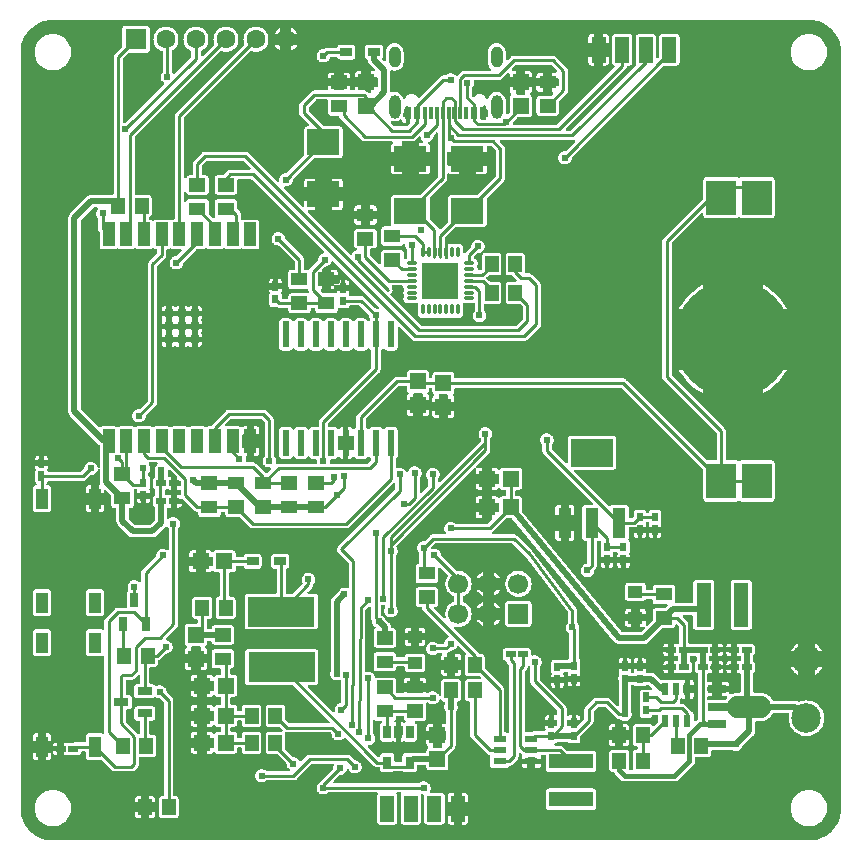
<source format=gtl>
G04 Layer: TopLayer*
G04 EasyEDA v6.5.51, 2025-09-17 03:18:51*
G04 4aee9cc30035422d88a860af958d7afb,d57bd40a603b42be9e37e0d49851eb9c,10*
G04 Gerber Generator version 0.2*
G04 Scale: 100 percent, Rotated: No, Reflected: No *
G04 Dimensions in inches *
G04 leading zeros omitted , absolute positions ,3 integer and 6 decimal *
%FSLAX36Y36*%
%MOIN*%

%AMMACRO1*21,1,$1,$2,0,0,$3*%
%ADD10C,0.0100*%
%ADD11C,0.0200*%
%ADD12C,0.0197*%
%ADD13C,0.0170*%
%ADD14C,0.0198*%
%ADD15C,0.0161*%
%ADD16R,0.0394X0.0709*%
%ADD17R,0.0984X0.1181*%
%ADD18C,0.3937*%
%ADD19MACRO1,0.0531X0.0555X0.0000*%
%ADD20R,0.0532X0.0555*%
%ADD21MACRO1,0.0531X0.0555X-90.0000*%
%ADD22MACRO1,0.0532X0.0555X0.0000*%
%ADD23R,0.0394X0.0295*%
%ADD24R,0.1080X0.0850*%
%ADD25R,0.1457X0.0512*%
%ADD26R,0.0276X0.0492*%
%ADD27R,0.0492X0.0276*%
%ADD28MACRO1,0.0542X0.0446X0.0000*%
%ADD29R,0.0542X0.0446*%
%ADD30MACRO1,0.0542X0.0446X-90.0000*%
%ADD31MACRO1,0.0542X0.0446X90.0000*%
%ADD32MACRO1,0.0213X0.0311X0.0000*%
%ADD33R,0.0213X0.0311*%
%ADD34MACRO1,0.0213X0.0311X90.0000*%
%ADD35MACRO1,0.0213X0.0311X-90.0000*%
%ADD36R,0.0236X0.0433*%
%ADD37R,0.0433X0.0236*%
%ADD38R,0.0276X0.0433*%
%ADD39R,0.0394X0.0787*%
%ADD40R,0.0276X0.0276*%
%ADD41R,0.0492X0.0394*%
%ADD42R,0.0236X0.0866*%
%ADD43O,0.011024X0.037402*%
%ADD44O,0.037402X0.011024*%
%ADD45R,0.1240X0.1240*%
%ADD46MACRO1,0.0265X0.062X-90.0000*%
%ADD47R,0.0197X0.0449*%
%ADD48R,0.0118X0.0449*%
%ADD49R,0.0512X0.1457*%
%ADD50R,0.0433X0.0984*%
%ADD51R,0.1417X0.0921*%
%ADD52R,0.2244X0.0984*%
%ADD53C,0.0669*%
%ADD54MACRO1,0.0669X0.0669X0.0000*%
%ADD55C,0.0984*%
%ADD56C,0.0630*%
%ADD57R,0.0709X0.0709*%
%ADD58R,0.0472X0.0850*%
%ADD59O,0.03937X0.07874*%
%ADD60O,0.03937X0.070866*%
%ADD61C,0.0244*%

%LPD*%
G36*
X118379Y-2745700D02*
G01*
X109480Y-2745340D01*
X101080Y-2744340D01*
X92760Y-2742660D01*
X84620Y-2740360D01*
X76680Y-2737420D01*
X68980Y-2733860D01*
X61600Y-2729700D01*
X54560Y-2724980D01*
X47920Y-2719740D01*
X41700Y-2713980D01*
X35960Y-2707740D01*
X30720Y-2701080D01*
X26040Y-2694040D01*
X21900Y-2686640D01*
X18360Y-2678940D01*
X15440Y-2670980D01*
X13160Y-2662820D01*
X11520Y-2654520D01*
X10540Y-2646100D01*
X10200Y-2637520D01*
X10200Y-118379D01*
X10560Y-109480D01*
X11560Y-101080D01*
X13240Y-92760D01*
X15540Y-84620D01*
X18480Y-76680D01*
X22040Y-68980D01*
X26200Y-61600D01*
X30920Y-54560D01*
X36160Y-47920D01*
X41920Y-41700D01*
X48160Y-35960D01*
X54820Y-30720D01*
X61860Y-26040D01*
X69260Y-21900D01*
X76960Y-18360D01*
X84920Y-15440D01*
X93080Y-13160D01*
X101380Y-11520D01*
X109800Y-10540D01*
X118379Y-10200D01*
X2637520Y-10200D01*
X2646420Y-10560D01*
X2654820Y-11560D01*
X2663140Y-13240D01*
X2671280Y-15540D01*
X2679220Y-18480D01*
X2686920Y-22040D01*
X2694300Y-26200D01*
X2701340Y-30920D01*
X2707980Y-36160D01*
X2714200Y-41920D01*
X2719940Y-48160D01*
X2725179Y-54820D01*
X2729860Y-61860D01*
X2734000Y-69260D01*
X2737540Y-76960D01*
X2740460Y-84920D01*
X2742740Y-93080D01*
X2744380Y-101380D01*
X2745360Y-109800D01*
X2745700Y-118379D01*
X2745700Y-2637520D01*
X2745340Y-2646420D01*
X2744340Y-2654820D01*
X2742660Y-2663140D01*
X2740360Y-2671280D01*
X2737420Y-2679220D01*
X2733860Y-2686920D01*
X2729700Y-2694300D01*
X2724980Y-2701340D01*
X2719740Y-2707980D01*
X2713980Y-2714200D01*
X2707740Y-2719940D01*
X2701080Y-2725179D01*
X2694040Y-2729860D01*
X2686640Y-2734000D01*
X2678940Y-2737540D01*
X2670980Y-2740460D01*
X2662820Y-2742740D01*
X2654520Y-2744380D01*
X2646100Y-2745360D01*
X2637520Y-2745700D01*
G37*

%LPC*%
G36*
X2634500Y-2698440D02*
G01*
X2641080Y-2698440D01*
X2647600Y-2697740D01*
X2654020Y-2696320D01*
X2660240Y-2694220D01*
X2666200Y-2691440D01*
X2671820Y-2688039D01*
X2677060Y-2684060D01*
X2681800Y-2679520D01*
X2686040Y-2674500D01*
X2689720Y-2669060D01*
X2692780Y-2663240D01*
X2695179Y-2657120D01*
X2696900Y-2650779D01*
X2697940Y-2644300D01*
X2698240Y-2637980D01*
X2697940Y-2631280D01*
X2696900Y-2624800D01*
X2695179Y-2618460D01*
X2692780Y-2612340D01*
X2689720Y-2606520D01*
X2686040Y-2601080D01*
X2681800Y-2596060D01*
X2677060Y-2591520D01*
X2671820Y-2587540D01*
X2666200Y-2584140D01*
X2660240Y-2581360D01*
X2654020Y-2579260D01*
X2647600Y-2577840D01*
X2641080Y-2577140D01*
X2634500Y-2577140D01*
X2627980Y-2577840D01*
X2621560Y-2579260D01*
X2615340Y-2581360D01*
X2609380Y-2584140D01*
X2603759Y-2587540D01*
X2598519Y-2591520D01*
X2593780Y-2596060D01*
X2589540Y-2601080D01*
X2585860Y-2606520D01*
X2582799Y-2612340D01*
X2580400Y-2618460D01*
X2578680Y-2624800D01*
X2577640Y-2631280D01*
X2577340Y-2637600D01*
X2577640Y-2644300D01*
X2578680Y-2650779D01*
X2580400Y-2657120D01*
X2582799Y-2663240D01*
X2585860Y-2669060D01*
X2589540Y-2674500D01*
X2593780Y-2679520D01*
X2598519Y-2684060D01*
X2603759Y-2688039D01*
X2609380Y-2691440D01*
X2615340Y-2694220D01*
X2621560Y-2696320D01*
X2627980Y-2697740D01*
G37*
G36*
X114820Y-2698440D02*
G01*
X121400Y-2698440D01*
X127920Y-2697740D01*
X134340Y-2696320D01*
X140560Y-2694220D01*
X146520Y-2691440D01*
X152140Y-2688039D01*
X157380Y-2684060D01*
X162120Y-2679520D01*
X166360Y-2674500D01*
X170040Y-2669060D01*
X173100Y-2663240D01*
X175500Y-2657120D01*
X177220Y-2650779D01*
X178260Y-2644300D01*
X178560Y-2637980D01*
X178260Y-2631280D01*
X177220Y-2624800D01*
X175500Y-2618460D01*
X173100Y-2612340D01*
X170040Y-2606520D01*
X166360Y-2601080D01*
X162120Y-2596060D01*
X157380Y-2591520D01*
X152140Y-2587540D01*
X146520Y-2584140D01*
X140560Y-2581360D01*
X134340Y-2579260D01*
X127920Y-2577840D01*
X121400Y-2577140D01*
X114820Y-2577140D01*
X108300Y-2577840D01*
X101880Y-2579260D01*
X95660Y-2581360D01*
X89700Y-2584140D01*
X84080Y-2587540D01*
X78860Y-2591520D01*
X74100Y-2596060D01*
X69860Y-2601080D01*
X66180Y-2606520D01*
X63120Y-2612340D01*
X60720Y-2618460D01*
X59000Y-2624800D01*
X57960Y-2631280D01*
X57660Y-2637600D01*
X57960Y-2644300D01*
X59000Y-2650779D01*
X60720Y-2657120D01*
X63120Y-2663240D01*
X66180Y-2669060D01*
X69860Y-2674500D01*
X74100Y-2679520D01*
X78860Y-2684060D01*
X84080Y-2688039D01*
X89700Y-2691440D01*
X95660Y-2694220D01*
X101880Y-2696320D01*
X108300Y-2697740D01*
G37*
G36*
X1482300Y-2692700D02*
G01*
X1491380Y-2692700D01*
X1493860Y-2692420D01*
X1496020Y-2691660D01*
X1497940Y-2690460D01*
X1499560Y-2688840D01*
X1500760Y-2686920D01*
X1501519Y-2684760D01*
X1501800Y-2682280D01*
X1501800Y-2663759D01*
X1482300Y-2663759D01*
G37*
G36*
X1444620Y-2692700D02*
G01*
X1453700Y-2692700D01*
X1453700Y-2663759D01*
X1434199Y-2663759D01*
X1434199Y-2682280D01*
X1434480Y-2684760D01*
X1435240Y-2686920D01*
X1436440Y-2688840D01*
X1438060Y-2690460D01*
X1439980Y-2691660D01*
X1442140Y-2692420D01*
G37*
G36*
X1208620Y-2692700D02*
G01*
X1255380Y-2692700D01*
X1257860Y-2692420D01*
X1260020Y-2691660D01*
X1261940Y-2690460D01*
X1263560Y-2688840D01*
X1264760Y-2686920D01*
X1265520Y-2684760D01*
X1265800Y-2682280D01*
X1265800Y-2597720D01*
X1265520Y-2595240D01*
X1264760Y-2593080D01*
X1263660Y-2591320D01*
X1263080Y-2589740D01*
X1263220Y-2588039D01*
X1264040Y-2586560D01*
X1265400Y-2585560D01*
X1267040Y-2585200D01*
X1275960Y-2585200D01*
X1277600Y-2585560D01*
X1278960Y-2586560D01*
X1279780Y-2588039D01*
X1279920Y-2589740D01*
X1279340Y-2591320D01*
X1278240Y-2593080D01*
X1277480Y-2595240D01*
X1277200Y-2597720D01*
X1277200Y-2682280D01*
X1277480Y-2684760D01*
X1278240Y-2686920D01*
X1279440Y-2688840D01*
X1281060Y-2690460D01*
X1282980Y-2691660D01*
X1285140Y-2692420D01*
X1287620Y-2692700D01*
X1334379Y-2692700D01*
X1336860Y-2692420D01*
X1339019Y-2691660D01*
X1340940Y-2690460D01*
X1342560Y-2688840D01*
X1343760Y-2686920D01*
X1344520Y-2684760D01*
X1344800Y-2682280D01*
X1344800Y-2597720D01*
X1344600Y-2595980D01*
X1344720Y-2594480D01*
X1345380Y-2593120D01*
X1346500Y-2592120D01*
X1347920Y-2591580D01*
X1349420Y-2591620D01*
X1352520Y-2592220D01*
X1354100Y-2592620D01*
X1355380Y-2593620D01*
X1356160Y-2595040D01*
X1356320Y-2596660D01*
X1356200Y-2597720D01*
X1356200Y-2682280D01*
X1356480Y-2684760D01*
X1357240Y-2686920D01*
X1358440Y-2688840D01*
X1360060Y-2690460D01*
X1361980Y-2691660D01*
X1364139Y-2692420D01*
X1366620Y-2692700D01*
X1413380Y-2692700D01*
X1415860Y-2692420D01*
X1418020Y-2691660D01*
X1419940Y-2690460D01*
X1421560Y-2688840D01*
X1422760Y-2686920D01*
X1423520Y-2684760D01*
X1423800Y-2682280D01*
X1423800Y-2597720D01*
X1423520Y-2595240D01*
X1422760Y-2593080D01*
X1421560Y-2591160D01*
X1419940Y-2589540D01*
X1418020Y-2588340D01*
X1415860Y-2587580D01*
X1413380Y-2587300D01*
X1377760Y-2587300D01*
X1376080Y-2586940D01*
X1374720Y-2585899D01*
X1373920Y-2584380D01*
X1373820Y-2582660D01*
X1376120Y-2577460D01*
X1377060Y-2573780D01*
X1377400Y-2570000D01*
X1377060Y-2566220D01*
X1376120Y-2562540D01*
X1374540Y-2559080D01*
X1372420Y-2555940D01*
X1369800Y-2553200D01*
X1366740Y-2550940D01*
X1363340Y-2549220D01*
X1359720Y-2548120D01*
X1355960Y-2547620D01*
X1352160Y-2547800D01*
X1348440Y-2548600D01*
X1344920Y-2550000D01*
X1341680Y-2552000D01*
X1339640Y-2553800D01*
X1338400Y-2554540D01*
X1337000Y-2554800D01*
X1056360Y-2554800D01*
X1054820Y-2554500D01*
X1053520Y-2553620D01*
X1052660Y-2552340D01*
X1052360Y-2550800D01*
X1052660Y-2549260D01*
X1053520Y-2547980D01*
X1072960Y-2528540D01*
X1074340Y-2527640D01*
X1079720Y-2526880D01*
X1083340Y-2525780D01*
X1086740Y-2524060D01*
X1089800Y-2521800D01*
X1092420Y-2519060D01*
X1094540Y-2515920D01*
X1096120Y-2512460D01*
X1096900Y-2509400D01*
X1097660Y-2507900D01*
X1098980Y-2506840D01*
X1100600Y-2506420D01*
X1102260Y-2506700D01*
X1103660Y-2507640D01*
X1106440Y-2512540D01*
X1108840Y-2515500D01*
X1111680Y-2518000D01*
X1114920Y-2520000D01*
X1118440Y-2521400D01*
X1122160Y-2522200D01*
X1125960Y-2522380D01*
X1129720Y-2521880D01*
X1133340Y-2520780D01*
X1136740Y-2519060D01*
X1139800Y-2516800D01*
X1142420Y-2514060D01*
X1144540Y-2510920D01*
X1146120Y-2507460D01*
X1147060Y-2503780D01*
X1147400Y-2500000D01*
X1147060Y-2496220D01*
X1146120Y-2492540D01*
X1144540Y-2489080D01*
X1142420Y-2485940D01*
X1139800Y-2483200D01*
X1136740Y-2480940D01*
X1133340Y-2479220D01*
X1129720Y-2478120D01*
X1124340Y-2477360D01*
X1122960Y-2476460D01*
X1110880Y-2464400D01*
X1108440Y-2462380D01*
X1105800Y-2460980D01*
X1102960Y-2460120D01*
X1099800Y-2459800D01*
X975200Y-2459800D01*
X972039Y-2460120D01*
X969200Y-2460980D01*
X966560Y-2462380D01*
X964120Y-2464400D01*
X946720Y-2481800D01*
X945440Y-2482640D01*
X943940Y-2482960D01*
X942420Y-2482680D01*
X941120Y-2481860D01*
X940240Y-2480620D01*
X939539Y-2479080D01*
X937420Y-2475940D01*
X934800Y-2473200D01*
X931740Y-2470940D01*
X928340Y-2469220D01*
X924720Y-2468120D01*
X919340Y-2467360D01*
X917960Y-2466460D01*
X893040Y-2441540D01*
X892180Y-2440240D01*
X891860Y-2438720D01*
X891860Y-2393120D01*
X891580Y-2390620D01*
X891360Y-2390000D01*
X891160Y-2388260D01*
X891720Y-2386600D01*
X892920Y-2385340D01*
X894560Y-2384720D01*
X899599Y-2385200D01*
X1042039Y-2385200D01*
X1043580Y-2385500D01*
X1044880Y-2386380D01*
X1046520Y-2388020D01*
X1047380Y-2389320D01*
X1047700Y-2390840D01*
X1047700Y-2391900D01*
X1048340Y-2395640D01*
X1049600Y-2399220D01*
X1051440Y-2402540D01*
X1053840Y-2405500D01*
X1056680Y-2408000D01*
X1059920Y-2410000D01*
X1063440Y-2411400D01*
X1067160Y-2412200D01*
X1070960Y-2412380D01*
X1074720Y-2411880D01*
X1078340Y-2410780D01*
X1081740Y-2409060D01*
X1084800Y-2406800D01*
X1087420Y-2404060D01*
X1088000Y-2403220D01*
X1089260Y-2402020D01*
X1090920Y-2401480D01*
X1092660Y-2401700D01*
X1094140Y-2402640D01*
X1188020Y-2496500D01*
X1190460Y-2498520D01*
X1193100Y-2499920D01*
X1195940Y-2500780D01*
X1199100Y-2501100D01*
X1204580Y-2501100D01*
X1206120Y-2501400D01*
X1207420Y-2502280D01*
X1208280Y-2503560D01*
X1208580Y-2505100D01*
X1208580Y-2507360D01*
X1208860Y-2509860D01*
X1209620Y-2512000D01*
X1210820Y-2513940D01*
X1212440Y-2515540D01*
X1214360Y-2516760D01*
X1216520Y-2517520D01*
X1219000Y-2517800D01*
X1246120Y-2517800D01*
X1248600Y-2517520D01*
X1250760Y-2516760D01*
X1252260Y-2515820D01*
X1253280Y-2515360D01*
X1254400Y-2515200D01*
X1285540Y-2515200D01*
X1286639Y-2515360D01*
X1287660Y-2515820D01*
X1289180Y-2516760D01*
X1291320Y-2517520D01*
X1293820Y-2517800D01*
X1320920Y-2517800D01*
X1323420Y-2517520D01*
X1325560Y-2516760D01*
X1327500Y-2515540D01*
X1329100Y-2513940D01*
X1330320Y-2512000D01*
X1331060Y-2509860D01*
X1331339Y-2507360D01*
X1331339Y-2498580D01*
X1331660Y-2497040D01*
X1332520Y-2495740D01*
X1333820Y-2494880D01*
X1335340Y-2494580D01*
X1359220Y-2494580D01*
X1360760Y-2494880D01*
X1362060Y-2495740D01*
X1362920Y-2497040D01*
X1363220Y-2498580D01*
X1363220Y-2501900D01*
X1363500Y-2504400D01*
X1364259Y-2506540D01*
X1365480Y-2508480D01*
X1367080Y-2510080D01*
X1369019Y-2511300D01*
X1371160Y-2512040D01*
X1373640Y-2512320D01*
X1426360Y-2512320D01*
X1428839Y-2512040D01*
X1430980Y-2511300D01*
X1432920Y-2510080D01*
X1434520Y-2508480D01*
X1435740Y-2506540D01*
X1436500Y-2504400D01*
X1436780Y-2501900D01*
X1436780Y-2460740D01*
X1437080Y-2459220D01*
X1437940Y-2457920D01*
X1455600Y-2440260D01*
X1457620Y-2437800D01*
X1459019Y-2435180D01*
X1459880Y-2432340D01*
X1460200Y-2429180D01*
X1460200Y-2318000D01*
X1460480Y-2316500D01*
X1461320Y-2315220D01*
X1462420Y-2314060D01*
X1464540Y-2310920D01*
X1466120Y-2307460D01*
X1467060Y-2303780D01*
X1467400Y-2300000D01*
X1467060Y-2296220D01*
X1466120Y-2292540D01*
X1465560Y-2291300D01*
X1465200Y-2289660D01*
X1465200Y-2286160D01*
X1465460Y-2284740D01*
X1466220Y-2283500D01*
X1467360Y-2282600D01*
X1468760Y-2282180D01*
X1470180Y-2282020D01*
X1472340Y-2281280D01*
X1474259Y-2280060D01*
X1475880Y-2278460D01*
X1477080Y-2276520D01*
X1477840Y-2274380D01*
X1478120Y-2271880D01*
X1478120Y-2218120D01*
X1477840Y-2215620D01*
X1477080Y-2213480D01*
X1475880Y-2211540D01*
X1474259Y-2209940D01*
X1472340Y-2208720D01*
X1470180Y-2207980D01*
X1467700Y-2207700D01*
X1423560Y-2207700D01*
X1421060Y-2207980D01*
X1418920Y-2208720D01*
X1417000Y-2209940D01*
X1415380Y-2211540D01*
X1414160Y-2213480D01*
X1413420Y-2215620D01*
X1413140Y-2218120D01*
X1413140Y-2259520D01*
X1412840Y-2261040D01*
X1411980Y-2262320D01*
X1410720Y-2263200D01*
X1409199Y-2263520D01*
X1407680Y-2263240D01*
X1406380Y-2262420D01*
X1405480Y-2261160D01*
X1404540Y-2259080D01*
X1402420Y-2255940D01*
X1399800Y-2253200D01*
X1396740Y-2250940D01*
X1393340Y-2249220D01*
X1389720Y-2248120D01*
X1385960Y-2247620D01*
X1382160Y-2247800D01*
X1378440Y-2248600D01*
X1374920Y-2250000D01*
X1371680Y-2252000D01*
X1369640Y-2253800D01*
X1368400Y-2254540D01*
X1366300Y-2254800D01*
X1364780Y-2254500D01*
X1363480Y-2253620D01*
X1362620Y-2252340D01*
X1362300Y-2250800D01*
X1362300Y-2249280D01*
X1341060Y-2249280D01*
X1341060Y-2250800D01*
X1340740Y-2252340D01*
X1339880Y-2253620D01*
X1338580Y-2254500D01*
X1337060Y-2254800D01*
X1312940Y-2254800D01*
X1311420Y-2254500D01*
X1310120Y-2253620D01*
X1309259Y-2252340D01*
X1308940Y-2250800D01*
X1308940Y-2249280D01*
X1287700Y-2249280D01*
X1287700Y-2250800D01*
X1287380Y-2252340D01*
X1286519Y-2253620D01*
X1285220Y-2254500D01*
X1283700Y-2254800D01*
X1267360Y-2254800D01*
X1265820Y-2254500D01*
X1264520Y-2253620D01*
X1263480Y-2252580D01*
X1262620Y-2251280D01*
X1262300Y-2249760D01*
X1262300Y-2213560D01*
X1262020Y-2211060D01*
X1261280Y-2208920D01*
X1260060Y-2207000D01*
X1258460Y-2205380D01*
X1256520Y-2204160D01*
X1254380Y-2203420D01*
X1251880Y-2203140D01*
X1198120Y-2203140D01*
X1196180Y-2203360D01*
X1194760Y-2203260D01*
X1193460Y-2202680D01*
X1192440Y-2201680D01*
X1191860Y-2200380D01*
X1191120Y-2197540D01*
X1189540Y-2194080D01*
X1187420Y-2190940D01*
X1184800Y-2188200D01*
X1181740Y-2185940D01*
X1178340Y-2184220D01*
X1174720Y-2183120D01*
X1170960Y-2182620D01*
X1167160Y-2182800D01*
X1161620Y-2184000D01*
X1160100Y-2183680D01*
X1158820Y-2182780D01*
X1157960Y-2181480D01*
X1157680Y-2179940D01*
X1160100Y-1978000D01*
X1160420Y-1976500D01*
X1161280Y-1975220D01*
X1167960Y-1968540D01*
X1169320Y-1967640D01*
X1175260Y-1966780D01*
X1176940Y-1966900D01*
X1178420Y-1967720D01*
X1179440Y-1969079D01*
X1179800Y-1970740D01*
X1179800Y-2004660D01*
X1180120Y-2007820D01*
X1180980Y-2010660D01*
X1182220Y-2013000D01*
X1182580Y-2013899D01*
X1182700Y-2014880D01*
X1182700Y-2016759D01*
X1183340Y-2020500D01*
X1184600Y-2024079D01*
X1186440Y-2027400D01*
X1188840Y-2030360D01*
X1193360Y-2034280D01*
X1194000Y-2035760D01*
X1194000Y-2037360D01*
X1193380Y-2038839D01*
X1192220Y-2039960D01*
X1191540Y-2040380D01*
X1189940Y-2042000D01*
X1188720Y-2043920D01*
X1187980Y-2046060D01*
X1187700Y-2048560D01*
X1187700Y-2092700D01*
X1187980Y-2095180D01*
X1188720Y-2097340D01*
X1189940Y-2099260D01*
X1191540Y-2100880D01*
X1193480Y-2102080D01*
X1195620Y-2102840D01*
X1198120Y-2103120D01*
X1251880Y-2103120D01*
X1254380Y-2102840D01*
X1256520Y-2102080D01*
X1258460Y-2100880D01*
X1260060Y-2099260D01*
X1261280Y-2097340D01*
X1262020Y-2095180D01*
X1262300Y-2092700D01*
X1262300Y-2048560D01*
X1262020Y-2046060D01*
X1261280Y-2043920D01*
X1260060Y-2042000D01*
X1258460Y-2040380D01*
X1256520Y-2039160D01*
X1254380Y-2038420D01*
X1251880Y-2038140D01*
X1249140Y-2038140D01*
X1247620Y-2037840D01*
X1246340Y-2037000D01*
X1245460Y-2035720D01*
X1245140Y-2034220D01*
X1245120Y-2033060D01*
X1244880Y-2031360D01*
X1244500Y-2029640D01*
X1243980Y-2027960D01*
X1243300Y-2026320D01*
X1242500Y-2024760D01*
X1241540Y-2023280D01*
X1240480Y-2021879D01*
X1239220Y-2020520D01*
X1226640Y-2007920D01*
X1225820Y-2006740D01*
X1224540Y-2003940D01*
X1222420Y-2000800D01*
X1219800Y-1998060D01*
X1216740Y-1995800D01*
X1211560Y-1993160D01*
X1210560Y-1991800D01*
X1210200Y-1990160D01*
X1210200Y-1965660D01*
X1210600Y-1963940D01*
X1211680Y-1962560D01*
X1213280Y-1961780D01*
X1215040Y-1961759D01*
X1217160Y-1962200D01*
X1220960Y-1962380D01*
X1222060Y-1962220D01*
X1223820Y-1962400D01*
X1225320Y-1963280D01*
X1226300Y-1964740D01*
X1226560Y-1966459D01*
X1226060Y-1968140D01*
X1224600Y-1970780D01*
X1223340Y-1974360D01*
X1222700Y-1978100D01*
X1222700Y-1981900D01*
X1223340Y-1985640D01*
X1224600Y-1989220D01*
X1226440Y-1992540D01*
X1228840Y-1995500D01*
X1231680Y-1998000D01*
X1234920Y-2000000D01*
X1238440Y-2001399D01*
X1242160Y-2002200D01*
X1245960Y-2002380D01*
X1249720Y-2001879D01*
X1253340Y-2000780D01*
X1256740Y-1999060D01*
X1259800Y-1996800D01*
X1262420Y-1994060D01*
X1264540Y-1990920D01*
X1266120Y-1987460D01*
X1267060Y-1983779D01*
X1267400Y-1980000D01*
X1267060Y-1976220D01*
X1266120Y-1972540D01*
X1264540Y-1969079D01*
X1262420Y-1965940D01*
X1261320Y-1964780D01*
X1260480Y-1963500D01*
X1260200Y-1962000D01*
X1260200Y-1798000D01*
X1260480Y-1796500D01*
X1261320Y-1795220D01*
X1262420Y-1794060D01*
X1264540Y-1790920D01*
X1266120Y-1787460D01*
X1267060Y-1783779D01*
X1267400Y-1780000D01*
X1267060Y-1776220D01*
X1266120Y-1772540D01*
X1264540Y-1769079D01*
X1263520Y-1767560D01*
X1262960Y-1766300D01*
X1262860Y-1764940D01*
X1263220Y-1763620D01*
X1264000Y-1762500D01*
X1522580Y-1503920D01*
X1523959Y-1503020D01*
X1525600Y-1502760D01*
X1527200Y-1503180D01*
X1528480Y-1504199D01*
X1529259Y-1505680D01*
X1529360Y-1507320D01*
X1527960Y-1511160D01*
X1527680Y-1513640D01*
X1527680Y-1524220D01*
X1549259Y-1524220D01*
X1549259Y-1503220D01*
X1538100Y-1503220D01*
X1535600Y-1503500D01*
X1531780Y-1504920D01*
X1530120Y-1504800D01*
X1528660Y-1504040D01*
X1527620Y-1502740D01*
X1527200Y-1501140D01*
X1527460Y-1499520D01*
X1528380Y-1498120D01*
X1570600Y-1455880D01*
X1572620Y-1453440D01*
X1574019Y-1450800D01*
X1574880Y-1447960D01*
X1575200Y-1444800D01*
X1575200Y-1408000D01*
X1575480Y-1406500D01*
X1576320Y-1405220D01*
X1577420Y-1404060D01*
X1579540Y-1400920D01*
X1581120Y-1397460D01*
X1582060Y-1393779D01*
X1582400Y-1390000D01*
X1582060Y-1386220D01*
X1581120Y-1382540D01*
X1579540Y-1379079D01*
X1577420Y-1375940D01*
X1574800Y-1373200D01*
X1571740Y-1370940D01*
X1568340Y-1369220D01*
X1564720Y-1368120D01*
X1560960Y-1367620D01*
X1557160Y-1367800D01*
X1553440Y-1368600D01*
X1549920Y-1370000D01*
X1546680Y-1372000D01*
X1543839Y-1374500D01*
X1541440Y-1377460D01*
X1539600Y-1380780D01*
X1538340Y-1384360D01*
X1537700Y-1388100D01*
X1537700Y-1391900D01*
X1538340Y-1395640D01*
X1539600Y-1399220D01*
X1541440Y-1402540D01*
X1543920Y-1405580D01*
X1544580Y-1406759D01*
X1544800Y-1408100D01*
X1544800Y-1412040D01*
X1544500Y-1413580D01*
X1543620Y-1414880D01*
X1407020Y-1551480D01*
X1405740Y-1552340D01*
X1404199Y-1552640D01*
X1402660Y-1552340D01*
X1401380Y-1551480D01*
X1400500Y-1550180D01*
X1400200Y-1548640D01*
X1400200Y-1543000D01*
X1400480Y-1541500D01*
X1401320Y-1540220D01*
X1402420Y-1539060D01*
X1404540Y-1535920D01*
X1406120Y-1532460D01*
X1407060Y-1528779D01*
X1407400Y-1525000D01*
X1407060Y-1521220D01*
X1406120Y-1517540D01*
X1404540Y-1514079D01*
X1402420Y-1510940D01*
X1399800Y-1508200D01*
X1396740Y-1505940D01*
X1393340Y-1504220D01*
X1389720Y-1503120D01*
X1385960Y-1502620D01*
X1382160Y-1502800D01*
X1378440Y-1503600D01*
X1374920Y-1505000D01*
X1371680Y-1507000D01*
X1368839Y-1509500D01*
X1366440Y-1512460D01*
X1364600Y-1515780D01*
X1363340Y-1519360D01*
X1362700Y-1523100D01*
X1362700Y-1526900D01*
X1363340Y-1530640D01*
X1364600Y-1534220D01*
X1366440Y-1537540D01*
X1368920Y-1540580D01*
X1369580Y-1541759D01*
X1369800Y-1543100D01*
X1369800Y-1562040D01*
X1369500Y-1563580D01*
X1368620Y-1564880D01*
X1347020Y-1586480D01*
X1345740Y-1587340D01*
X1344199Y-1587640D01*
X1342660Y-1587340D01*
X1341380Y-1586480D01*
X1340500Y-1585180D01*
X1340200Y-1583640D01*
X1340200Y-1538000D01*
X1340480Y-1536500D01*
X1341320Y-1535220D01*
X1342420Y-1534060D01*
X1344540Y-1530920D01*
X1346120Y-1527460D01*
X1347060Y-1523779D01*
X1347400Y-1520000D01*
X1347060Y-1516220D01*
X1346120Y-1512540D01*
X1344540Y-1509079D01*
X1342420Y-1505940D01*
X1339800Y-1503200D01*
X1336740Y-1500940D01*
X1333340Y-1499220D01*
X1329720Y-1498120D01*
X1325960Y-1497620D01*
X1322160Y-1497800D01*
X1318440Y-1498600D01*
X1314920Y-1500000D01*
X1311680Y-1502000D01*
X1308839Y-1504500D01*
X1306440Y-1507460D01*
X1304600Y-1510780D01*
X1303340Y-1514360D01*
X1303160Y-1515380D01*
X1302520Y-1516940D01*
X1301320Y-1518100D01*
X1299720Y-1518660D01*
X1298040Y-1518520D01*
X1296579Y-1517700D01*
X1295580Y-1516339D01*
X1294540Y-1514079D01*
X1292420Y-1510940D01*
X1289800Y-1508200D01*
X1286740Y-1505940D01*
X1283340Y-1504220D01*
X1279720Y-1503120D01*
X1275960Y-1502620D01*
X1272160Y-1502800D01*
X1268440Y-1503600D01*
X1265700Y-1504700D01*
X1264160Y-1504980D01*
X1262640Y-1504680D01*
X1261360Y-1503800D01*
X1260500Y-1502500D01*
X1260200Y-1500980D01*
X1260200Y-1476320D01*
X1260420Y-1475000D01*
X1261080Y-1473820D01*
X1262080Y-1472920D01*
X1263140Y-1472260D01*
X1264760Y-1470640D01*
X1265960Y-1468720D01*
X1266720Y-1466560D01*
X1267000Y-1464079D01*
X1267000Y-1377920D01*
X1266720Y-1375440D01*
X1265960Y-1373280D01*
X1264760Y-1371360D01*
X1263140Y-1369740D01*
X1261220Y-1368540D01*
X1259060Y-1367780D01*
X1256580Y-1367500D01*
X1233420Y-1367500D01*
X1230940Y-1367780D01*
X1228780Y-1368540D01*
X1226860Y-1369740D01*
X1225240Y-1371360D01*
X1224040Y-1373280D01*
X1223780Y-1374019D01*
X1222940Y-1375420D01*
X1221600Y-1376360D01*
X1220000Y-1376699D01*
X1218400Y-1376360D01*
X1217060Y-1375420D01*
X1216220Y-1374019D01*
X1215960Y-1373280D01*
X1214760Y-1371360D01*
X1213140Y-1369740D01*
X1211220Y-1368540D01*
X1209060Y-1367780D01*
X1206580Y-1367500D01*
X1183420Y-1367500D01*
X1180940Y-1367780D01*
X1178780Y-1368540D01*
X1176860Y-1369740D01*
X1175240Y-1371360D01*
X1174040Y-1373280D01*
X1173780Y-1374019D01*
X1172940Y-1375420D01*
X1171600Y-1376360D01*
X1170000Y-1376699D01*
X1168400Y-1376360D01*
X1167060Y-1375420D01*
X1166220Y-1374019D01*
X1165960Y-1373280D01*
X1164760Y-1371360D01*
X1163140Y-1369740D01*
X1162080Y-1369079D01*
X1161080Y-1368180D01*
X1160420Y-1367000D01*
X1160200Y-1365680D01*
X1160200Y-1342960D01*
X1160500Y-1341420D01*
X1161380Y-1340120D01*
X1269500Y-1232000D01*
X1270800Y-1231140D01*
X1272320Y-1230840D01*
X1294220Y-1230840D01*
X1295760Y-1231140D01*
X1297060Y-1232000D01*
X1297920Y-1233300D01*
X1298220Y-1234840D01*
X1298220Y-1243160D01*
X1298500Y-1245640D01*
X1299259Y-1247800D01*
X1300480Y-1249720D01*
X1302080Y-1251340D01*
X1303680Y-1252720D01*
X1304300Y-1254200D01*
X1304300Y-1255800D01*
X1303680Y-1257280D01*
X1302080Y-1258660D01*
X1300480Y-1260280D01*
X1299259Y-1262200D01*
X1298500Y-1264360D01*
X1298220Y-1266840D01*
X1298220Y-1278000D01*
X1319220Y-1278000D01*
X1319220Y-1257580D01*
X1319520Y-1256060D01*
X1320380Y-1254760D01*
X1321680Y-1253880D01*
X1323220Y-1253580D01*
X1346780Y-1253580D01*
X1348320Y-1253880D01*
X1349620Y-1254760D01*
X1350480Y-1256060D01*
X1350780Y-1257580D01*
X1350780Y-1278000D01*
X1371780Y-1278000D01*
X1371780Y-1266840D01*
X1371500Y-1264360D01*
X1370740Y-1262200D01*
X1369520Y-1260280D01*
X1367920Y-1258660D01*
X1366320Y-1257280D01*
X1365700Y-1255800D01*
X1365700Y-1254200D01*
X1366320Y-1252720D01*
X1367920Y-1251340D01*
X1369520Y-1249720D01*
X1370740Y-1247800D01*
X1371500Y-1245640D01*
X1371780Y-1243160D01*
X1371780Y-1239840D01*
X1372080Y-1238300D01*
X1372940Y-1237000D01*
X1374240Y-1236140D01*
X1375780Y-1235840D01*
X1379220Y-1235840D01*
X1380760Y-1236140D01*
X1382060Y-1237000D01*
X1382920Y-1238300D01*
X1383220Y-1239840D01*
X1383220Y-1248160D01*
X1383500Y-1250640D01*
X1384259Y-1252800D01*
X1385460Y-1254720D01*
X1387080Y-1256340D01*
X1388680Y-1257720D01*
X1389300Y-1259200D01*
X1389300Y-1260800D01*
X1388680Y-1262280D01*
X1387080Y-1263660D01*
X1385460Y-1265280D01*
X1384259Y-1267200D01*
X1383500Y-1269360D01*
X1383220Y-1271840D01*
X1383220Y-1283000D01*
X1404220Y-1283000D01*
X1404220Y-1262580D01*
X1404520Y-1261060D01*
X1405380Y-1259760D01*
X1406680Y-1258880D01*
X1408220Y-1258580D01*
X1431780Y-1258580D01*
X1433320Y-1258880D01*
X1434620Y-1259760D01*
X1435480Y-1261060D01*
X1435780Y-1262580D01*
X1435780Y-1283000D01*
X1456780Y-1283000D01*
X1456780Y-1271840D01*
X1456500Y-1269360D01*
X1455740Y-1267200D01*
X1454520Y-1265280D01*
X1452920Y-1263660D01*
X1451320Y-1262280D01*
X1450700Y-1260800D01*
X1450700Y-1259200D01*
X1451320Y-1257720D01*
X1452920Y-1256340D01*
X1454520Y-1254720D01*
X1455740Y-1252800D01*
X1456500Y-1250640D01*
X1456780Y-1248160D01*
X1456780Y-1239840D01*
X1457080Y-1238300D01*
X1457940Y-1237000D01*
X1459240Y-1236140D01*
X1460780Y-1235840D01*
X2011180Y-1235840D01*
X2012720Y-1236140D01*
X2014019Y-1237000D01*
X2285360Y-1508360D01*
X2286240Y-1509640D01*
X2286540Y-1511180D01*
X2286540Y-1606279D01*
X2286820Y-1608760D01*
X2287580Y-1610920D01*
X2288780Y-1612840D01*
X2290400Y-1614460D01*
X2292320Y-1615660D01*
X2294480Y-1616420D01*
X2296960Y-1616699D01*
X2394940Y-1616699D01*
X2397420Y-1616420D01*
X2399580Y-1615660D01*
X2401500Y-1614460D01*
X2402180Y-1613779D01*
X2403480Y-1612920D01*
X2405000Y-1612600D01*
X2406540Y-1612920D01*
X2407840Y-1613779D01*
X2408500Y-1614460D01*
X2410440Y-1615660D01*
X2412580Y-1616420D01*
X2415080Y-1616699D01*
X2513040Y-1616699D01*
X2515540Y-1616420D01*
X2517680Y-1615660D01*
X2519620Y-1614460D01*
X2521220Y-1612840D01*
X2522440Y-1610920D01*
X2523200Y-1608760D01*
X2523480Y-1606279D01*
X2523480Y-1488620D01*
X2523200Y-1486120D01*
X2522440Y-1483980D01*
X2521220Y-1482040D01*
X2519620Y-1480440D01*
X2517680Y-1479220D01*
X2515540Y-1478460D01*
X2513040Y-1478180D01*
X2415080Y-1478180D01*
X2412580Y-1478460D01*
X2410440Y-1479220D01*
X2408500Y-1480440D01*
X2407840Y-1481100D01*
X2406540Y-1481960D01*
X2405000Y-1482280D01*
X2403480Y-1481960D01*
X2402180Y-1481100D01*
X2401500Y-1480440D01*
X2399580Y-1479220D01*
X2397420Y-1478460D01*
X2394940Y-1478180D01*
X2365140Y-1478180D01*
X2363620Y-1477880D01*
X2362320Y-1477020D01*
X2361440Y-1475720D01*
X2361140Y-1474180D01*
X2361140Y-1381140D01*
X2360840Y-1377980D01*
X2359980Y-1375140D01*
X2358560Y-1372520D01*
X2356560Y-1370060D01*
X2181380Y-1194880D01*
X2180500Y-1193580D01*
X2180200Y-1192040D01*
X2180200Y-756460D01*
X2180500Y-754920D01*
X2181380Y-753620D01*
X2279700Y-655300D01*
X2281000Y-654419D01*
X2282540Y-654120D01*
X2284060Y-654419D01*
X2285360Y-655300D01*
X2286240Y-656600D01*
X2286540Y-658120D01*
X2286540Y-661380D01*
X2286820Y-663880D01*
X2287560Y-666020D01*
X2288780Y-667960D01*
X2290400Y-669560D01*
X2292320Y-670780D01*
X2294480Y-671540D01*
X2296960Y-671820D01*
X2394940Y-671820D01*
X2397420Y-671540D01*
X2399580Y-670780D01*
X2401500Y-669560D01*
X2402180Y-668900D01*
X2403480Y-668040D01*
X2405000Y-667720D01*
X2406540Y-668040D01*
X2407840Y-668900D01*
X2408500Y-669560D01*
X2410440Y-670780D01*
X2412580Y-671540D01*
X2415080Y-671820D01*
X2513040Y-671820D01*
X2515540Y-671540D01*
X2517680Y-670780D01*
X2519620Y-669560D01*
X2521220Y-667960D01*
X2522440Y-666020D01*
X2523200Y-663880D01*
X2523480Y-661380D01*
X2523480Y-543720D01*
X2523200Y-541240D01*
X2522440Y-539080D01*
X2521220Y-537160D01*
X2519620Y-535540D01*
X2517680Y-534340D01*
X2515540Y-533580D01*
X2513040Y-533300D01*
X2415080Y-533300D01*
X2412580Y-533580D01*
X2410440Y-534340D01*
X2408500Y-535540D01*
X2407840Y-536220D01*
X2406540Y-537080D01*
X2405000Y-537400D01*
X2403480Y-537080D01*
X2402180Y-536220D01*
X2401500Y-535540D01*
X2399580Y-534340D01*
X2397420Y-533580D01*
X2394940Y-533300D01*
X2296960Y-533300D01*
X2294480Y-533580D01*
X2292320Y-534340D01*
X2290400Y-535540D01*
X2288780Y-537160D01*
X2287560Y-539080D01*
X2286820Y-541240D01*
X2286540Y-543720D01*
X2286540Y-603820D01*
X2286240Y-605340D01*
X2285360Y-606640D01*
X2154400Y-737620D01*
X2152380Y-740080D01*
X2150980Y-742700D01*
X2150120Y-745540D01*
X2149800Y-748700D01*
X2149800Y-1199800D01*
X2150120Y-1202960D01*
X2150980Y-1205800D01*
X2152380Y-1208440D01*
X2154400Y-1210880D01*
X2329580Y-1386060D01*
X2330440Y-1387360D01*
X2330740Y-1388899D01*
X2330740Y-1474180D01*
X2330440Y-1475720D01*
X2329580Y-1477020D01*
X2328280Y-1477880D01*
X2326740Y-1478180D01*
X2299840Y-1478180D01*
X2298320Y-1477880D01*
X2297020Y-1477020D01*
X2030020Y-1210020D01*
X2027580Y-1208000D01*
X2024960Y-1206600D01*
X2022100Y-1205740D01*
X2018940Y-1205440D01*
X1460780Y-1205440D01*
X1459240Y-1205120D01*
X1457940Y-1204260D01*
X1457080Y-1202960D01*
X1456780Y-1201440D01*
X1456780Y-1193100D01*
X1456500Y-1190600D01*
X1455740Y-1188460D01*
X1454520Y-1186520D01*
X1452920Y-1184920D01*
X1450980Y-1183700D01*
X1448839Y-1182960D01*
X1446339Y-1182680D01*
X1393640Y-1182680D01*
X1391160Y-1182960D01*
X1389000Y-1183700D01*
X1387080Y-1184920D01*
X1385460Y-1186520D01*
X1384259Y-1188460D01*
X1383500Y-1190600D01*
X1383220Y-1193100D01*
X1383220Y-1201440D01*
X1382920Y-1202960D01*
X1382060Y-1204260D01*
X1380760Y-1205120D01*
X1379220Y-1205440D01*
X1375780Y-1205440D01*
X1374240Y-1205120D01*
X1372940Y-1204260D01*
X1372080Y-1202960D01*
X1371780Y-1201440D01*
X1371780Y-1188100D01*
X1371500Y-1185600D01*
X1370740Y-1183460D01*
X1369520Y-1181520D01*
X1367920Y-1179920D01*
X1365980Y-1178700D01*
X1363839Y-1177960D01*
X1361360Y-1177680D01*
X1308640Y-1177680D01*
X1306160Y-1177960D01*
X1304019Y-1178700D01*
X1302080Y-1179920D01*
X1300480Y-1181520D01*
X1299259Y-1183460D01*
X1298500Y-1185600D01*
X1298220Y-1188100D01*
X1298220Y-1196440D01*
X1297920Y-1197960D01*
X1297060Y-1199260D01*
X1295760Y-1200120D01*
X1294220Y-1200440D01*
X1264560Y-1200440D01*
X1261400Y-1200740D01*
X1258560Y-1201600D01*
X1255940Y-1203000D01*
X1253480Y-1205020D01*
X1134400Y-1324120D01*
X1132380Y-1326560D01*
X1130980Y-1329199D01*
X1130120Y-1332040D01*
X1129800Y-1335200D01*
X1129800Y-1365680D01*
X1129580Y-1367000D01*
X1128920Y-1368180D01*
X1127920Y-1369079D01*
X1126860Y-1369740D01*
X1125240Y-1371360D01*
X1124040Y-1373280D01*
X1123780Y-1374019D01*
X1122940Y-1375420D01*
X1121600Y-1376360D01*
X1120000Y-1376699D01*
X1118400Y-1376360D01*
X1117060Y-1375420D01*
X1116220Y-1374019D01*
X1115960Y-1373280D01*
X1114760Y-1371360D01*
X1113140Y-1369740D01*
X1111220Y-1368540D01*
X1109060Y-1367780D01*
X1106580Y-1367500D01*
X1103400Y-1367500D01*
X1103400Y-1396860D01*
X1119000Y-1396860D01*
X1120540Y-1397160D01*
X1121820Y-1398020D01*
X1122700Y-1399319D01*
X1123000Y-1400860D01*
X1123000Y-1441160D01*
X1122700Y-1442680D01*
X1121820Y-1443980D01*
X1120540Y-1444840D01*
X1119000Y-1445160D01*
X1103400Y-1445160D01*
X1103400Y-1474500D01*
X1106580Y-1474500D01*
X1109060Y-1474220D01*
X1111220Y-1473460D01*
X1113140Y-1472260D01*
X1114760Y-1470640D01*
X1115960Y-1468720D01*
X1116220Y-1467980D01*
X1117060Y-1466579D01*
X1118400Y-1465640D01*
X1120000Y-1465300D01*
X1121600Y-1465640D01*
X1122940Y-1466579D01*
X1123780Y-1467980D01*
X1124040Y-1468720D01*
X1125240Y-1470640D01*
X1126860Y-1472260D01*
X1128780Y-1473460D01*
X1130940Y-1474220D01*
X1133420Y-1474500D01*
X1156580Y-1474500D01*
X1159060Y-1474220D01*
X1161220Y-1473460D01*
X1163140Y-1472260D01*
X1164760Y-1470640D01*
X1165960Y-1468720D01*
X1166220Y-1467980D01*
X1167060Y-1466579D01*
X1168400Y-1465640D01*
X1170000Y-1465300D01*
X1171600Y-1465640D01*
X1172940Y-1466579D01*
X1173780Y-1467980D01*
X1174040Y-1468720D01*
X1175240Y-1470640D01*
X1176860Y-1472260D01*
X1177920Y-1472920D01*
X1178920Y-1473820D01*
X1179580Y-1475000D01*
X1179800Y-1477040D01*
X1179500Y-1478580D01*
X1178620Y-1479880D01*
X1169880Y-1488620D01*
X1168580Y-1489500D01*
X1167040Y-1489800D01*
X1045680Y-1489800D01*
X1044240Y-1489540D01*
X1043000Y-1488779D01*
X1042120Y-1487640D01*
X1041700Y-1486240D01*
X1041800Y-1484800D01*
X1042060Y-1483779D01*
X1042400Y-1480000D01*
X1042300Y-1478839D01*
X1042500Y-1477200D01*
X1043340Y-1475800D01*
X1044659Y-1474840D01*
X1046280Y-1474500D01*
X1056580Y-1474500D01*
X1059060Y-1474220D01*
X1061220Y-1473460D01*
X1063140Y-1472260D01*
X1064760Y-1470640D01*
X1065960Y-1468720D01*
X1066220Y-1467980D01*
X1067060Y-1466579D01*
X1068400Y-1465640D01*
X1070000Y-1465300D01*
X1071600Y-1465640D01*
X1072940Y-1466579D01*
X1073780Y-1467980D01*
X1074040Y-1468720D01*
X1075240Y-1470640D01*
X1076860Y-1472260D01*
X1078780Y-1473460D01*
X1080940Y-1474220D01*
X1083420Y-1474500D01*
X1086600Y-1474500D01*
X1086600Y-1445160D01*
X1071000Y-1445160D01*
X1069460Y-1444840D01*
X1068180Y-1443980D01*
X1067300Y-1442680D01*
X1067000Y-1441160D01*
X1067000Y-1400860D01*
X1067300Y-1399319D01*
X1068180Y-1398020D01*
X1069460Y-1397160D01*
X1071000Y-1396860D01*
X1086600Y-1396860D01*
X1086600Y-1367500D01*
X1083420Y-1367500D01*
X1080940Y-1367780D01*
X1078780Y-1368540D01*
X1076860Y-1369740D01*
X1075240Y-1371360D01*
X1074040Y-1373280D01*
X1073780Y-1374019D01*
X1072940Y-1375420D01*
X1071600Y-1376360D01*
X1070000Y-1376699D01*
X1068400Y-1376360D01*
X1067060Y-1375420D01*
X1066220Y-1374019D01*
X1065960Y-1373280D01*
X1064760Y-1371360D01*
X1063140Y-1369740D01*
X1061220Y-1368540D01*
X1059060Y-1367780D01*
X1056580Y-1367500D01*
X1039200Y-1367500D01*
X1037660Y-1367200D01*
X1036380Y-1366320D01*
X1035500Y-1365040D01*
X1035200Y-1363500D01*
X1035200Y-1357960D01*
X1035500Y-1356420D01*
X1036380Y-1355120D01*
X1205600Y-1185880D01*
X1207620Y-1183440D01*
X1209020Y-1180800D01*
X1209880Y-1177960D01*
X1210200Y-1174800D01*
X1210200Y-1114320D01*
X1210420Y-1113000D01*
X1211080Y-1111820D01*
X1212080Y-1110920D01*
X1213140Y-1110260D01*
X1214760Y-1108640D01*
X1215960Y-1106720D01*
X1216220Y-1105980D01*
X1217060Y-1104580D01*
X1218400Y-1103640D01*
X1220000Y-1103300D01*
X1221600Y-1103640D01*
X1222940Y-1104580D01*
X1223780Y-1105980D01*
X1224040Y-1106720D01*
X1225240Y-1108640D01*
X1226860Y-1110260D01*
X1228780Y-1111460D01*
X1230940Y-1112220D01*
X1233420Y-1112500D01*
X1256580Y-1112500D01*
X1259060Y-1112220D01*
X1261220Y-1111460D01*
X1263140Y-1110260D01*
X1264760Y-1108640D01*
X1265960Y-1106720D01*
X1266720Y-1104560D01*
X1267000Y-1102080D01*
X1267000Y-1038160D01*
X1267300Y-1036620D01*
X1268180Y-1035320D01*
X1269460Y-1034460D01*
X1271000Y-1034160D01*
X1272540Y-1034460D01*
X1273820Y-1035320D01*
X1314120Y-1075600D01*
X1316560Y-1077620D01*
X1319199Y-1079020D01*
X1322040Y-1079880D01*
X1325200Y-1080200D01*
X1689800Y-1080200D01*
X1692960Y-1079880D01*
X1695800Y-1079020D01*
X1698440Y-1077620D01*
X1700880Y-1075600D01*
X1740600Y-1035879D01*
X1742620Y-1033439D01*
X1744019Y-1030800D01*
X1744880Y-1027960D01*
X1745200Y-1024800D01*
X1745200Y-895800D01*
X1744880Y-892640D01*
X1744019Y-889800D01*
X1742620Y-887159D01*
X1740600Y-884720D01*
X1715280Y-859400D01*
X1712840Y-857380D01*
X1710200Y-855980D01*
X1707360Y-855120D01*
X1704199Y-854800D01*
X1695860Y-854800D01*
X1694340Y-854500D01*
X1693040Y-853620D01*
X1692180Y-852340D01*
X1691860Y-850800D01*
X1691860Y-798120D01*
X1691579Y-795620D01*
X1690840Y-793480D01*
X1689620Y-791540D01*
X1688000Y-789940D01*
X1686080Y-788720D01*
X1683940Y-787980D01*
X1681440Y-787700D01*
X1637300Y-787700D01*
X1634820Y-787980D01*
X1632660Y-788720D01*
X1630740Y-789940D01*
X1629120Y-791540D01*
X1627920Y-793480D01*
X1627160Y-795620D01*
X1626879Y-798120D01*
X1626879Y-851880D01*
X1627160Y-854380D01*
X1627920Y-856520D01*
X1629120Y-858460D01*
X1630740Y-860060D01*
X1632660Y-861280D01*
X1634820Y-862020D01*
X1637300Y-862300D01*
X1649160Y-862300D01*
X1650680Y-862620D01*
X1651980Y-863480D01*
X1664360Y-875860D01*
X1665240Y-877159D01*
X1665540Y-878700D01*
X1665240Y-880220D01*
X1664360Y-881520D01*
X1663080Y-882380D01*
X1661540Y-882700D01*
X1637300Y-882700D01*
X1634820Y-882980D01*
X1632660Y-883720D01*
X1630740Y-884940D01*
X1629120Y-886540D01*
X1627920Y-888480D01*
X1627160Y-890620D01*
X1626879Y-893120D01*
X1626879Y-946880D01*
X1627160Y-949380D01*
X1627920Y-951520D01*
X1629120Y-953460D01*
X1630740Y-955060D01*
X1632660Y-956280D01*
X1634820Y-957020D01*
X1637300Y-957300D01*
X1673560Y-957300D01*
X1675080Y-957620D01*
X1676380Y-958480D01*
X1683620Y-965720D01*
X1684500Y-967020D01*
X1684800Y-968560D01*
X1684800Y-1007039D01*
X1684500Y-1008580D01*
X1683620Y-1009880D01*
X1664880Y-1028620D01*
X1663580Y-1029500D01*
X1662040Y-1029800D01*
X1347960Y-1029800D01*
X1346420Y-1029500D01*
X1345120Y-1028620D01*
X1244180Y-927680D01*
X1243280Y-926300D01*
X1243020Y-924659D01*
X1243440Y-923060D01*
X1244480Y-921760D01*
X1245740Y-920740D01*
X1247620Y-918439D01*
X1249020Y-915800D01*
X1249880Y-912960D01*
X1250180Y-910000D01*
X1249880Y-907039D01*
X1249040Y-904200D01*
X1247340Y-901120D01*
X1246860Y-899539D01*
X1247060Y-897900D01*
X1247900Y-896500D01*
X1249240Y-895540D01*
X1250860Y-895200D01*
X1281680Y-895200D01*
X1283300Y-895540D01*
X1284640Y-896520D01*
X1285480Y-897940D01*
X1285940Y-902760D01*
X1286840Y-905699D01*
X1287880Y-907660D01*
X1288300Y-908900D01*
X1288300Y-910200D01*
X1287880Y-911420D01*
X1286840Y-913379D01*
X1285940Y-916340D01*
X1285640Y-919400D01*
X1285940Y-922460D01*
X1286840Y-925400D01*
X1287880Y-927360D01*
X1288300Y-928600D01*
X1288300Y-929900D01*
X1287880Y-931120D01*
X1286840Y-933080D01*
X1285940Y-936040D01*
X1285640Y-939100D01*
X1285940Y-942159D01*
X1286840Y-945100D01*
X1288300Y-947820D01*
X1290240Y-950200D01*
X1292620Y-952140D01*
X1295340Y-953600D01*
X1298280Y-954479D01*
X1301540Y-954800D01*
X1327520Y-954800D01*
X1331180Y-954440D01*
X1332900Y-954659D01*
X1334379Y-955600D01*
X1335320Y-957080D01*
X1335540Y-958800D01*
X1335200Y-962480D01*
X1335200Y-988480D01*
X1335520Y-991740D01*
X1336399Y-994680D01*
X1337860Y-997380D01*
X1339800Y-999760D01*
X1342180Y-1001720D01*
X1344900Y-1003160D01*
X1347840Y-1004060D01*
X1350900Y-1004360D01*
X1353959Y-1004060D01*
X1356920Y-1003160D01*
X1358880Y-1002120D01*
X1360100Y-1001700D01*
X1361399Y-1001700D01*
X1362640Y-1002120D01*
X1364600Y-1003160D01*
X1367540Y-1004060D01*
X1370600Y-1004360D01*
X1373660Y-1004060D01*
X1376620Y-1003160D01*
X1378580Y-1002120D01*
X1379800Y-1001700D01*
X1381100Y-1001700D01*
X1382340Y-1002120D01*
X1384300Y-1003160D01*
X1387240Y-1004060D01*
X1390300Y-1004360D01*
X1393360Y-1004060D01*
X1396320Y-1003160D01*
X1398280Y-1002120D01*
X1399500Y-1001700D01*
X1400800Y-1001700D01*
X1402040Y-1002120D01*
X1404000Y-1003160D01*
X1406940Y-1004060D01*
X1410000Y-1004360D01*
X1413060Y-1004060D01*
X1416020Y-1003160D01*
X1417980Y-1002120D01*
X1419199Y-1001700D01*
X1420500Y-1001700D01*
X1421740Y-1002120D01*
X1423700Y-1003160D01*
X1426639Y-1004060D01*
X1429700Y-1004360D01*
X1432760Y-1004060D01*
X1435720Y-1003160D01*
X1437680Y-1002120D01*
X1438899Y-1001700D01*
X1440200Y-1001700D01*
X1441440Y-1002120D01*
X1443400Y-1003160D01*
X1446339Y-1004060D01*
X1449400Y-1004360D01*
X1452460Y-1004060D01*
X1455420Y-1003160D01*
X1457380Y-1002120D01*
X1458600Y-1001700D01*
X1459900Y-1001700D01*
X1461140Y-1002120D01*
X1463100Y-1003160D01*
X1466040Y-1004060D01*
X1469100Y-1004360D01*
X1472160Y-1004060D01*
X1475120Y-1003160D01*
X1477820Y-1001720D01*
X1480200Y-999760D01*
X1482160Y-997380D01*
X1483600Y-994680D01*
X1484500Y-991720D01*
X1484820Y-988480D01*
X1484820Y-962480D01*
X1484460Y-958840D01*
X1484680Y-957099D01*
X1485600Y-955620D01*
X1487080Y-954680D01*
X1488820Y-954460D01*
X1492480Y-954800D01*
X1518480Y-954800D01*
X1520400Y-954620D01*
X1522060Y-954800D01*
X1523480Y-955639D01*
X1524460Y-956979D01*
X1524800Y-958600D01*
X1524800Y-976900D01*
X1524580Y-978240D01*
X1523920Y-979419D01*
X1521440Y-982460D01*
X1519600Y-985780D01*
X1518340Y-989360D01*
X1517700Y-993100D01*
X1517700Y-996900D01*
X1518340Y-1000639D01*
X1519600Y-1004220D01*
X1521440Y-1007540D01*
X1523839Y-1010500D01*
X1526680Y-1013000D01*
X1529920Y-1015000D01*
X1533440Y-1016400D01*
X1537160Y-1017200D01*
X1540960Y-1017380D01*
X1544720Y-1016880D01*
X1548340Y-1015780D01*
X1551740Y-1014060D01*
X1554800Y-1011800D01*
X1557420Y-1009060D01*
X1559540Y-1005920D01*
X1561120Y-1002460D01*
X1562060Y-998780D01*
X1562400Y-995000D01*
X1562060Y-991220D01*
X1561120Y-987540D01*
X1559540Y-984080D01*
X1557420Y-980939D01*
X1556320Y-979780D01*
X1555480Y-978500D01*
X1555200Y-977000D01*
X1555200Y-961300D01*
X1555500Y-959780D01*
X1556380Y-958480D01*
X1557660Y-957620D01*
X1559199Y-957300D01*
X1602700Y-957300D01*
X1605180Y-957020D01*
X1607340Y-956280D01*
X1609259Y-955060D01*
X1610880Y-953460D01*
X1612080Y-951520D01*
X1612840Y-949380D01*
X1613120Y-946880D01*
X1613120Y-893120D01*
X1612840Y-890620D01*
X1612080Y-888480D01*
X1610880Y-886540D01*
X1609259Y-884940D01*
X1607340Y-883720D01*
X1605180Y-882980D01*
X1602700Y-882700D01*
X1576000Y-882700D01*
X1574460Y-882380D01*
X1573160Y-881520D01*
X1564139Y-872500D01*
X1563280Y-871200D01*
X1562980Y-869680D01*
X1563280Y-868139D01*
X1564139Y-866840D01*
X1567520Y-863480D01*
X1568820Y-862620D01*
X1570340Y-862300D01*
X1602700Y-862300D01*
X1605180Y-862020D01*
X1607340Y-861280D01*
X1609259Y-860060D01*
X1610880Y-858460D01*
X1612080Y-856520D01*
X1612840Y-854380D01*
X1613120Y-851880D01*
X1613120Y-798120D01*
X1612840Y-795620D01*
X1612080Y-793480D01*
X1610880Y-791540D01*
X1609259Y-789940D01*
X1607340Y-788720D01*
X1605180Y-787980D01*
X1602700Y-787700D01*
X1558560Y-787700D01*
X1556060Y-787980D01*
X1553500Y-788880D01*
X1552440Y-789040D01*
X1551560Y-790380D01*
X1550380Y-791540D01*
X1549160Y-793480D01*
X1548420Y-795620D01*
X1548140Y-798120D01*
X1548140Y-838220D01*
X1547820Y-839740D01*
X1546960Y-841040D01*
X1544379Y-843620D01*
X1543080Y-844500D01*
X1541540Y-844800D01*
X1538360Y-844800D01*
X1536920Y-844520D01*
X1535660Y-843760D01*
X1534780Y-842580D01*
X1534379Y-841160D01*
X1534060Y-837520D01*
X1533160Y-834580D01*
X1532120Y-832620D01*
X1531699Y-831400D01*
X1531699Y-830100D01*
X1532120Y-828860D01*
X1533160Y-826900D01*
X1534060Y-823960D01*
X1534360Y-820900D01*
X1534060Y-817840D01*
X1533160Y-814880D01*
X1531720Y-812180D01*
X1529760Y-809800D01*
X1527380Y-807840D01*
X1524680Y-806400D01*
X1523720Y-806100D01*
X1522280Y-805320D01*
X1521279Y-804020D01*
X1520880Y-802440D01*
X1521160Y-800819D01*
X1522040Y-799440D01*
X1532960Y-788540D01*
X1534340Y-787640D01*
X1539720Y-786880D01*
X1543340Y-785780D01*
X1546920Y-783980D01*
X1548540Y-783560D01*
X1549280Y-782320D01*
X1552420Y-779060D01*
X1554540Y-775920D01*
X1556120Y-772460D01*
X1557060Y-768780D01*
X1557400Y-765000D01*
X1557060Y-761220D01*
X1556120Y-757540D01*
X1554540Y-754080D01*
X1552420Y-750939D01*
X1549800Y-748199D01*
X1546740Y-745939D01*
X1543340Y-744220D01*
X1539720Y-743120D01*
X1535960Y-742620D01*
X1532160Y-742800D01*
X1528440Y-743600D01*
X1524920Y-745000D01*
X1521680Y-747000D01*
X1518839Y-749500D01*
X1516440Y-752460D01*
X1514600Y-755780D01*
X1513340Y-759360D01*
X1512700Y-763100D01*
X1512700Y-764160D01*
X1512380Y-765680D01*
X1511519Y-766979D01*
X1494860Y-783640D01*
X1492840Y-786100D01*
X1492340Y-787039D01*
X1491200Y-788360D01*
X1489600Y-789080D01*
X1487840Y-789020D01*
X1486279Y-788240D01*
X1485200Y-786860D01*
X1484820Y-785140D01*
X1484820Y-771540D01*
X1484500Y-768280D01*
X1483600Y-765340D01*
X1482160Y-762620D01*
X1480200Y-760240D01*
X1477820Y-758300D01*
X1475120Y-756840D01*
X1472160Y-755939D01*
X1469100Y-755639D01*
X1466040Y-755939D01*
X1463100Y-756840D01*
X1461140Y-757900D01*
X1459900Y-758300D01*
X1458600Y-758300D01*
X1457380Y-757900D01*
X1455420Y-756840D01*
X1452460Y-755939D01*
X1449400Y-755639D01*
X1446339Y-755939D01*
X1443400Y-756840D01*
X1441440Y-757900D01*
X1440200Y-758300D01*
X1438899Y-758300D01*
X1437680Y-757900D01*
X1435720Y-756840D01*
X1434960Y-756620D01*
X1434960Y-764560D01*
X1434780Y-765720D01*
X1434019Y-768280D01*
X1433680Y-771620D01*
X1433180Y-773199D01*
X1432060Y-774440D01*
X1430540Y-775140D01*
X1428880Y-775140D01*
X1427340Y-774440D01*
X1426240Y-773199D01*
X1425720Y-771620D01*
X1425200Y-767039D01*
X1425200Y-737960D01*
X1425500Y-736420D01*
X1426380Y-735120D01*
X1460620Y-700879D01*
X1461920Y-700000D01*
X1463460Y-699700D01*
X1553779Y-699700D01*
X1556260Y-699419D01*
X1558420Y-698660D01*
X1560340Y-697460D01*
X1561960Y-695840D01*
X1563180Y-693920D01*
X1563920Y-691760D01*
X1564199Y-689280D01*
X1564199Y-605940D01*
X1564500Y-604420D01*
X1565380Y-603120D01*
X1620600Y-547880D01*
X1622620Y-545440D01*
X1624019Y-542800D01*
X1624880Y-539960D01*
X1625200Y-536800D01*
X1625200Y-440200D01*
X1624880Y-437040D01*
X1624019Y-434200D01*
X1622620Y-431560D01*
X1620600Y-429120D01*
X1608520Y-417020D01*
X1607660Y-415740D01*
X1607360Y-414200D01*
X1607660Y-412660D01*
X1608520Y-411380D01*
X1609820Y-410500D01*
X1611360Y-410200D01*
X1849800Y-410200D01*
X1854720Y-409760D01*
X1856360Y-410379D01*
X1857560Y-411659D01*
X1858120Y-413320D01*
X1857900Y-415060D01*
X1856960Y-416540D01*
X1826980Y-446540D01*
X1825760Y-447360D01*
X1824319Y-447700D01*
X1822160Y-447800D01*
X1818440Y-448600D01*
X1814920Y-450000D01*
X1811680Y-452000D01*
X1808839Y-454500D01*
X1806440Y-457460D01*
X1804600Y-460780D01*
X1803340Y-464360D01*
X1802700Y-468100D01*
X1802700Y-471900D01*
X1803340Y-475640D01*
X1804600Y-479219D01*
X1806440Y-482540D01*
X1808839Y-485500D01*
X1811680Y-488000D01*
X1814920Y-490000D01*
X1818440Y-491400D01*
X1822160Y-492200D01*
X1825960Y-492380D01*
X1829720Y-491880D01*
X1833340Y-490780D01*
X1836740Y-489060D01*
X1839800Y-486800D01*
X1842420Y-484060D01*
X1844540Y-480920D01*
X1846120Y-477460D01*
X1847060Y-473780D01*
X1847340Y-470480D01*
X1847700Y-469140D01*
X1848500Y-467980D01*
X2152620Y-163880D01*
X2153920Y-163000D01*
X2155460Y-162700D01*
X2196380Y-162700D01*
X2198860Y-162420D01*
X2201020Y-161660D01*
X2202940Y-160460D01*
X2204560Y-158840D01*
X2205760Y-156920D01*
X2206520Y-154760D01*
X2206800Y-152280D01*
X2206800Y-67720D01*
X2206520Y-65240D01*
X2205760Y-63080D01*
X2204560Y-61160D01*
X2202940Y-59540D01*
X2201020Y-58339D01*
X2198860Y-57580D01*
X2196380Y-57300D01*
X2149620Y-57300D01*
X2147140Y-57580D01*
X2144980Y-58339D01*
X2143060Y-59540D01*
X2141440Y-61160D01*
X2140240Y-63080D01*
X2139480Y-65240D01*
X2139200Y-67720D01*
X2139200Y-132640D01*
X2138900Y-134180D01*
X2138020Y-135480D01*
X2135620Y-137880D01*
X2134340Y-138740D01*
X2132800Y-139040D01*
X2131260Y-138740D01*
X2129980Y-137880D01*
X2129100Y-136580D01*
X2128800Y-135040D01*
X2128800Y-67720D01*
X2128520Y-65240D01*
X2127760Y-63080D01*
X2126560Y-61160D01*
X2124940Y-59540D01*
X2123020Y-58339D01*
X2120860Y-57580D01*
X2118380Y-57300D01*
X2071620Y-57300D01*
X2069139Y-57580D01*
X2066980Y-58339D01*
X2065060Y-59540D01*
X2063440Y-61160D01*
X2062240Y-63080D01*
X2061480Y-65240D01*
X2061200Y-67720D01*
X2061200Y-152280D01*
X2061480Y-154760D01*
X2062800Y-158580D01*
X2062600Y-160340D01*
X2061660Y-161840D01*
X1844880Y-378620D01*
X1843580Y-379500D01*
X1842040Y-379799D01*
X1831360Y-379799D01*
X1829820Y-379500D01*
X1828520Y-378620D01*
X1827660Y-377340D01*
X1827360Y-375800D01*
X1827660Y-374260D01*
X1828520Y-372980D01*
X2026600Y-174880D01*
X2028620Y-172440D01*
X2030020Y-169800D01*
X2030880Y-166960D01*
X2031360Y-164899D01*
X2032240Y-163740D01*
X2033500Y-162960D01*
X2034940Y-162700D01*
X2039379Y-162700D01*
X2041860Y-162420D01*
X2044019Y-161660D01*
X2045940Y-160460D01*
X2047560Y-158840D01*
X2048760Y-156920D01*
X2049520Y-154760D01*
X2049800Y-152280D01*
X2049800Y-67720D01*
X2049520Y-65240D01*
X2048760Y-63080D01*
X2047560Y-61160D01*
X2045940Y-59540D01*
X2044019Y-58339D01*
X2041860Y-57580D01*
X2039379Y-57300D01*
X1992620Y-57300D01*
X1990140Y-57580D01*
X1987980Y-58339D01*
X1986060Y-59540D01*
X1984440Y-61160D01*
X1983240Y-63080D01*
X1982480Y-65240D01*
X1982200Y-67720D01*
X1982200Y-152280D01*
X1982480Y-154760D01*
X1983240Y-156920D01*
X1984440Y-158840D01*
X1986060Y-160460D01*
X1987980Y-161660D01*
X1989920Y-162680D01*
X1990860Y-163980D01*
X1991220Y-165539D01*
X1990920Y-167120D01*
X1990040Y-168460D01*
X1799880Y-358620D01*
X1798580Y-359500D01*
X1797040Y-359799D01*
X1655680Y-359799D01*
X1654240Y-359540D01*
X1653000Y-358780D01*
X1652120Y-357640D01*
X1651699Y-356240D01*
X1651800Y-354799D01*
X1652060Y-353780D01*
X1652340Y-350480D01*
X1652700Y-349140D01*
X1653500Y-347980D01*
X1665240Y-336240D01*
X1666540Y-335379D01*
X1668080Y-335080D01*
X1703600Y-335080D01*
X1706100Y-334799D01*
X1708240Y-334040D01*
X1710160Y-332840D01*
X1711780Y-331220D01*
X1713000Y-329300D01*
X1713740Y-327140D01*
X1714019Y-324660D01*
X1714019Y-269600D01*
X1713740Y-267100D01*
X1713000Y-264960D01*
X1711780Y-263020D01*
X1710160Y-261420D01*
X1708580Y-260020D01*
X1707940Y-258560D01*
X1707940Y-256940D01*
X1708580Y-255479D01*
X1710160Y-254100D01*
X1711780Y-252480D01*
X1713000Y-250560D01*
X1713740Y-248400D01*
X1714019Y-245920D01*
X1714019Y-234760D01*
X1693040Y-234760D01*
X1693040Y-255159D01*
X1692740Y-256700D01*
X1691860Y-258000D01*
X1690560Y-258860D01*
X1689040Y-259160D01*
X1665460Y-259160D01*
X1663940Y-258860D01*
X1662640Y-258000D01*
X1661759Y-256700D01*
X1661459Y-255159D01*
X1661459Y-234760D01*
X1640480Y-234760D01*
X1640480Y-245920D01*
X1640760Y-248400D01*
X1641500Y-250560D01*
X1642720Y-252480D01*
X1644340Y-254100D01*
X1645920Y-255479D01*
X1646560Y-256940D01*
X1646560Y-258560D01*
X1645920Y-260020D01*
X1644340Y-261420D01*
X1642720Y-263020D01*
X1641500Y-264960D01*
X1640760Y-267100D01*
X1640480Y-269600D01*
X1640480Y-316380D01*
X1640180Y-317900D01*
X1639300Y-319200D01*
X1633820Y-324680D01*
X1632480Y-325560D01*
X1630900Y-325860D01*
X1629319Y-325480D01*
X1628020Y-324540D01*
X1627220Y-323140D01*
X1627000Y-321560D01*
X1627220Y-318780D01*
X1627220Y-279700D01*
X1626860Y-275100D01*
X1625880Y-270760D01*
X1624240Y-266600D01*
X1622020Y-262720D01*
X1619220Y-259240D01*
X1615960Y-256200D01*
X1612260Y-253680D01*
X1608240Y-251740D01*
X1603980Y-250440D01*
X1599560Y-249760D01*
X1595100Y-249760D01*
X1590680Y-250440D01*
X1586420Y-251740D01*
X1582400Y-253680D01*
X1578700Y-256200D01*
X1575420Y-259240D01*
X1572640Y-262720D01*
X1570420Y-266600D01*
X1568839Y-270580D01*
X1568020Y-271880D01*
X1566759Y-272780D01*
X1565240Y-273120D01*
X1563720Y-272880D01*
X1562400Y-272060D01*
X1561500Y-270820D01*
X1560080Y-267780D01*
X1557880Y-264640D01*
X1555160Y-261920D01*
X1552020Y-259720D01*
X1548560Y-258100D01*
X1544840Y-257100D01*
X1541040Y-256780D01*
X1537220Y-257100D01*
X1533500Y-258100D01*
X1530040Y-259720D01*
X1526900Y-261920D01*
X1524180Y-264640D01*
X1523600Y-265460D01*
X1522320Y-266640D01*
X1520680Y-267160D01*
X1518959Y-266920D01*
X1517500Y-266000D01*
X1516380Y-264880D01*
X1515500Y-263580D01*
X1515200Y-262040D01*
X1515200Y-238000D01*
X1515480Y-236500D01*
X1516320Y-235219D01*
X1517420Y-234060D01*
X1519540Y-230920D01*
X1521120Y-227460D01*
X1522060Y-223780D01*
X1522400Y-220000D01*
X1522060Y-216220D01*
X1521800Y-215200D01*
X1521699Y-213760D01*
X1522120Y-212360D01*
X1523000Y-211220D01*
X1524240Y-210460D01*
X1525680Y-210200D01*
X1604800Y-210200D01*
X1607960Y-209880D01*
X1610800Y-209020D01*
X1613440Y-207620D01*
X1615880Y-205600D01*
X1633640Y-187840D01*
X1634940Y-186980D01*
X1636480Y-186680D01*
X1638000Y-186980D01*
X1639300Y-187840D01*
X1640180Y-189140D01*
X1640480Y-190680D01*
X1640480Y-202000D01*
X1661459Y-202000D01*
X1661459Y-180420D01*
X1650720Y-180420D01*
X1649199Y-180120D01*
X1647900Y-179259D01*
X1647040Y-177960D01*
X1646720Y-176420D01*
X1647040Y-174899D01*
X1647900Y-173600D01*
X1660120Y-161380D01*
X1661420Y-160500D01*
X1662960Y-160200D01*
X1777040Y-160200D01*
X1778580Y-160500D01*
X1779880Y-161380D01*
X1797600Y-179100D01*
X1798500Y-180479D01*
X1798779Y-182079D01*
X1798380Y-183660D01*
X1797380Y-184960D01*
X1795960Y-185760D01*
X1794139Y-185880D01*
X1783300Y-185880D01*
X1783300Y-204740D01*
X1800800Y-204740D01*
X1802340Y-205040D01*
X1803620Y-205900D01*
X1804500Y-207200D01*
X1804800Y-208740D01*
X1804800Y-228020D01*
X1804500Y-229560D01*
X1803620Y-230859D01*
X1802340Y-231720D01*
X1800800Y-232020D01*
X1783300Y-232020D01*
X1783300Y-250980D01*
X1784820Y-251720D01*
X1785900Y-253000D01*
X1786360Y-254620D01*
X1786120Y-256280D01*
X1785200Y-257700D01*
X1779440Y-263460D01*
X1778140Y-264320D01*
X1776620Y-264620D01*
X1740360Y-264620D01*
X1737880Y-264900D01*
X1735720Y-265660D01*
X1733800Y-266880D01*
X1732180Y-268480D01*
X1730980Y-270420D01*
X1730220Y-272560D01*
X1729940Y-275060D01*
X1729940Y-319200D01*
X1730220Y-321680D01*
X1730980Y-323840D01*
X1732180Y-325760D01*
X1733800Y-327380D01*
X1735720Y-328579D01*
X1737880Y-329340D01*
X1740360Y-329620D01*
X1794139Y-329620D01*
X1796620Y-329340D01*
X1798779Y-328579D01*
X1800700Y-327380D01*
X1802320Y-325760D01*
X1803520Y-323840D01*
X1804280Y-321680D01*
X1804560Y-319200D01*
X1804560Y-283000D01*
X1804860Y-281460D01*
X1805720Y-280160D01*
X1830600Y-255280D01*
X1832620Y-252840D01*
X1834019Y-250200D01*
X1834880Y-247360D01*
X1835200Y-244200D01*
X1835200Y-180200D01*
X1834880Y-177040D01*
X1834019Y-174200D01*
X1832620Y-171560D01*
X1830600Y-169120D01*
X1795880Y-134400D01*
X1793440Y-132380D01*
X1790800Y-130980D01*
X1787960Y-130120D01*
X1784800Y-129800D01*
X1655200Y-129800D01*
X1652040Y-130120D01*
X1649199Y-130980D01*
X1646560Y-132380D01*
X1644120Y-134400D01*
X1634040Y-144460D01*
X1632740Y-145320D01*
X1631220Y-145640D01*
X1629680Y-145320D01*
X1628380Y-144460D01*
X1627520Y-143160D01*
X1627220Y-141640D01*
X1627220Y-118300D01*
X1626860Y-113699D01*
X1625880Y-109340D01*
X1624240Y-105180D01*
X1622020Y-101320D01*
X1619220Y-97820D01*
X1615960Y-94780D01*
X1612260Y-92280D01*
X1608240Y-90340D01*
X1603980Y-89019D01*
X1599560Y-88360D01*
X1595100Y-88360D01*
X1590680Y-89019D01*
X1586420Y-90340D01*
X1582400Y-92280D01*
X1578700Y-94780D01*
X1575420Y-97820D01*
X1572640Y-101320D01*
X1570420Y-105180D01*
X1568779Y-109340D01*
X1567780Y-113699D01*
X1567440Y-118300D01*
X1567440Y-149500D01*
X1567780Y-154100D01*
X1568779Y-158440D01*
X1570420Y-162600D01*
X1572640Y-166460D01*
X1575420Y-169960D01*
X1578560Y-172860D01*
X1579480Y-174160D01*
X1579840Y-175700D01*
X1579560Y-177260D01*
X1578700Y-178600D01*
X1577400Y-179480D01*
X1575840Y-179800D01*
X1490200Y-179800D01*
X1487040Y-180120D01*
X1484199Y-180980D01*
X1481560Y-182380D01*
X1479120Y-184400D01*
X1467820Y-195680D01*
X1466519Y-196540D01*
X1464960Y-196840D01*
X1463420Y-196520D01*
X1462120Y-195620D01*
X1459800Y-193200D01*
X1456740Y-190940D01*
X1453340Y-189220D01*
X1449720Y-188120D01*
X1445960Y-187620D01*
X1442160Y-187800D01*
X1438440Y-188600D01*
X1434920Y-190000D01*
X1431680Y-192000D01*
X1429640Y-193800D01*
X1428400Y-194540D01*
X1427000Y-194800D01*
X1420200Y-194800D01*
X1417040Y-195120D01*
X1414199Y-195980D01*
X1411560Y-197380D01*
X1409120Y-199400D01*
X1339180Y-269340D01*
X1337900Y-270180D01*
X1336420Y-270500D01*
X1334900Y-270240D01*
X1333620Y-269440D01*
X1330320Y-264640D01*
X1327600Y-261920D01*
X1324460Y-259720D01*
X1321000Y-258100D01*
X1317280Y-257100D01*
X1313460Y-256780D01*
X1309660Y-257100D01*
X1305940Y-258100D01*
X1302480Y-259720D01*
X1299340Y-261920D01*
X1296620Y-264640D01*
X1294420Y-267780D01*
X1293000Y-270820D01*
X1292100Y-272060D01*
X1290780Y-272880D01*
X1289259Y-273120D01*
X1287740Y-272780D01*
X1286480Y-271880D01*
X1285660Y-270580D01*
X1284079Y-266600D01*
X1281860Y-262740D01*
X1279080Y-259240D01*
X1275800Y-256200D01*
X1272100Y-253700D01*
X1268080Y-251759D01*
X1263820Y-250440D01*
X1259400Y-249780D01*
X1254940Y-249780D01*
X1250520Y-250440D01*
X1247640Y-251340D01*
X1246160Y-251500D01*
X1244720Y-251119D01*
X1243520Y-250240D01*
X1242720Y-248980D01*
X1242460Y-247520D01*
X1242460Y-181700D01*
X1242720Y-180240D01*
X1243520Y-178980D01*
X1244720Y-178100D01*
X1246160Y-177700D01*
X1247640Y-177880D01*
X1250520Y-178760D01*
X1254940Y-179440D01*
X1259400Y-179440D01*
X1263820Y-178760D01*
X1268080Y-177440D01*
X1272100Y-175520D01*
X1275800Y-173000D01*
X1279080Y-169960D01*
X1281860Y-166460D01*
X1284079Y-162600D01*
X1285720Y-158440D01*
X1286720Y-154100D01*
X1287060Y-149500D01*
X1287060Y-118300D01*
X1286720Y-113699D01*
X1285720Y-109340D01*
X1284079Y-105180D01*
X1281860Y-101320D01*
X1279080Y-97820D01*
X1275800Y-94780D01*
X1272100Y-92280D01*
X1268080Y-90340D01*
X1263820Y-89019D01*
X1259400Y-88360D01*
X1254940Y-88360D01*
X1250520Y-89019D01*
X1246260Y-90340D01*
X1242240Y-92280D01*
X1238540Y-94780D01*
X1235280Y-97820D01*
X1232500Y-101320D01*
X1230260Y-105180D01*
X1228620Y-109340D01*
X1227640Y-113699D01*
X1227280Y-118300D01*
X1227280Y-144560D01*
X1226980Y-146100D01*
X1226120Y-147400D01*
X1224820Y-148260D01*
X1223280Y-148560D01*
X1221760Y-148260D01*
X1220460Y-147400D01*
X1216720Y-143640D01*
X1215940Y-142560D01*
X1215580Y-141260D01*
X1215640Y-139940D01*
X1216160Y-138700D01*
X1217260Y-136920D01*
X1218020Y-134780D01*
X1218300Y-132300D01*
X1218300Y-103219D01*
X1218020Y-100719D01*
X1217260Y-98580D01*
X1216060Y-96640D01*
X1214440Y-95040D01*
X1212520Y-93820D01*
X1210360Y-93059D01*
X1207880Y-92780D01*
X1168960Y-92780D01*
X1166460Y-93059D01*
X1164320Y-93820D01*
X1162380Y-95040D01*
X1160780Y-96640D01*
X1159560Y-98580D01*
X1158820Y-100719D01*
X1158540Y-103219D01*
X1158540Y-132300D01*
X1158820Y-134780D01*
X1159560Y-136920D01*
X1160780Y-138860D01*
X1162380Y-140460D01*
X1164320Y-141680D01*
X1165640Y-142140D01*
X1166900Y-142880D01*
X1167840Y-144020D01*
X1168280Y-145420D01*
X1168540Y-147440D01*
X1168900Y-149140D01*
X1169440Y-150820D01*
X1170120Y-152460D01*
X1170920Y-154020D01*
X1171880Y-155500D01*
X1172940Y-156900D01*
X1174200Y-158260D01*
X1189520Y-173600D01*
X1190400Y-174899D01*
X1190700Y-176420D01*
X1190400Y-177960D01*
X1189520Y-179259D01*
X1188240Y-180120D01*
X1186700Y-180420D01*
X1178040Y-180420D01*
X1178040Y-202000D01*
X1198060Y-202000D01*
X1199580Y-202300D01*
X1200880Y-203180D01*
X1201740Y-204480D01*
X1202060Y-206000D01*
X1202060Y-230760D01*
X1201740Y-232280D01*
X1200880Y-233580D01*
X1199580Y-234460D01*
X1198060Y-234760D01*
X1178040Y-234760D01*
X1178040Y-251880D01*
X1177740Y-253420D01*
X1176860Y-254720D01*
X1175560Y-255580D01*
X1174040Y-255880D01*
X1172500Y-255580D01*
X1171220Y-254720D01*
X1165880Y-249400D01*
X1163440Y-247380D01*
X1160800Y-245980D01*
X1157960Y-245120D01*
X1154800Y-244800D01*
X1150460Y-244800D01*
X1148940Y-244500D01*
X1147640Y-243619D01*
X1146760Y-242340D01*
X1146460Y-240799D01*
X1146460Y-234760D01*
X1125480Y-234760D01*
X1125480Y-240799D01*
X1125180Y-242340D01*
X1124300Y-243619D01*
X1123000Y-244500D01*
X1121480Y-244800D01*
X1113540Y-244800D01*
X1112020Y-244500D01*
X1110720Y-243619D01*
X1109840Y-242320D01*
X1109540Y-240799D01*
X1109560Y-232020D01*
X1088300Y-232020D01*
X1088300Y-240799D01*
X1088000Y-242340D01*
X1087140Y-243619D01*
X1085840Y-244500D01*
X1084300Y-244800D01*
X1060200Y-244800D01*
X1058660Y-244500D01*
X1057360Y-243619D01*
X1056500Y-242340D01*
X1056200Y-240799D01*
X1056200Y-232020D01*
X1034940Y-232020D01*
X1034960Y-240799D01*
X1034659Y-242320D01*
X1033780Y-243619D01*
X1032500Y-244500D01*
X1030960Y-244800D01*
X990200Y-244800D01*
X987039Y-245120D01*
X984200Y-245980D01*
X981560Y-247380D01*
X979120Y-249400D01*
X944400Y-284120D01*
X942380Y-286560D01*
X940980Y-289200D01*
X940120Y-292040D01*
X939800Y-295200D01*
X939800Y-319800D01*
X940120Y-322960D01*
X940980Y-325800D01*
X942380Y-328440D01*
X944400Y-330880D01*
X971979Y-358480D01*
X972840Y-359760D01*
X973139Y-361300D01*
X972840Y-362840D01*
X971979Y-364120D01*
X970680Y-365000D01*
X969140Y-365300D01*
X966220Y-365300D01*
X963740Y-365580D01*
X961580Y-366340D01*
X959659Y-367540D01*
X958040Y-369159D01*
X956820Y-371079D01*
X956080Y-373240D01*
X955800Y-375720D01*
X955800Y-459060D01*
X955500Y-460580D01*
X954620Y-461880D01*
X896979Y-519540D01*
X895759Y-520360D01*
X894320Y-520700D01*
X892159Y-520800D01*
X888439Y-521599D01*
X884920Y-523000D01*
X881680Y-525000D01*
X878840Y-527500D01*
X876440Y-530460D01*
X874599Y-533780D01*
X873340Y-537360D01*
X872700Y-541100D01*
X872700Y-544900D01*
X872900Y-546120D01*
X872840Y-547800D01*
X872080Y-549300D01*
X870800Y-550360D01*
X869180Y-550800D01*
X867540Y-550540D01*
X866140Y-549640D01*
X770879Y-454400D01*
X768439Y-452380D01*
X765800Y-450980D01*
X762960Y-450120D01*
X759800Y-449799D01*
X625200Y-449799D01*
X622040Y-450120D01*
X619200Y-450980D01*
X616560Y-452380D01*
X614120Y-454400D01*
X589400Y-479120D01*
X587380Y-481560D01*
X585980Y-484200D01*
X585120Y-487040D01*
X584800Y-490200D01*
X584800Y-524140D01*
X584500Y-525660D01*
X583620Y-526960D01*
X582340Y-527820D01*
X580800Y-528140D01*
X573120Y-528140D01*
X570620Y-528420D01*
X568480Y-529160D01*
X566540Y-530380D01*
X564940Y-532000D01*
X563720Y-533920D01*
X562980Y-536060D01*
X562160Y-537440D01*
X560880Y-538380D01*
X559320Y-538740D01*
X557760Y-538480D01*
X556420Y-537620D01*
X555520Y-536300D01*
X555200Y-534740D01*
X555200Y-337960D01*
X555500Y-336420D01*
X556380Y-335120D01*
X776500Y-115000D01*
X777720Y-114179D01*
X779140Y-113840D01*
X780600Y-114040D01*
X784220Y-115260D01*
X789560Y-116340D01*
X795000Y-116679D01*
X800440Y-116340D01*
X805780Y-115260D01*
X810960Y-113520D01*
X815840Y-111100D01*
X820380Y-108080D01*
X824479Y-104480D01*
X828080Y-100380D01*
X831100Y-95840D01*
X833520Y-90960D01*
X835260Y-85780D01*
X836340Y-80440D01*
X836680Y-75000D01*
X836340Y-69560D01*
X835260Y-64220D01*
X833520Y-59040D01*
X831100Y-54160D01*
X828080Y-49620D01*
X824479Y-45519D01*
X820380Y-41920D01*
X815840Y-38900D01*
X810960Y-36480D01*
X805780Y-34740D01*
X800440Y-33660D01*
X795000Y-33320D01*
X789560Y-33660D01*
X784220Y-34740D01*
X779040Y-36480D01*
X774160Y-38900D01*
X769620Y-41920D01*
X765520Y-45519D01*
X761919Y-49620D01*
X758900Y-54160D01*
X756480Y-59040D01*
X754740Y-64220D01*
X753660Y-69560D01*
X753319Y-75000D01*
X753660Y-80440D01*
X754740Y-85780D01*
X755960Y-89400D01*
X756160Y-90860D01*
X755819Y-92280D01*
X755000Y-93500D01*
X529400Y-319120D01*
X527380Y-321560D01*
X525980Y-324200D01*
X525120Y-327040D01*
X524800Y-330200D01*
X524800Y-671940D01*
X524540Y-673379D01*
X523760Y-674620D01*
X522600Y-675520D01*
X521180Y-675920D01*
X518020Y-676240D01*
X515900Y-676979D01*
X513960Y-678180D01*
X513300Y-678860D01*
X512000Y-679720D01*
X510460Y-680020D01*
X508940Y-679720D01*
X507640Y-678860D01*
X506960Y-678180D01*
X505040Y-676979D01*
X502900Y-676220D01*
X500400Y-675939D01*
X461480Y-675939D01*
X459000Y-676220D01*
X456840Y-676979D01*
X454920Y-678180D01*
X454240Y-678860D01*
X452939Y-679720D01*
X451420Y-680020D01*
X449880Y-679720D01*
X448579Y-678860D01*
X447920Y-678180D01*
X445980Y-676979D01*
X443860Y-676240D01*
X440700Y-675920D01*
X439300Y-675520D01*
X438120Y-674620D01*
X437360Y-673379D01*
X437100Y-671940D01*
X437100Y-670500D01*
X437420Y-668900D01*
X438360Y-667580D01*
X439760Y-666740D01*
X441079Y-666280D01*
X443000Y-665060D01*
X444620Y-663460D01*
X445840Y-661520D01*
X446580Y-659380D01*
X446860Y-656880D01*
X446860Y-603120D01*
X446580Y-600620D01*
X445840Y-598480D01*
X444620Y-596540D01*
X443000Y-594940D01*
X441079Y-593720D01*
X438940Y-592980D01*
X436440Y-592700D01*
X394200Y-592700D01*
X392660Y-592380D01*
X391380Y-591520D01*
X390500Y-590220D01*
X390200Y-588700D01*
X390200Y-402960D01*
X390500Y-401420D01*
X391380Y-400120D01*
X676500Y-115000D01*
X677720Y-114179D01*
X679140Y-113840D01*
X680600Y-114040D01*
X684220Y-115260D01*
X689560Y-116340D01*
X695000Y-116679D01*
X700440Y-116340D01*
X705780Y-115260D01*
X710960Y-113520D01*
X715840Y-111100D01*
X720380Y-108080D01*
X724479Y-104480D01*
X728080Y-100380D01*
X731100Y-95840D01*
X733520Y-90960D01*
X735260Y-85780D01*
X736340Y-80440D01*
X736680Y-75000D01*
X736340Y-69560D01*
X735260Y-64220D01*
X733520Y-59040D01*
X731100Y-54160D01*
X728080Y-49620D01*
X724479Y-45519D01*
X720380Y-41920D01*
X715840Y-38900D01*
X710960Y-36480D01*
X705780Y-34740D01*
X700440Y-33660D01*
X695000Y-33320D01*
X689560Y-33660D01*
X684220Y-34740D01*
X679040Y-36480D01*
X674160Y-38900D01*
X669620Y-41920D01*
X665520Y-45519D01*
X661919Y-49620D01*
X658900Y-54160D01*
X656480Y-59040D01*
X654740Y-64220D01*
X653660Y-69560D01*
X653319Y-75000D01*
X653660Y-80440D01*
X654740Y-85780D01*
X655960Y-89400D01*
X656160Y-90860D01*
X655819Y-92280D01*
X655000Y-93500D01*
X617020Y-131480D01*
X615740Y-132340D01*
X614200Y-132640D01*
X612660Y-132340D01*
X611380Y-131480D01*
X610500Y-130180D01*
X610200Y-128640D01*
X610200Y-116380D01*
X610480Y-114920D01*
X611260Y-113680D01*
X612440Y-112780D01*
X615840Y-111100D01*
X620380Y-108080D01*
X624480Y-104480D01*
X628080Y-100380D01*
X631100Y-95840D01*
X633520Y-90960D01*
X635260Y-85780D01*
X636340Y-80440D01*
X636680Y-75000D01*
X636340Y-69560D01*
X635260Y-64220D01*
X633520Y-59040D01*
X631100Y-54160D01*
X628080Y-49620D01*
X624480Y-45519D01*
X620380Y-41920D01*
X615840Y-38900D01*
X610960Y-36480D01*
X605780Y-34740D01*
X600440Y-33660D01*
X595000Y-33320D01*
X589560Y-33660D01*
X584220Y-34740D01*
X579040Y-36480D01*
X574160Y-38900D01*
X569620Y-41920D01*
X565520Y-45519D01*
X561920Y-49620D01*
X558900Y-54160D01*
X556480Y-59040D01*
X554740Y-64220D01*
X553660Y-69560D01*
X553320Y-75000D01*
X553660Y-80440D01*
X554740Y-85780D01*
X556480Y-90960D01*
X558900Y-95840D01*
X561920Y-100380D01*
X565520Y-104480D01*
X569620Y-108080D01*
X574160Y-111100D01*
X577560Y-112780D01*
X578740Y-113680D01*
X579520Y-114920D01*
X579800Y-116380D01*
X579800Y-132040D01*
X579500Y-133580D01*
X578620Y-134880D01*
X524940Y-188560D01*
X523459Y-189500D01*
X521740Y-189720D01*
X520080Y-189180D01*
X518800Y-187979D01*
X517420Y-185940D01*
X516320Y-184780D01*
X515480Y-183500D01*
X515200Y-182000D01*
X515200Y-113680D01*
X515420Y-112380D01*
X516019Y-111240D01*
X516980Y-110340D01*
X520379Y-108080D01*
X524480Y-104480D01*
X528080Y-100380D01*
X531100Y-95840D01*
X533520Y-90960D01*
X535260Y-85780D01*
X536340Y-80440D01*
X536680Y-75000D01*
X536340Y-69560D01*
X535260Y-64220D01*
X533520Y-59040D01*
X531100Y-54160D01*
X528080Y-49620D01*
X524480Y-45519D01*
X520379Y-41920D01*
X515840Y-38900D01*
X510959Y-36480D01*
X505780Y-34740D01*
X500439Y-33660D01*
X495000Y-33320D01*
X489560Y-33660D01*
X484219Y-34740D01*
X479040Y-36480D01*
X474159Y-38900D01*
X469620Y-41920D01*
X465520Y-45519D01*
X461920Y-49620D01*
X458900Y-54160D01*
X456480Y-59040D01*
X454739Y-64220D01*
X453660Y-69560D01*
X453320Y-75000D01*
X453660Y-80440D01*
X454739Y-85780D01*
X456480Y-90960D01*
X458900Y-95840D01*
X461920Y-100380D01*
X465520Y-104480D01*
X469620Y-108080D01*
X474159Y-111100D01*
X479040Y-113520D01*
X482080Y-114540D01*
X483500Y-115380D01*
X484460Y-116720D01*
X484799Y-118340D01*
X484799Y-181900D01*
X484580Y-183240D01*
X483920Y-184420D01*
X481440Y-187460D01*
X479600Y-190780D01*
X478340Y-194360D01*
X477700Y-198100D01*
X477700Y-201900D01*
X478340Y-205640D01*
X479600Y-209220D01*
X481440Y-212540D01*
X483840Y-215500D01*
X486680Y-218000D01*
X487840Y-218700D01*
X488900Y-219660D01*
X489560Y-220940D01*
X489720Y-222360D01*
X489380Y-223760D01*
X488560Y-224940D01*
X361980Y-351540D01*
X360760Y-352360D01*
X359320Y-352700D01*
X357160Y-352800D01*
X355680Y-353120D01*
X353900Y-353100D01*
X352320Y-352320D01*
X351220Y-350920D01*
X350840Y-349200D01*
X350840Y-142320D01*
X351140Y-140800D01*
X352000Y-139500D01*
X369700Y-121800D01*
X370980Y-120940D01*
X372520Y-120640D01*
X430200Y-120640D01*
X432700Y-120360D01*
X434840Y-119600D01*
X436780Y-118379D01*
X438380Y-116780D01*
X439600Y-114840D01*
X440360Y-112700D01*
X440640Y-110200D01*
X440640Y-39800D01*
X440360Y-37300D01*
X439600Y-35160D01*
X438380Y-33220D01*
X436780Y-31620D01*
X434840Y-30400D01*
X432700Y-29640D01*
X430200Y-29360D01*
X359799Y-29360D01*
X357299Y-29640D01*
X355160Y-30400D01*
X353220Y-31620D01*
X351620Y-33220D01*
X350400Y-35160D01*
X349640Y-37300D01*
X349360Y-39800D01*
X349360Y-97480D01*
X349060Y-99019D01*
X348200Y-100300D01*
X325020Y-123480D01*
X323000Y-125940D01*
X321599Y-128560D01*
X320740Y-131400D01*
X320439Y-134560D01*
X320439Y-588700D01*
X320120Y-590220D01*
X319260Y-591520D01*
X317960Y-592380D01*
X316440Y-592700D01*
X313560Y-592700D01*
X311060Y-592980D01*
X308920Y-593720D01*
X307160Y-594640D01*
X306060Y-594800D01*
X245080Y-594800D01*
X243240Y-594880D01*
X241500Y-595120D01*
X239780Y-595500D01*
X238100Y-596020D01*
X236460Y-596700D01*
X234899Y-597500D01*
X233420Y-598460D01*
X232020Y-599520D01*
X230660Y-600780D01*
X175780Y-655660D01*
X174520Y-657020D01*
X173460Y-658420D01*
X172500Y-659900D01*
X171700Y-661460D01*
X171020Y-663100D01*
X170500Y-664780D01*
X170120Y-666500D01*
X169880Y-668240D01*
X169800Y-670080D01*
X169800Y-1314920D01*
X169880Y-1316759D01*
X170120Y-1318500D01*
X170500Y-1320220D01*
X171020Y-1321900D01*
X171700Y-1323540D01*
X172500Y-1325100D01*
X173460Y-1326579D01*
X174520Y-1327980D01*
X175780Y-1329340D01*
X272720Y-1426279D01*
X273580Y-1427580D01*
X273900Y-1429120D01*
X273900Y-1453640D01*
X274180Y-1456120D01*
X274580Y-1457280D01*
X274800Y-1458600D01*
X274800Y-1499680D01*
X274460Y-1501279D01*
X273520Y-1502620D01*
X272100Y-1503460D01*
X270480Y-1503660D01*
X268920Y-1503200D01*
X267660Y-1502140D01*
X266920Y-1500680D01*
X266120Y-1497540D01*
X264540Y-1494079D01*
X262420Y-1490940D01*
X259800Y-1488200D01*
X256740Y-1485940D01*
X253340Y-1484220D01*
X249720Y-1483120D01*
X245960Y-1482620D01*
X242160Y-1482800D01*
X238440Y-1483600D01*
X234920Y-1485000D01*
X231680Y-1487000D01*
X228840Y-1489500D01*
X226439Y-1492460D01*
X224600Y-1495780D01*
X223340Y-1499360D01*
X222700Y-1503100D01*
X222700Y-1504160D01*
X222380Y-1505680D01*
X221520Y-1506980D01*
X213420Y-1515080D01*
X212120Y-1515960D01*
X210580Y-1516260D01*
X104300Y-1516260D01*
X102700Y-1515920D01*
X101380Y-1514980D01*
X100520Y-1513580D01*
X99740Y-1511320D01*
X99520Y-1510000D01*
X99740Y-1508680D01*
X100540Y-1506360D01*
X100840Y-1503860D01*
X100840Y-1498820D01*
X87820Y-1498820D01*
X87820Y-1501699D01*
X87520Y-1503240D01*
X86640Y-1504540D01*
X85340Y-1505400D01*
X83820Y-1505700D01*
X76180Y-1505700D01*
X74660Y-1505400D01*
X73360Y-1504540D01*
X72480Y-1503240D01*
X72180Y-1501699D01*
X72180Y-1498820D01*
X59180Y-1498820D01*
X59180Y-1503860D01*
X59460Y-1506360D01*
X60260Y-1508680D01*
X60480Y-1510000D01*
X60260Y-1511320D01*
X59460Y-1513640D01*
X59180Y-1516140D01*
X59180Y-1546780D01*
X59460Y-1549280D01*
X60199Y-1551420D01*
X61420Y-1553360D01*
X62600Y-1554540D01*
X63440Y-1555760D01*
X63760Y-1557220D01*
X63540Y-1558700D01*
X62800Y-1559980D01*
X61640Y-1560900D01*
X60220Y-1561339D01*
X59480Y-1561420D01*
X57320Y-1562180D01*
X55400Y-1563400D01*
X53780Y-1565000D01*
X52560Y-1566940D01*
X51820Y-1569079D01*
X51540Y-1571579D01*
X51540Y-1641980D01*
X51820Y-1644480D01*
X52560Y-1646620D01*
X53780Y-1648560D01*
X55400Y-1650160D01*
X57320Y-1651380D01*
X59480Y-1652140D01*
X61960Y-1652420D01*
X100879Y-1652420D01*
X103360Y-1652140D01*
X105520Y-1651380D01*
X107440Y-1650160D01*
X109060Y-1648560D01*
X110280Y-1646620D01*
X111020Y-1644480D01*
X111300Y-1641980D01*
X111300Y-1571579D01*
X111020Y-1569079D01*
X110280Y-1566940D01*
X109060Y-1565000D01*
X107440Y-1563400D01*
X105520Y-1562180D01*
X103400Y-1561440D01*
X100220Y-1561120D01*
X98580Y-1560580D01*
X97300Y-1559400D01*
X96660Y-1557780D01*
X96760Y-1556040D01*
X97600Y-1554520D01*
X98520Y-1553480D01*
X99800Y-1551420D01*
X100520Y-1549340D01*
X101380Y-1547940D01*
X102700Y-1547000D01*
X104300Y-1546660D01*
X218340Y-1546660D01*
X221500Y-1546339D01*
X224340Y-1545480D01*
X226980Y-1544079D01*
X229420Y-1542060D01*
X242960Y-1528540D01*
X244340Y-1527640D01*
X249720Y-1526879D01*
X253340Y-1525780D01*
X256740Y-1524060D01*
X259800Y-1521800D01*
X262420Y-1519060D01*
X264540Y-1515920D01*
X266120Y-1512460D01*
X266920Y-1509319D01*
X267660Y-1507860D01*
X268920Y-1506800D01*
X270480Y-1506339D01*
X272100Y-1506540D01*
X273520Y-1507380D01*
X274460Y-1508720D01*
X274800Y-1510320D01*
X274800Y-1549280D01*
X274880Y-1551140D01*
X275120Y-1552880D01*
X275500Y-1554600D01*
X275920Y-1555940D01*
X276100Y-1557420D01*
X275720Y-1558880D01*
X274840Y-1560080D01*
X273560Y-1560860D01*
X272100Y-1561140D01*
X270920Y-1561140D01*
X270920Y-1586560D01*
X288460Y-1586560D01*
X288460Y-1581060D01*
X288760Y-1579520D01*
X289640Y-1578240D01*
X290940Y-1577360D01*
X292460Y-1577060D01*
X294000Y-1577360D01*
X295300Y-1578240D01*
X311520Y-1594460D01*
X312380Y-1595760D01*
X312700Y-1597280D01*
X312700Y-1626440D01*
X312980Y-1628940D01*
X313720Y-1631080D01*
X314940Y-1633000D01*
X316540Y-1634620D01*
X318480Y-1635840D01*
X320620Y-1636579D01*
X323120Y-1636860D01*
X325800Y-1636860D01*
X327340Y-1637180D01*
X328620Y-1638040D01*
X329500Y-1639340D01*
X329799Y-1640860D01*
X329799Y-1679920D01*
X329880Y-1681759D01*
X330120Y-1683500D01*
X330500Y-1685220D01*
X331019Y-1686900D01*
X331700Y-1688540D01*
X332500Y-1690100D01*
X333459Y-1691579D01*
X334520Y-1692980D01*
X335780Y-1694340D01*
X370660Y-1729220D01*
X372020Y-1730480D01*
X373420Y-1731540D01*
X374900Y-1732500D01*
X376460Y-1733300D01*
X378100Y-1733980D01*
X379780Y-1734500D01*
X381500Y-1734880D01*
X383240Y-1735120D01*
X385080Y-1735200D01*
X449920Y-1735200D01*
X451760Y-1735120D01*
X453500Y-1734880D01*
X455220Y-1734500D01*
X456900Y-1733980D01*
X458540Y-1733300D01*
X460100Y-1732500D01*
X461580Y-1731540D01*
X462980Y-1730480D01*
X464340Y-1729220D01*
X492720Y-1700840D01*
X493820Y-1699660D01*
X495020Y-1698760D01*
X496480Y-1698360D01*
X497960Y-1698540D01*
X499280Y-1699259D01*
X500260Y-1700400D01*
X501440Y-1702540D01*
X503920Y-1705580D01*
X504580Y-1706759D01*
X504799Y-1708100D01*
X504799Y-1773959D01*
X504420Y-1775680D01*
X503340Y-1777060D01*
X501780Y-1777840D01*
X500020Y-1777880D01*
X498420Y-1777180D01*
X496740Y-1775940D01*
X493340Y-1774220D01*
X489720Y-1773120D01*
X485959Y-1772620D01*
X482160Y-1772800D01*
X478440Y-1773600D01*
X474920Y-1775000D01*
X471680Y-1777000D01*
X468840Y-1779500D01*
X466440Y-1782460D01*
X464600Y-1785780D01*
X463340Y-1789360D01*
X462700Y-1793100D01*
X462700Y-1794160D01*
X462380Y-1795680D01*
X461520Y-1796980D01*
X416800Y-1841720D01*
X414780Y-1844160D01*
X413380Y-1846800D01*
X412520Y-1849640D01*
X412200Y-1852800D01*
X412200Y-1880960D01*
X411900Y-1882500D01*
X411000Y-1883820D01*
X409700Y-1884680D01*
X408140Y-1884960D01*
X406599Y-1884640D01*
X405319Y-1883740D01*
X404799Y-1883200D01*
X401740Y-1880940D01*
X398340Y-1879220D01*
X394720Y-1878120D01*
X390959Y-1877620D01*
X387160Y-1877800D01*
X383440Y-1878600D01*
X379920Y-1880000D01*
X376680Y-1882000D01*
X373840Y-1884500D01*
X371440Y-1887460D01*
X369600Y-1890780D01*
X368340Y-1894360D01*
X367700Y-1898100D01*
X367700Y-1901900D01*
X368340Y-1905640D01*
X370100Y-1910880D01*
X369860Y-1912560D01*
X368940Y-1914000D01*
X368260Y-1914680D01*
X367060Y-1916620D01*
X366300Y-1918760D01*
X366019Y-1921260D01*
X366019Y-1965800D01*
X365720Y-1967340D01*
X364840Y-1968620D01*
X363560Y-1969500D01*
X362020Y-1969800D01*
X335200Y-1969800D01*
X332040Y-1970120D01*
X329200Y-1970980D01*
X326560Y-1972380D01*
X324120Y-1974400D01*
X294400Y-2004120D01*
X292380Y-2006560D01*
X290980Y-2009199D01*
X290120Y-2012040D01*
X289800Y-2015200D01*
X289800Y-2039420D01*
X289440Y-2041080D01*
X288440Y-2042420D01*
X286960Y-2043240D01*
X285260Y-2043380D01*
X283680Y-2042800D01*
X282680Y-2042180D01*
X280520Y-2041420D01*
X278040Y-2041140D01*
X239120Y-2041140D01*
X236640Y-2041420D01*
X234480Y-2042180D01*
X232560Y-2043400D01*
X230940Y-2045000D01*
X229720Y-2046940D01*
X228980Y-2049079D01*
X228700Y-2051579D01*
X228700Y-2121980D01*
X228980Y-2124480D01*
X229720Y-2126620D01*
X230940Y-2128560D01*
X232560Y-2130160D01*
X234480Y-2131380D01*
X236640Y-2132140D01*
X239120Y-2132420D01*
X278040Y-2132420D01*
X280520Y-2132140D01*
X282680Y-2131380D01*
X283680Y-2130760D01*
X285260Y-2130180D01*
X286960Y-2130320D01*
X288440Y-2131140D01*
X289440Y-2132500D01*
X289800Y-2134140D01*
X289800Y-2384180D01*
X289940Y-2385580D01*
X289720Y-2387320D01*
X288760Y-2388820D01*
X287260Y-2389740D01*
X285500Y-2389940D01*
X283820Y-2389360D01*
X282680Y-2388620D01*
X280520Y-2387880D01*
X278040Y-2387600D01*
X239120Y-2387600D01*
X236640Y-2387880D01*
X234480Y-2388620D01*
X232560Y-2389840D01*
X230940Y-2391460D01*
X229720Y-2393380D01*
X228980Y-2395540D01*
X228700Y-2398020D01*
X228700Y-2414040D01*
X228400Y-2415560D01*
X227520Y-2416860D01*
X226220Y-2417720D01*
X224700Y-2418040D01*
X193420Y-2418040D01*
X190260Y-2418340D01*
X188100Y-2419000D01*
X186940Y-2419180D01*
X171140Y-2419180D01*
X168640Y-2419460D01*
X166320Y-2420260D01*
X165000Y-2420480D01*
X163680Y-2420260D01*
X161360Y-2419460D01*
X158860Y-2419180D01*
X153820Y-2419180D01*
X153820Y-2432180D01*
X156700Y-2432180D01*
X158240Y-2432480D01*
X159540Y-2433360D01*
X160400Y-2434660D01*
X160700Y-2436180D01*
X160700Y-2443820D01*
X160400Y-2445340D01*
X159540Y-2446640D01*
X158240Y-2447520D01*
X156700Y-2447820D01*
X153820Y-2447820D01*
X153820Y-2460840D01*
X158860Y-2460840D01*
X161360Y-2460540D01*
X163680Y-2459740D01*
X165000Y-2459520D01*
X166320Y-2459740D01*
X168640Y-2460540D01*
X171140Y-2460840D01*
X201780Y-2460840D01*
X204280Y-2460540D01*
X206420Y-2459800D01*
X208359Y-2458580D01*
X209960Y-2456980D01*
X211180Y-2455040D01*
X211940Y-2452900D01*
X212040Y-2451980D01*
X212460Y-2450600D01*
X213340Y-2449440D01*
X214579Y-2448700D01*
X216000Y-2448440D01*
X224700Y-2448440D01*
X226220Y-2448740D01*
X227520Y-2449600D01*
X228400Y-2450900D01*
X228700Y-2452440D01*
X228700Y-2468440D01*
X228980Y-2470920D01*
X229720Y-2473080D01*
X230940Y-2475000D01*
X232560Y-2476620D01*
X234480Y-2477820D01*
X236640Y-2478580D01*
X239120Y-2478860D01*
X278040Y-2478860D01*
X280340Y-2478600D01*
X281520Y-2478640D01*
X282640Y-2479040D01*
X283600Y-2479760D01*
X314460Y-2510600D01*
X316920Y-2512620D01*
X319540Y-2514020D01*
X322400Y-2514880D01*
X325560Y-2515200D01*
X379799Y-2515200D01*
X382960Y-2514880D01*
X385800Y-2514020D01*
X388440Y-2512620D01*
X390880Y-2510600D01*
X400600Y-2500880D01*
X402620Y-2498440D01*
X404020Y-2495800D01*
X404880Y-2492960D01*
X405200Y-2489800D01*
X405200Y-2471300D01*
X405500Y-2469780D01*
X406380Y-2468480D01*
X407660Y-2467620D01*
X409200Y-2467300D01*
X451440Y-2467300D01*
X453940Y-2467020D01*
X456079Y-2466280D01*
X458000Y-2465060D01*
X459620Y-2463460D01*
X460840Y-2461520D01*
X461580Y-2459380D01*
X461860Y-2456880D01*
X461860Y-2403120D01*
X461580Y-2400620D01*
X460840Y-2398480D01*
X459620Y-2396540D01*
X458000Y-2394940D01*
X456079Y-2393720D01*
X453940Y-2392980D01*
X451440Y-2392700D01*
X443579Y-2392700D01*
X442040Y-2392380D01*
X440740Y-2391520D01*
X439880Y-2390220D01*
X439580Y-2388700D01*
X439580Y-2350380D01*
X439880Y-2348860D01*
X440740Y-2347560D01*
X442040Y-2346680D01*
X443579Y-2346380D01*
X448740Y-2346380D01*
X451240Y-2346100D01*
X453380Y-2345340D01*
X455319Y-2344140D01*
X456920Y-2342520D01*
X458140Y-2340600D01*
X458900Y-2338440D01*
X459180Y-2335960D01*
X459180Y-2308840D01*
X458900Y-2306360D01*
X458140Y-2304200D01*
X456920Y-2302280D01*
X455319Y-2300660D01*
X453380Y-2299460D01*
X451240Y-2298700D01*
X448740Y-2298420D01*
X399980Y-2298420D01*
X397500Y-2298700D01*
X395340Y-2299460D01*
X393420Y-2300660D01*
X391800Y-2302280D01*
X390600Y-2304200D01*
X389840Y-2306360D01*
X389560Y-2308840D01*
X389560Y-2335960D01*
X389840Y-2338440D01*
X390600Y-2340600D01*
X391800Y-2342520D01*
X393420Y-2344140D01*
X395340Y-2345340D01*
X397500Y-2346100D01*
X399980Y-2346380D01*
X405180Y-2346380D01*
X406700Y-2346680D01*
X408000Y-2347560D01*
X408860Y-2348860D01*
X409180Y-2350380D01*
X409180Y-2388360D01*
X408840Y-2389960D01*
X407900Y-2391280D01*
X406520Y-2392140D01*
X404900Y-2392360D01*
X403340Y-2391920D01*
X402080Y-2390900D01*
X400600Y-2389120D01*
X361440Y-2349940D01*
X360560Y-2348640D01*
X360260Y-2347080D01*
X360560Y-2312940D01*
X360880Y-2311420D01*
X361740Y-2310140D01*
X363040Y-2309280D01*
X364560Y-2308980D01*
X370020Y-2308980D01*
X372500Y-2308700D01*
X374660Y-2307940D01*
X376580Y-2306740D01*
X378200Y-2305120D01*
X379400Y-2303200D01*
X380160Y-2301040D01*
X380439Y-2298560D01*
X380439Y-2271440D01*
X380160Y-2268960D01*
X379400Y-2266800D01*
X378200Y-2264880D01*
X376580Y-2263260D01*
X374660Y-2262060D01*
X372500Y-2261300D01*
X370020Y-2261020D01*
X364600Y-2261020D01*
X363080Y-2260720D01*
X361780Y-2259860D01*
X360920Y-2258580D01*
X360600Y-2257040D01*
X360300Y-2214220D01*
X360600Y-2212680D01*
X361460Y-2211380D01*
X362760Y-2210500D01*
X364300Y-2210200D01*
X379799Y-2210200D01*
X382960Y-2209880D01*
X385800Y-2209020D01*
X388440Y-2207620D01*
X390880Y-2205600D01*
X402340Y-2194160D01*
X403640Y-2193280D01*
X405180Y-2192980D01*
X406700Y-2193280D01*
X408000Y-2194160D01*
X408860Y-2195460D01*
X409180Y-2196980D01*
X409180Y-2219620D01*
X408860Y-2221140D01*
X408000Y-2222440D01*
X406700Y-2223320D01*
X405180Y-2223620D01*
X399980Y-2223620D01*
X397500Y-2223900D01*
X395340Y-2224660D01*
X393420Y-2225860D01*
X391800Y-2227480D01*
X390600Y-2229400D01*
X389840Y-2231560D01*
X389560Y-2234040D01*
X389560Y-2261160D01*
X389840Y-2263640D01*
X390600Y-2265800D01*
X391800Y-2267720D01*
X393420Y-2269340D01*
X395340Y-2270540D01*
X397500Y-2271300D01*
X399980Y-2271580D01*
X448740Y-2271580D01*
X451240Y-2271300D01*
X453380Y-2270540D01*
X455319Y-2269340D01*
X456360Y-2268300D01*
X457860Y-2267360D01*
X459620Y-2267160D01*
X461300Y-2267740D01*
X464940Y-2270000D01*
X468440Y-2271400D01*
X472160Y-2272200D01*
X474320Y-2272300D01*
X475760Y-2272640D01*
X476980Y-2273460D01*
X488000Y-2284500D01*
X488860Y-2285800D01*
X489180Y-2287320D01*
X489180Y-2593700D01*
X488860Y-2595220D01*
X488000Y-2596520D01*
X486700Y-2597380D01*
X485180Y-2597700D01*
X482299Y-2597700D01*
X479820Y-2597980D01*
X477660Y-2598720D01*
X475740Y-2599940D01*
X474120Y-2601540D01*
X472920Y-2603480D01*
X472160Y-2605620D01*
X471880Y-2608120D01*
X471880Y-2661880D01*
X472160Y-2664380D01*
X472920Y-2666520D01*
X474120Y-2668460D01*
X475740Y-2670059D01*
X477660Y-2671280D01*
X479820Y-2672020D01*
X482299Y-2672300D01*
X526440Y-2672300D01*
X528940Y-2672020D01*
X531080Y-2671280D01*
X533000Y-2670059D01*
X534620Y-2668460D01*
X535840Y-2666520D01*
X536580Y-2664380D01*
X536860Y-2661880D01*
X536860Y-2608120D01*
X536580Y-2605620D01*
X535840Y-2603480D01*
X534620Y-2601540D01*
X533000Y-2599940D01*
X531080Y-2598720D01*
X528940Y-2597980D01*
X526440Y-2597700D01*
X523579Y-2597700D01*
X522040Y-2597380D01*
X520740Y-2596520D01*
X519880Y-2595220D01*
X519580Y-2593700D01*
X519580Y-2279560D01*
X519260Y-2276400D01*
X518400Y-2273560D01*
X517000Y-2270940D01*
X514980Y-2268480D01*
X498500Y-2252020D01*
X497700Y-2250860D01*
X497340Y-2249520D01*
X497060Y-2246220D01*
X496120Y-2242540D01*
X494540Y-2239080D01*
X492420Y-2235940D01*
X489799Y-2233200D01*
X486740Y-2230940D01*
X483340Y-2229220D01*
X479720Y-2228120D01*
X475959Y-2227620D01*
X472160Y-2227800D01*
X468440Y-2228600D01*
X464920Y-2230000D01*
X463680Y-2230760D01*
X462220Y-2231320D01*
X460680Y-2231260D01*
X459260Y-2230620D01*
X458200Y-2229500D01*
X456920Y-2227480D01*
X455319Y-2225860D01*
X453380Y-2224660D01*
X451240Y-2223900D01*
X448740Y-2223620D01*
X443579Y-2223620D01*
X442040Y-2223320D01*
X440740Y-2222440D01*
X439880Y-2221140D01*
X439580Y-2219620D01*
X439580Y-2171300D01*
X439880Y-2169780D01*
X440740Y-2168480D01*
X442040Y-2167620D01*
X443579Y-2167300D01*
X456440Y-2167300D01*
X458940Y-2167020D01*
X461079Y-2166280D01*
X463000Y-2165060D01*
X464620Y-2163460D01*
X465840Y-2161520D01*
X466580Y-2159380D01*
X466860Y-2156880D01*
X466860Y-2148180D01*
X467220Y-2146540D01*
X468220Y-2145180D01*
X469700Y-2144360D01*
X470800Y-2144020D01*
X473440Y-2142620D01*
X475880Y-2140600D01*
X492960Y-2123540D01*
X494340Y-2122640D01*
X499720Y-2121880D01*
X503340Y-2120780D01*
X506740Y-2119060D01*
X509799Y-2116800D01*
X512420Y-2114060D01*
X514540Y-2110920D01*
X516120Y-2107460D01*
X517060Y-2103780D01*
X517400Y-2100000D01*
X517060Y-2096220D01*
X516120Y-2092540D01*
X514540Y-2089079D01*
X512420Y-2085940D01*
X509799Y-2083200D01*
X506740Y-2080940D01*
X503340Y-2079220D01*
X499720Y-2078120D01*
X497760Y-2077860D01*
X496100Y-2077260D01*
X494860Y-2076000D01*
X494280Y-2074319D01*
X494480Y-2072560D01*
X495439Y-2071060D01*
X530600Y-2035880D01*
X532620Y-2033440D01*
X534020Y-2030800D01*
X534880Y-2027960D01*
X535200Y-2024800D01*
X535200Y-1708000D01*
X535480Y-1706500D01*
X536320Y-1705220D01*
X537420Y-1704060D01*
X539540Y-1700920D01*
X541120Y-1697460D01*
X542060Y-1693779D01*
X542400Y-1690000D01*
X542060Y-1686220D01*
X541120Y-1682540D01*
X539540Y-1679079D01*
X537420Y-1675940D01*
X534800Y-1673200D01*
X531740Y-1670940D01*
X528340Y-1669220D01*
X524720Y-1668120D01*
X520959Y-1667620D01*
X517160Y-1667800D01*
X513440Y-1668600D01*
X509920Y-1670000D01*
X506680Y-1672000D01*
X505340Y-1673180D01*
X504040Y-1673940D01*
X502540Y-1674180D01*
X501060Y-1673820D01*
X499820Y-1672940D01*
X498980Y-1671660D01*
X498700Y-1670180D01*
X498700Y-1639460D01*
X499060Y-1637820D01*
X500040Y-1636480D01*
X501500Y-1635640D01*
X503160Y-1635480D01*
X506140Y-1635840D01*
X511180Y-1635840D01*
X511180Y-1622820D01*
X508300Y-1622820D01*
X506760Y-1622520D01*
X505460Y-1621639D01*
X504600Y-1620340D01*
X504300Y-1618820D01*
X504300Y-1611180D01*
X504600Y-1609660D01*
X505460Y-1608360D01*
X506760Y-1607480D01*
X508300Y-1607180D01*
X511180Y-1607180D01*
X511180Y-1594180D01*
X506140Y-1594180D01*
X503640Y-1594460D01*
X501320Y-1595260D01*
X500000Y-1595480D01*
X498680Y-1595260D01*
X496360Y-1594460D01*
X493760Y-1594160D01*
X492360Y-1593740D01*
X491220Y-1592840D01*
X490460Y-1591600D01*
X490200Y-1590180D01*
X490200Y-1579820D01*
X490460Y-1578400D01*
X491220Y-1577160D01*
X492360Y-1576260D01*
X493760Y-1575840D01*
X496360Y-1575540D01*
X498680Y-1574740D01*
X500000Y-1574520D01*
X501320Y-1574740D01*
X503640Y-1575540D01*
X506140Y-1575840D01*
X511180Y-1575840D01*
X511180Y-1562820D01*
X508300Y-1562820D01*
X506760Y-1562520D01*
X505460Y-1561639D01*
X504600Y-1560340D01*
X504300Y-1558820D01*
X504300Y-1551180D01*
X504600Y-1549660D01*
X505460Y-1548360D01*
X506760Y-1547480D01*
X508300Y-1547180D01*
X511180Y-1547180D01*
X511180Y-1534180D01*
X506140Y-1534180D01*
X504640Y-1534340D01*
X502980Y-1534180D01*
X501540Y-1533340D01*
X500540Y-1532000D01*
X500200Y-1530360D01*
X500200Y-1520340D01*
X500560Y-1518700D01*
X501120Y-1517460D01*
X502060Y-1513779D01*
X502140Y-1512940D01*
X502540Y-1511500D01*
X503459Y-1510300D01*
X504760Y-1509520D01*
X506240Y-1509280D01*
X507700Y-1509600D01*
X508960Y-1510460D01*
X530560Y-1532060D01*
X531440Y-1533360D01*
X531740Y-1534880D01*
X531740Y-1547180D01*
X540800Y-1547180D01*
X542340Y-1547480D01*
X543620Y-1548360D01*
X544500Y-1549660D01*
X544800Y-1551180D01*
X544800Y-1558820D01*
X544500Y-1560340D01*
X543620Y-1561639D01*
X542340Y-1562520D01*
X540800Y-1562820D01*
X531740Y-1562820D01*
X531740Y-1575840D01*
X536780Y-1575840D01*
X540980Y-1575260D01*
X542460Y-1575620D01*
X543700Y-1576480D01*
X544520Y-1577760D01*
X544800Y-1579259D01*
X544800Y-1590740D01*
X544520Y-1592240D01*
X543700Y-1593520D01*
X542460Y-1594379D01*
X540980Y-1594740D01*
X539280Y-1594460D01*
X536780Y-1594180D01*
X531740Y-1594180D01*
X531740Y-1607180D01*
X549040Y-1607180D01*
X550560Y-1607480D01*
X551860Y-1608360D01*
X588520Y-1645000D01*
X590960Y-1647020D01*
X593600Y-1648420D01*
X596440Y-1649280D01*
X599080Y-1649540D01*
X600500Y-1649960D01*
X601660Y-1650840D01*
X602420Y-1652100D01*
X602700Y-1653540D01*
X602700Y-1656440D01*
X602980Y-1658940D01*
X603720Y-1661080D01*
X604940Y-1663000D01*
X606540Y-1664620D01*
X608480Y-1665840D01*
X610620Y-1666579D01*
X613120Y-1666860D01*
X666880Y-1666860D01*
X669380Y-1666579D01*
X671520Y-1665840D01*
X673460Y-1664620D01*
X675060Y-1663000D01*
X676280Y-1661080D01*
X677020Y-1658940D01*
X677300Y-1656440D01*
X677300Y-1653580D01*
X677620Y-1652040D01*
X678480Y-1650740D01*
X679780Y-1649880D01*
X681300Y-1649580D01*
X688700Y-1649580D01*
X690220Y-1649880D01*
X691520Y-1650740D01*
X692380Y-1652040D01*
X692700Y-1653580D01*
X692700Y-1656440D01*
X692980Y-1658940D01*
X693720Y-1661080D01*
X694940Y-1663000D01*
X696540Y-1664620D01*
X698480Y-1665840D01*
X700620Y-1666579D01*
X703120Y-1666860D01*
X739320Y-1666860D01*
X740840Y-1667180D01*
X742140Y-1668040D01*
X774720Y-1700600D01*
X777159Y-1702620D01*
X779800Y-1704019D01*
X782640Y-1704880D01*
X785800Y-1705200D01*
X1094800Y-1705200D01*
X1097960Y-1704880D01*
X1100800Y-1704019D01*
X1103440Y-1702620D01*
X1105880Y-1700600D01*
X1252980Y-1553520D01*
X1254260Y-1552660D01*
X1255800Y-1552360D01*
X1257340Y-1552660D01*
X1258620Y-1553520D01*
X1259500Y-1554820D01*
X1259800Y-1556360D01*
X1259800Y-1572040D01*
X1259500Y-1573580D01*
X1258620Y-1574880D01*
X1069400Y-1764120D01*
X1067380Y-1766560D01*
X1065980Y-1769199D01*
X1065120Y-1772040D01*
X1064820Y-1775000D01*
X1065120Y-1777960D01*
X1065980Y-1780800D01*
X1067380Y-1783440D01*
X1069400Y-1785880D01*
X1103620Y-1820120D01*
X1104500Y-1821420D01*
X1104800Y-1822960D01*
X1104800Y-1900980D01*
X1104480Y-1902560D01*
X1103540Y-1903899D01*
X1102160Y-1904740D01*
X1100560Y-1904980D01*
X1099000Y-1904560D01*
X1098340Y-1904220D01*
X1094720Y-1903120D01*
X1090960Y-1902620D01*
X1087160Y-1902800D01*
X1083440Y-1903600D01*
X1079920Y-1905000D01*
X1076680Y-1907000D01*
X1073840Y-1909500D01*
X1071440Y-1912460D01*
X1069600Y-1915780D01*
X1069320Y-1916560D01*
X1068380Y-1918060D01*
X1050780Y-1935660D01*
X1049520Y-1937020D01*
X1048460Y-1938420D01*
X1047500Y-1939900D01*
X1046700Y-1941459D01*
X1046020Y-1943100D01*
X1045500Y-1944780D01*
X1045120Y-1946500D01*
X1044880Y-1948240D01*
X1044800Y-1950080D01*
X1044800Y-2179520D01*
X1044580Y-2180840D01*
X1043340Y-2184360D01*
X1042700Y-2188100D01*
X1042700Y-2191900D01*
X1043340Y-2195640D01*
X1044599Y-2199220D01*
X1046440Y-2202540D01*
X1048840Y-2205500D01*
X1051680Y-2208000D01*
X1054920Y-2210000D01*
X1058440Y-2211400D01*
X1062160Y-2212200D01*
X1065960Y-2212380D01*
X1069720Y-2211880D01*
X1073340Y-2210780D01*
X1074000Y-2210440D01*
X1075560Y-2210020D01*
X1077160Y-2210260D01*
X1078540Y-2211100D01*
X1079480Y-2212440D01*
X1079800Y-2214020D01*
X1079800Y-2284000D01*
X1079580Y-2285320D01*
X1078920Y-2286500D01*
X1077900Y-2287400D01*
X1076640Y-2287900D01*
X1073440Y-2288600D01*
X1069920Y-2290000D01*
X1066680Y-2292000D01*
X1063840Y-2294500D01*
X1061440Y-2297460D01*
X1059600Y-2300780D01*
X1058340Y-2304360D01*
X1057700Y-2308100D01*
X1057700Y-2311900D01*
X1057900Y-2313120D01*
X1057840Y-2314800D01*
X1057080Y-2316300D01*
X1055800Y-2317360D01*
X1054180Y-2317800D01*
X1052540Y-2317540D01*
X1051140Y-2316640D01*
X968259Y-2233760D01*
X967380Y-2232460D01*
X967080Y-2230940D01*
X967380Y-2229400D01*
X968259Y-2228100D01*
X969560Y-2227240D01*
X971080Y-2226940D01*
X992480Y-2226940D01*
X994960Y-2226660D01*
X997120Y-2225900D01*
X999040Y-2224680D01*
X1000660Y-2223080D01*
X1001880Y-2221140D01*
X1002620Y-2219000D01*
X1002900Y-2216500D01*
X1002900Y-2118540D01*
X1002620Y-2116040D01*
X1001880Y-2113900D01*
X1000660Y-2111960D01*
X999040Y-2110360D01*
X997120Y-2109140D01*
X994960Y-2108380D01*
X992480Y-2108100D01*
X768520Y-2108100D01*
X766040Y-2108380D01*
X763880Y-2109140D01*
X761960Y-2110360D01*
X760340Y-2111960D01*
X759120Y-2113900D01*
X758379Y-2116040D01*
X758100Y-2118540D01*
X758100Y-2216500D01*
X758379Y-2219000D01*
X759120Y-2221140D01*
X760340Y-2223080D01*
X761960Y-2224680D01*
X763880Y-2225900D01*
X766040Y-2226660D01*
X768520Y-2226940D01*
X916780Y-2226940D01*
X918300Y-2227240D01*
X919599Y-2228100D01*
X1039479Y-2347980D01*
X1040340Y-2349260D01*
X1040639Y-2350800D01*
X1040340Y-2352340D01*
X1039479Y-2353620D01*
X1038180Y-2354500D01*
X1036640Y-2354800D01*
X907360Y-2354800D01*
X905819Y-2354500D01*
X904520Y-2353620D01*
X893040Y-2342140D01*
X892180Y-2340840D01*
X891860Y-2339320D01*
X891860Y-2303120D01*
X891580Y-2300620D01*
X890840Y-2298480D01*
X889620Y-2296540D01*
X888000Y-2294940D01*
X886080Y-2293720D01*
X883940Y-2292980D01*
X881440Y-2292700D01*
X837300Y-2292700D01*
X834820Y-2292980D01*
X832660Y-2293720D01*
X830740Y-2294940D01*
X829120Y-2296540D01*
X827920Y-2298480D01*
X827159Y-2300620D01*
X826880Y-2303120D01*
X826880Y-2356880D01*
X827159Y-2359380D01*
X827920Y-2361520D01*
X829120Y-2363460D01*
X830740Y-2365060D01*
X832660Y-2366280D01*
X834820Y-2367020D01*
X837300Y-2367300D01*
X873560Y-2367300D01*
X875080Y-2367620D01*
X876380Y-2368480D01*
X883760Y-2375860D01*
X884640Y-2377160D01*
X884940Y-2378700D01*
X884640Y-2380220D01*
X883760Y-2381520D01*
X882480Y-2382380D01*
X880939Y-2382700D01*
X837300Y-2382700D01*
X834820Y-2382980D01*
X832660Y-2383720D01*
X830740Y-2384940D01*
X829120Y-2386540D01*
X827920Y-2388480D01*
X827159Y-2390620D01*
X826880Y-2393120D01*
X826880Y-2446880D01*
X827159Y-2449380D01*
X827920Y-2451520D01*
X829120Y-2453460D01*
X830740Y-2455060D01*
X832660Y-2456280D01*
X834820Y-2457020D01*
X837300Y-2457300D01*
X864160Y-2457300D01*
X865680Y-2457620D01*
X866979Y-2458480D01*
X896520Y-2488020D01*
X897380Y-2489320D01*
X897700Y-2490840D01*
X897700Y-2491900D01*
X898340Y-2495640D01*
X899599Y-2499220D01*
X901440Y-2502540D01*
X903840Y-2505500D01*
X906460Y-2507800D01*
X907420Y-2509080D01*
X907800Y-2510640D01*
X907560Y-2512220D01*
X906700Y-2513560D01*
X905380Y-2514480D01*
X903820Y-2514800D01*
X833040Y-2514800D01*
X831480Y-2514480D01*
X826740Y-2510940D01*
X823340Y-2509220D01*
X819720Y-2508120D01*
X815960Y-2507620D01*
X812159Y-2507800D01*
X808439Y-2508600D01*
X804920Y-2510000D01*
X801680Y-2512000D01*
X798840Y-2514500D01*
X796440Y-2517460D01*
X794599Y-2520780D01*
X793340Y-2524360D01*
X792700Y-2528100D01*
X792700Y-2531900D01*
X793340Y-2535640D01*
X794599Y-2539220D01*
X796440Y-2542540D01*
X798840Y-2545500D01*
X801680Y-2548000D01*
X804920Y-2550000D01*
X808439Y-2551400D01*
X812159Y-2552200D01*
X815960Y-2552380D01*
X819720Y-2551880D01*
X823340Y-2550780D01*
X826740Y-2549060D01*
X831480Y-2545520D01*
X833040Y-2545200D01*
X919800Y-2545200D01*
X922960Y-2544880D01*
X925800Y-2544020D01*
X928439Y-2542620D01*
X930879Y-2540600D01*
X980120Y-2491380D01*
X981420Y-2490500D01*
X982960Y-2490200D01*
X1050920Y-2490200D01*
X1052400Y-2490480D01*
X1053680Y-2491320D01*
X1054560Y-2492560D01*
X1054900Y-2494040D01*
X1054680Y-2495540D01*
X1053340Y-2499360D01*
X1052700Y-2503100D01*
X1052700Y-2504160D01*
X1052380Y-2505680D01*
X1051520Y-2506980D01*
X1009400Y-2549120D01*
X1007800Y-2551060D01*
X1003840Y-2554500D01*
X1001440Y-2557460D01*
X999599Y-2560779D01*
X998340Y-2564360D01*
X997700Y-2568100D01*
X997700Y-2571900D01*
X998340Y-2575640D01*
X999599Y-2579220D01*
X1001440Y-2582540D01*
X1003840Y-2585500D01*
X1006680Y-2588000D01*
X1009920Y-2590000D01*
X1013439Y-2591400D01*
X1017159Y-2592200D01*
X1020960Y-2592380D01*
X1024720Y-2591880D01*
X1028340Y-2590779D01*
X1031740Y-2589060D01*
X1036480Y-2585520D01*
X1038040Y-2585200D01*
X1196960Y-2585200D01*
X1198600Y-2585560D01*
X1199960Y-2586560D01*
X1200780Y-2588039D01*
X1200920Y-2589740D01*
X1200340Y-2591320D01*
X1199240Y-2593080D01*
X1198480Y-2595240D01*
X1198200Y-2597720D01*
X1198200Y-2682280D01*
X1198480Y-2684760D01*
X1199240Y-2686920D01*
X1200440Y-2688840D01*
X1202060Y-2690460D01*
X1203980Y-2691660D01*
X1206140Y-2692420D01*
G37*
G36*
X439280Y-2672300D02*
G01*
X447700Y-2672300D01*
X450180Y-2672020D01*
X452340Y-2671280D01*
X454260Y-2670059D01*
X455880Y-2668460D01*
X457080Y-2666520D01*
X457840Y-2664380D01*
X458120Y-2661880D01*
X458120Y-2651060D01*
X439280Y-2651060D01*
G37*
G36*
X403560Y-2672300D02*
G01*
X411980Y-2672300D01*
X411980Y-2651060D01*
X393140Y-2651060D01*
X393140Y-2661880D01*
X393420Y-2664380D01*
X394159Y-2666520D01*
X395379Y-2668460D01*
X397000Y-2670059D01*
X398920Y-2671280D01*
X401060Y-2672020D01*
G37*
G36*
X1772400Y-2643780D02*
G01*
X1917600Y-2643780D01*
X1920100Y-2643500D01*
X1922240Y-2642740D01*
X1924180Y-2641540D01*
X1925780Y-2639920D01*
X1927000Y-2638000D01*
X1927760Y-2635840D01*
X1928040Y-2633360D01*
X1928040Y-2582620D01*
X1927760Y-2580140D01*
X1927000Y-2577980D01*
X1925780Y-2576060D01*
X1924180Y-2574440D01*
X1922240Y-2573240D01*
X1920100Y-2572480D01*
X1917600Y-2572200D01*
X1772400Y-2572200D01*
X1769900Y-2572480D01*
X1767760Y-2573240D01*
X1765820Y-2574440D01*
X1764220Y-2576060D01*
X1763000Y-2577980D01*
X1762240Y-2580140D01*
X1761960Y-2582620D01*
X1761960Y-2633360D01*
X1762240Y-2635840D01*
X1763000Y-2638000D01*
X1764220Y-2639920D01*
X1765820Y-2641540D01*
X1767760Y-2642740D01*
X1769900Y-2643500D01*
G37*
G36*
X393140Y-2618940D02*
G01*
X411980Y-2618940D01*
X411980Y-2597700D01*
X403560Y-2597700D01*
X401060Y-2597980D01*
X398920Y-2598720D01*
X397000Y-2599940D01*
X395379Y-2601540D01*
X394159Y-2603480D01*
X393420Y-2605620D01*
X393140Y-2608120D01*
G37*
G36*
X439280Y-2618940D02*
G01*
X458120Y-2618940D01*
X458120Y-2608120D01*
X457840Y-2605620D01*
X457080Y-2603480D01*
X455880Y-2601540D01*
X454260Y-2599940D01*
X452340Y-2598720D01*
X450180Y-2597980D01*
X447700Y-2597700D01*
X439280Y-2597700D01*
G37*
G36*
X1482300Y-2616259D02*
G01*
X1501800Y-2616259D01*
X1501800Y-2597720D01*
X1501519Y-2595240D01*
X1500760Y-2593080D01*
X1499560Y-2591160D01*
X1497940Y-2589540D01*
X1496020Y-2588340D01*
X1493860Y-2587580D01*
X1491380Y-2587300D01*
X1482300Y-2587300D01*
G37*
G36*
X1434199Y-2616259D02*
G01*
X1453700Y-2616259D01*
X1453700Y-2587300D01*
X1444620Y-2587300D01*
X1442140Y-2587580D01*
X1439980Y-2588340D01*
X1438060Y-2589540D01*
X1436440Y-2591160D01*
X1435240Y-2593080D01*
X1434480Y-2595240D01*
X1434199Y-2597720D01*
G37*
G36*
X2025180Y-2548700D02*
G01*
X2190720Y-2548680D01*
X2194280Y-2548180D01*
X2197540Y-2547100D01*
X2200560Y-2545420D01*
X2203360Y-2543100D01*
X2253720Y-2492700D01*
X2255880Y-2489840D01*
X2257420Y-2486740D01*
X2258360Y-2483440D01*
X2258700Y-2479820D01*
X2258700Y-2471300D01*
X2259000Y-2469780D01*
X2259880Y-2468480D01*
X2261160Y-2467620D01*
X2262700Y-2467300D01*
X2301440Y-2467300D01*
X2303940Y-2467020D01*
X2306080Y-2466280D01*
X2308000Y-2465060D01*
X2309620Y-2463460D01*
X2310840Y-2461520D01*
X2311580Y-2459380D01*
X2311860Y-2456880D01*
X2311860Y-2449200D01*
X2312180Y-2447660D01*
X2313040Y-2446380D01*
X2314340Y-2445500D01*
X2315860Y-2445200D01*
X2384660Y-2445200D01*
X2386160Y-2445480D01*
X2388440Y-2446400D01*
X2392160Y-2447200D01*
X2395960Y-2447380D01*
X2399720Y-2446880D01*
X2403340Y-2445780D01*
X2406740Y-2444060D01*
X2409800Y-2441800D01*
X2412420Y-2439060D01*
X2414540Y-2435920D01*
X2415820Y-2433120D01*
X2416640Y-2431940D01*
X2452620Y-2395940D01*
X2453860Y-2394580D01*
X2454940Y-2393180D01*
X2455880Y-2391700D01*
X2456700Y-2390140D01*
X2457380Y-2388520D01*
X2457900Y-2386840D01*
X2458280Y-2385120D01*
X2458520Y-2383360D01*
X2458600Y-2381520D01*
X2458600Y-2351940D01*
X2458900Y-2350420D01*
X2459760Y-2349120D01*
X2461060Y-2348260D01*
X2462600Y-2347940D01*
X2474800Y-2347940D01*
X2479040Y-2347760D01*
X2483460Y-2347160D01*
X2487800Y-2346160D01*
X2492040Y-2344740D01*
X2496120Y-2342940D01*
X2500020Y-2340760D01*
X2503700Y-2338240D01*
X2507120Y-2335380D01*
X2510260Y-2332200D01*
X2513080Y-2328740D01*
X2515600Y-2325020D01*
X2517020Y-2322480D01*
X2517920Y-2321420D01*
X2519140Y-2320700D01*
X2520500Y-2320460D01*
X2568159Y-2320460D01*
X2569840Y-2320840D01*
X2571200Y-2321880D01*
X2572020Y-2323400D01*
X2572100Y-2325140D01*
X2570960Y-2331760D01*
X2570600Y-2338420D01*
X2570960Y-2345080D01*
X2572080Y-2351640D01*
X2573920Y-2358040D01*
X2576480Y-2364200D01*
X2579700Y-2370020D01*
X2583560Y-2375460D01*
X2588000Y-2380420D01*
X2592960Y-2384860D01*
X2598399Y-2388720D01*
X2604220Y-2391940D01*
X2610380Y-2394500D01*
X2616780Y-2396340D01*
X2623340Y-2397460D01*
X2630000Y-2397820D01*
X2636660Y-2397460D01*
X2643220Y-2396340D01*
X2649620Y-2394500D01*
X2655779Y-2391940D01*
X2661600Y-2388720D01*
X2667040Y-2384860D01*
X2672000Y-2380420D01*
X2676440Y-2375460D01*
X2680299Y-2370020D01*
X2683519Y-2364200D01*
X2686080Y-2358040D01*
X2687919Y-2351640D01*
X2689040Y-2345080D01*
X2689400Y-2338420D01*
X2689040Y-2331760D01*
X2687919Y-2325200D01*
X2686080Y-2318800D01*
X2683519Y-2312640D01*
X2680299Y-2306820D01*
X2676440Y-2301380D01*
X2672000Y-2296420D01*
X2667040Y-2291980D01*
X2661600Y-2288120D01*
X2655779Y-2284900D01*
X2649620Y-2282340D01*
X2643220Y-2280500D01*
X2636660Y-2279380D01*
X2630000Y-2279020D01*
X2623340Y-2279380D01*
X2616780Y-2280500D01*
X2610380Y-2282340D01*
X2606620Y-2283900D01*
X2605360Y-2284200D01*
X2604060Y-2284060D01*
X2602860Y-2283520D01*
X2601920Y-2282900D01*
X2600419Y-2282100D01*
X2598800Y-2281440D01*
X2597120Y-2280900D01*
X2595400Y-2280520D01*
X2593660Y-2280300D01*
X2591820Y-2280220D01*
X2520500Y-2280220D01*
X2519120Y-2279980D01*
X2517900Y-2279260D01*
X2517000Y-2278180D01*
X2515920Y-2276220D01*
X2513440Y-2272440D01*
X2510660Y-2268960D01*
X2507560Y-2265740D01*
X2504180Y-2262840D01*
X2500540Y-2260260D01*
X2496680Y-2258020D01*
X2492620Y-2256180D01*
X2488400Y-2254700D01*
X2484080Y-2253640D01*
X2479660Y-2253000D01*
X2475120Y-2252740D01*
X2456260Y-2252740D01*
X2454720Y-2252440D01*
X2453420Y-2251580D01*
X2452560Y-2250280D01*
X2452260Y-2248740D01*
X2452260Y-2189960D01*
X2452560Y-2188400D01*
X2453460Y-2187080D01*
X2455580Y-2185040D01*
X2456760Y-2183140D01*
X2457520Y-2181000D01*
X2457800Y-2178500D01*
X2457800Y-2157700D01*
X2457520Y-2155200D01*
X2456760Y-2153060D01*
X2455560Y-2151120D01*
X2452760Y-2148500D01*
X2452100Y-2147340D01*
X2451880Y-2146040D01*
X2451720Y-2131860D01*
X2452040Y-2130280D01*
X2452920Y-2128960D01*
X2454980Y-2126960D01*
X2456180Y-2125040D01*
X2456940Y-2122900D01*
X2457220Y-2120400D01*
X2457220Y-2099600D01*
X2456940Y-2097100D01*
X2456180Y-2094960D01*
X2454960Y-2093020D01*
X2453360Y-2091420D01*
X2451420Y-2090200D01*
X2449280Y-2089460D01*
X2446780Y-2089180D01*
X2416140Y-2089180D01*
X2413640Y-2089460D01*
X2411320Y-2090260D01*
X2410000Y-2090480D01*
X2408680Y-2090260D01*
X2406360Y-2089460D01*
X2403860Y-2089180D01*
X2398820Y-2089180D01*
X2398820Y-2102180D01*
X2401700Y-2102180D01*
X2403240Y-2102480D01*
X2404540Y-2103360D01*
X2405400Y-2104660D01*
X2405700Y-2106180D01*
X2405700Y-2113820D01*
X2405400Y-2115340D01*
X2404540Y-2116640D01*
X2403240Y-2117520D01*
X2401700Y-2117820D01*
X2398820Y-2117820D01*
X2398820Y-2130840D01*
X2403860Y-2130840D01*
X2407840Y-2130340D01*
X2409320Y-2130680D01*
X2410540Y-2131560D01*
X2411360Y-2132820D01*
X2411660Y-2134280D01*
X2411760Y-2143580D01*
X2411420Y-2145220D01*
X2410440Y-2146580D01*
X2408980Y-2147420D01*
X2407320Y-2147600D01*
X2404460Y-2147280D01*
X2399400Y-2147280D01*
X2399400Y-2160280D01*
X2402300Y-2160280D01*
X2403820Y-2160600D01*
X2405120Y-2161460D01*
X2406000Y-2162760D01*
X2406300Y-2164280D01*
X2406300Y-2171920D01*
X2406000Y-2173440D01*
X2405120Y-2174740D01*
X2403820Y-2175620D01*
X2402300Y-2175920D01*
X2399400Y-2175920D01*
X2399400Y-2188940D01*
X2404460Y-2188940D01*
X2407400Y-2188600D01*
X2409060Y-2188760D01*
X2410520Y-2189580D01*
X2411500Y-2190940D01*
X2411860Y-2192580D01*
X2411860Y-2248740D01*
X2411540Y-2250280D01*
X2410680Y-2251580D01*
X2409380Y-2252440D01*
X2407860Y-2252740D01*
X2401980Y-2252740D01*
X2397740Y-2252940D01*
X2393320Y-2253540D01*
X2388980Y-2254540D01*
X2384740Y-2255960D01*
X2380660Y-2257740D01*
X2378620Y-2258880D01*
X2376960Y-2259380D01*
X2375240Y-2259140D01*
X2373780Y-2258160D01*
X2372880Y-2256680D01*
X2372700Y-2254940D01*
X2372800Y-2253960D01*
X2372800Y-2250060D01*
X2349600Y-2250060D01*
X2349600Y-2264380D01*
X2361460Y-2264380D01*
X2362920Y-2264660D01*
X2364180Y-2265460D01*
X2365060Y-2266660D01*
X2365440Y-2268120D01*
X2365260Y-2269600D01*
X2364540Y-2270920D01*
X2363700Y-2271960D01*
X2361360Y-2275400D01*
X2360460Y-2276340D01*
X2359320Y-2276940D01*
X2358040Y-2277160D01*
X2303300Y-2277160D01*
X2301760Y-2276860D01*
X2300480Y-2275980D01*
X2299600Y-2274680D01*
X2299300Y-2273160D01*
X2299300Y-2268380D01*
X2299600Y-2266840D01*
X2300480Y-2265560D01*
X2301760Y-2264680D01*
X2303300Y-2264380D01*
X2313600Y-2264380D01*
X2313600Y-2250060D01*
X2303300Y-2250060D01*
X2301760Y-2249760D01*
X2300480Y-2248900D01*
X2299600Y-2247600D01*
X2299300Y-2246060D01*
X2299300Y-2235840D01*
X2299600Y-2234300D01*
X2300480Y-2233000D01*
X2301760Y-2232140D01*
X2303300Y-2231840D01*
X2313600Y-2231840D01*
X2313600Y-2217520D01*
X2303300Y-2217520D01*
X2301760Y-2217220D01*
X2300480Y-2216340D01*
X2299600Y-2215060D01*
X2299300Y-2213520D01*
X2299300Y-2191640D01*
X2299640Y-2190040D01*
X2300580Y-2188720D01*
X2301980Y-2187860D01*
X2304260Y-2187060D01*
X2305580Y-2186840D01*
X2306900Y-2187060D01*
X2309220Y-2187880D01*
X2311720Y-2188160D01*
X2316780Y-2188160D01*
X2316780Y-2175140D01*
X2313880Y-2175140D01*
X2312360Y-2174840D01*
X2311060Y-2173980D01*
X2310180Y-2172680D01*
X2309880Y-2171140D01*
X2309880Y-2163520D01*
X2310180Y-2161980D01*
X2311060Y-2160680D01*
X2312360Y-2159820D01*
X2313880Y-2159520D01*
X2316780Y-2159520D01*
X2316780Y-2146500D01*
X2311760Y-2146500D01*
X2308600Y-2146920D01*
X2306920Y-2146780D01*
X2305460Y-2145960D01*
X2304440Y-2144620D01*
X2304080Y-2142980D01*
X2304000Y-2134540D01*
X2304340Y-2132900D01*
X2305320Y-2131540D01*
X2306760Y-2130700D01*
X2308440Y-2130520D01*
X2311140Y-2130840D01*
X2316180Y-2130840D01*
X2316180Y-2117820D01*
X2313300Y-2117820D01*
X2311760Y-2117520D01*
X2310460Y-2116640D01*
X2309600Y-2115340D01*
X2309300Y-2113820D01*
X2309300Y-2106180D01*
X2309600Y-2104660D01*
X2310460Y-2103360D01*
X2311760Y-2102480D01*
X2313300Y-2102180D01*
X2316180Y-2102180D01*
X2316180Y-2089180D01*
X2311140Y-2089180D01*
X2308640Y-2089460D01*
X2306320Y-2090260D01*
X2305000Y-2090480D01*
X2303680Y-2090260D01*
X2301360Y-2089460D01*
X2298860Y-2089180D01*
X2268220Y-2089180D01*
X2265720Y-2089460D01*
X2264040Y-2089800D01*
X2240960Y-2089800D01*
X2239380Y-2089480D01*
X2237980Y-2088640D01*
X2237040Y-2087320D01*
X2236700Y-2085720D01*
X2236700Y-2026699D01*
X2236380Y-2023540D01*
X2235520Y-2020700D01*
X2234120Y-2018060D01*
X2232100Y-2015620D01*
X2218520Y-2002020D01*
X2217660Y-2000740D01*
X2217360Y-1999199D01*
X2217660Y-1997660D01*
X2218520Y-1996380D01*
X2219820Y-1995500D01*
X2221360Y-1995200D01*
X2247220Y-1995200D01*
X2248740Y-1995500D01*
X2250040Y-1996380D01*
X2250920Y-1997660D01*
X2251220Y-1999199D01*
X2251220Y-2032600D01*
X2251500Y-2035100D01*
X2252260Y-2037240D01*
X2253460Y-2039180D01*
X2255080Y-2040780D01*
X2257000Y-2042000D01*
X2259160Y-2042760D01*
X2261640Y-2043040D01*
X2312380Y-2043040D01*
X2314860Y-2042760D01*
X2317020Y-2042000D01*
X2318940Y-2040780D01*
X2320560Y-2039180D01*
X2321760Y-2037240D01*
X2322520Y-2035100D01*
X2322800Y-2032600D01*
X2322800Y-1887400D01*
X2322520Y-1884900D01*
X2321760Y-1882760D01*
X2320560Y-1880820D01*
X2318940Y-1879220D01*
X2317020Y-1878000D01*
X2314860Y-1877240D01*
X2312380Y-1876960D01*
X2261640Y-1876960D01*
X2259160Y-1877240D01*
X2257000Y-1878000D01*
X2255080Y-1879220D01*
X2253460Y-1880820D01*
X2252260Y-1882760D01*
X2251500Y-1884900D01*
X2251220Y-1887400D01*
X2251220Y-1950800D01*
X2250920Y-1952340D01*
X2250040Y-1953620D01*
X2248740Y-1954500D01*
X2247220Y-1954800D01*
X2195980Y-1954800D01*
X2194340Y-1954460D01*
X2193000Y-1953460D01*
X2192180Y-1952020D01*
X2192000Y-1950360D01*
X2192300Y-1947700D01*
X2192300Y-1903560D01*
X2192020Y-1901060D01*
X2191280Y-1898920D01*
X2190060Y-1897000D01*
X2188460Y-1895380D01*
X2186520Y-1894160D01*
X2184380Y-1893420D01*
X2181880Y-1893140D01*
X2128120Y-1893140D01*
X2125620Y-1893420D01*
X2123480Y-1894160D01*
X2121540Y-1895380D01*
X2119940Y-1897000D01*
X2118720Y-1898920D01*
X2117980Y-1901060D01*
X2117700Y-1903560D01*
X2117700Y-1906440D01*
X2117380Y-1907960D01*
X2116520Y-1909259D01*
X2115220Y-1910120D01*
X2113700Y-1910440D01*
X2098800Y-1910440D01*
X2097280Y-1910120D01*
X2095980Y-1909259D01*
X2095120Y-1907960D01*
X2094800Y-1906440D01*
X2094800Y-1897240D01*
X2094520Y-1894740D01*
X2093779Y-1892600D01*
X2092560Y-1890660D01*
X2090960Y-1889060D01*
X2089019Y-1887840D01*
X2086879Y-1887100D01*
X2084379Y-1886819D01*
X2035620Y-1886819D01*
X2033120Y-1887100D01*
X2030980Y-1887840D01*
X2029040Y-1889060D01*
X2027440Y-1890660D01*
X2026220Y-1892600D01*
X2025480Y-1894740D01*
X2025200Y-1897240D01*
X2025200Y-1936160D01*
X2025480Y-1938640D01*
X2026220Y-1940800D01*
X2027440Y-1942720D01*
X2029040Y-1944340D01*
X2030980Y-1945540D01*
X2033120Y-1946300D01*
X2035620Y-1946579D01*
X2084379Y-1946579D01*
X2086879Y-1946300D01*
X2089019Y-1945540D01*
X2090960Y-1944340D01*
X2093460Y-1941699D01*
X2094640Y-1941060D01*
X2095960Y-1940840D01*
X2113700Y-1940840D01*
X2115220Y-1941140D01*
X2116520Y-1942000D01*
X2117380Y-1943300D01*
X2117700Y-1944840D01*
X2117700Y-1947700D01*
X2117980Y-1950180D01*
X2118720Y-1952340D01*
X2119940Y-1954259D01*
X2121540Y-1955880D01*
X2123480Y-1957080D01*
X2125620Y-1957840D01*
X2128120Y-1958120D01*
X2163020Y-1958120D01*
X2164560Y-1958420D01*
X2165860Y-1959300D01*
X2166720Y-1960600D01*
X2167020Y-1962120D01*
X2166720Y-1963660D01*
X2165860Y-1964960D01*
X2160100Y-1970700D01*
X2158800Y-1971579D01*
X2157260Y-1971879D01*
X2128120Y-1971879D01*
X2125620Y-1972160D01*
X2123480Y-1972920D01*
X2121540Y-1974120D01*
X2119940Y-1975740D01*
X2118720Y-1977660D01*
X2117980Y-1979820D01*
X2117700Y-1982300D01*
X2117700Y-2011699D01*
X2117400Y-2013220D01*
X2116540Y-2014520D01*
X2100780Y-2030420D01*
X2099520Y-2031279D01*
X2098020Y-2031600D01*
X2096519Y-2031339D01*
X2095220Y-2030520D01*
X2094319Y-2029280D01*
X2093940Y-2027800D01*
X2094160Y-2026279D01*
X2094520Y-2025260D01*
X2094800Y-2022760D01*
X2094800Y-2015660D01*
X2074800Y-2015660D01*
X2074800Y-2033200D01*
X2084379Y-2033200D01*
X2086879Y-2032920D01*
X2088020Y-2032520D01*
X2089780Y-2032320D01*
X2091459Y-2032900D01*
X2092720Y-2034160D01*
X2093300Y-2035820D01*
X2093120Y-2037600D01*
X2092180Y-2039100D01*
X2082760Y-2048620D01*
X2081459Y-2049500D01*
X2079920Y-2049800D01*
X2015780Y-2049800D01*
X2014079Y-2049420D01*
X2012700Y-2048360D01*
X1683240Y-1650280D01*
X1682560Y-1649100D01*
X1682320Y-1647740D01*
X1682320Y-1608640D01*
X1682040Y-1606160D01*
X1681300Y-1604019D01*
X1680080Y-1602080D01*
X1678480Y-1600480D01*
X1676540Y-1599259D01*
X1674400Y-1598500D01*
X1671900Y-1598220D01*
X1663580Y-1598220D01*
X1662040Y-1597920D01*
X1660740Y-1597060D01*
X1659880Y-1595760D01*
X1659580Y-1594220D01*
X1659580Y-1580780D01*
X1659880Y-1579240D01*
X1660740Y-1577940D01*
X1662040Y-1577080D01*
X1663580Y-1576780D01*
X1671900Y-1576780D01*
X1674400Y-1576500D01*
X1676540Y-1575740D01*
X1678480Y-1574520D01*
X1680080Y-1572920D01*
X1681300Y-1570980D01*
X1682040Y-1568839D01*
X1682320Y-1566360D01*
X1682320Y-1513640D01*
X1682040Y-1511160D01*
X1681300Y-1509019D01*
X1680080Y-1507080D01*
X1678480Y-1505480D01*
X1676540Y-1504259D01*
X1674400Y-1503500D01*
X1671900Y-1503220D01*
X1616840Y-1503220D01*
X1614360Y-1503500D01*
X1612200Y-1504259D01*
X1610280Y-1505480D01*
X1608660Y-1507080D01*
X1607280Y-1508680D01*
X1605800Y-1509300D01*
X1604199Y-1509300D01*
X1602720Y-1508680D01*
X1601339Y-1507080D01*
X1599720Y-1505480D01*
X1597800Y-1504259D01*
X1595640Y-1503500D01*
X1593160Y-1503220D01*
X1582000Y-1503220D01*
X1582000Y-1524220D01*
X1602420Y-1524220D01*
X1603940Y-1524520D01*
X1605240Y-1525380D01*
X1606120Y-1526680D01*
X1606420Y-1528220D01*
X1606420Y-1551780D01*
X1606120Y-1553320D01*
X1605240Y-1554620D01*
X1603940Y-1555480D01*
X1602420Y-1555780D01*
X1582000Y-1555780D01*
X1582000Y-1576780D01*
X1593160Y-1576780D01*
X1595640Y-1576500D01*
X1597800Y-1575740D01*
X1599720Y-1574520D01*
X1601339Y-1572920D01*
X1602720Y-1571320D01*
X1604199Y-1570700D01*
X1605800Y-1570700D01*
X1607280Y-1571320D01*
X1608660Y-1572920D01*
X1610280Y-1574520D01*
X1612200Y-1575740D01*
X1614360Y-1576500D01*
X1616840Y-1576780D01*
X1625180Y-1576780D01*
X1626699Y-1577080D01*
X1628000Y-1577940D01*
X1628860Y-1579240D01*
X1629180Y-1580780D01*
X1629180Y-1594220D01*
X1628860Y-1595760D01*
X1628000Y-1597060D01*
X1626699Y-1597920D01*
X1625180Y-1598220D01*
X1616840Y-1598220D01*
X1614360Y-1598500D01*
X1612200Y-1599259D01*
X1610280Y-1600480D01*
X1608660Y-1602080D01*
X1607280Y-1603680D01*
X1605800Y-1604300D01*
X1604199Y-1604300D01*
X1602720Y-1603680D01*
X1601339Y-1602080D01*
X1599720Y-1600480D01*
X1597800Y-1599259D01*
X1595640Y-1598500D01*
X1593160Y-1598220D01*
X1582000Y-1598220D01*
X1582000Y-1619220D01*
X1602420Y-1619220D01*
X1603940Y-1619520D01*
X1605240Y-1620380D01*
X1606120Y-1621680D01*
X1606420Y-1623220D01*
X1606420Y-1646780D01*
X1606120Y-1648320D01*
X1605240Y-1649620D01*
X1603940Y-1650480D01*
X1602420Y-1650780D01*
X1582000Y-1650780D01*
X1582000Y-1674220D01*
X1581699Y-1675760D01*
X1580840Y-1677040D01*
X1569259Y-1688620D01*
X1567960Y-1689500D01*
X1566420Y-1689800D01*
X1463040Y-1689800D01*
X1461480Y-1689480D01*
X1456740Y-1685940D01*
X1453340Y-1684220D01*
X1449720Y-1683120D01*
X1445960Y-1682620D01*
X1442160Y-1682800D01*
X1438440Y-1683600D01*
X1434920Y-1685000D01*
X1431680Y-1687000D01*
X1428839Y-1689500D01*
X1426440Y-1692460D01*
X1424600Y-1695780D01*
X1423340Y-1699360D01*
X1422700Y-1703100D01*
X1422700Y-1706900D01*
X1423340Y-1710640D01*
X1424600Y-1714220D01*
X1426440Y-1717540D01*
X1427060Y-1718280D01*
X1427760Y-1719600D01*
X1427940Y-1721080D01*
X1427560Y-1722520D01*
X1426660Y-1723720D01*
X1425400Y-1724520D01*
X1423940Y-1724800D01*
X1385200Y-1724800D01*
X1382040Y-1725120D01*
X1379199Y-1725980D01*
X1376560Y-1727380D01*
X1374120Y-1729400D01*
X1356980Y-1746540D01*
X1355760Y-1747360D01*
X1354319Y-1747700D01*
X1352160Y-1747800D01*
X1348440Y-1748600D01*
X1344920Y-1750000D01*
X1341680Y-1752000D01*
X1338839Y-1754500D01*
X1336440Y-1757460D01*
X1334600Y-1760780D01*
X1333340Y-1764360D01*
X1332700Y-1768100D01*
X1332700Y-1771900D01*
X1333340Y-1775640D01*
X1334600Y-1779220D01*
X1336440Y-1782540D01*
X1338920Y-1785580D01*
X1339580Y-1786759D01*
X1339800Y-1788100D01*
X1339800Y-1819360D01*
X1339540Y-1820800D01*
X1338779Y-1822040D01*
X1337640Y-1822920D01*
X1335620Y-1823420D01*
X1333480Y-1824160D01*
X1331540Y-1825380D01*
X1329940Y-1827000D01*
X1328720Y-1828920D01*
X1327980Y-1831060D01*
X1327700Y-1833560D01*
X1327700Y-1877700D01*
X1327980Y-1880180D01*
X1328720Y-1882340D01*
X1329940Y-1884259D01*
X1331540Y-1885880D01*
X1333480Y-1887080D01*
X1335620Y-1887840D01*
X1338120Y-1888120D01*
X1391879Y-1888120D01*
X1394379Y-1887840D01*
X1396519Y-1887080D01*
X1398460Y-1885880D01*
X1400060Y-1884259D01*
X1401279Y-1882340D01*
X1402020Y-1880180D01*
X1402300Y-1877700D01*
X1402300Y-1838460D01*
X1402620Y-1836920D01*
X1403480Y-1835640D01*
X1404780Y-1834760D01*
X1406300Y-1834460D01*
X1407840Y-1834760D01*
X1409139Y-1835640D01*
X1433640Y-1860140D01*
X1434460Y-1861300D01*
X1434800Y-1862680D01*
X1434660Y-1864100D01*
X1434019Y-1865360D01*
X1433420Y-1866180D01*
X1430660Y-1871060D01*
X1428560Y-1876240D01*
X1427140Y-1881660D01*
X1426440Y-1887200D01*
X1426440Y-1892800D01*
X1427140Y-1898340D01*
X1428560Y-1903760D01*
X1430660Y-1908940D01*
X1433420Y-1913820D01*
X1436759Y-1918300D01*
X1440640Y-1922320D01*
X1445020Y-1925800D01*
X1449800Y-1928700D01*
X1452420Y-1929860D01*
X1453680Y-1930740D01*
X1454500Y-1932020D01*
X1454800Y-1933520D01*
X1454800Y-1946480D01*
X1454500Y-1947980D01*
X1453680Y-1949259D01*
X1452420Y-1950140D01*
X1449800Y-1951300D01*
X1445020Y-1954199D01*
X1440640Y-1957680D01*
X1436759Y-1961699D01*
X1433420Y-1966180D01*
X1430660Y-1971060D01*
X1428560Y-1976240D01*
X1427140Y-1981660D01*
X1426440Y-1987200D01*
X1426440Y-1992800D01*
X1427140Y-1998340D01*
X1427780Y-2000740D01*
X1427840Y-2002460D01*
X1427180Y-2004060D01*
X1425900Y-2005220D01*
X1424240Y-2005740D01*
X1422540Y-2005520D01*
X1421080Y-2004580D01*
X1390100Y-1973600D01*
X1389259Y-1972380D01*
X1388920Y-1970920D01*
X1389160Y-1969460D01*
X1389900Y-1968160D01*
X1391060Y-1967240D01*
X1392480Y-1966800D01*
X1394379Y-1966579D01*
X1396519Y-1965840D01*
X1398460Y-1964620D01*
X1400060Y-1963000D01*
X1401279Y-1961080D01*
X1402020Y-1958940D01*
X1402300Y-1956440D01*
X1402300Y-1912300D01*
X1402020Y-1909820D01*
X1401279Y-1907660D01*
X1400060Y-1905740D01*
X1398460Y-1904120D01*
X1396519Y-1902920D01*
X1394379Y-1902160D01*
X1391879Y-1901879D01*
X1338120Y-1901879D01*
X1335620Y-1902160D01*
X1333480Y-1902920D01*
X1331540Y-1904120D01*
X1329940Y-1905740D01*
X1328720Y-1907660D01*
X1327980Y-1909820D01*
X1327700Y-1912300D01*
X1327700Y-1956440D01*
X1327980Y-1958940D01*
X1328720Y-1961080D01*
X1329940Y-1963000D01*
X1331540Y-1964620D01*
X1333480Y-1965840D01*
X1335620Y-1966579D01*
X1338120Y-1966860D01*
X1345880Y-1966860D01*
X1347320Y-1967140D01*
X1348580Y-1967900D01*
X1349460Y-1969060D01*
X1349860Y-1970480D01*
X1350120Y-1972960D01*
X1350980Y-1975800D01*
X1352380Y-1978440D01*
X1354400Y-1980880D01*
X1436759Y-2063260D01*
X1437640Y-2064560D01*
X1437940Y-2066100D01*
X1437620Y-2067640D01*
X1436740Y-2068940D01*
X1431680Y-2072000D01*
X1428839Y-2074500D01*
X1426440Y-2077460D01*
X1424600Y-2080780D01*
X1423340Y-2084360D01*
X1422960Y-2086480D01*
X1422500Y-2087780D01*
X1421600Y-2088860D01*
X1420400Y-2089560D01*
X1419019Y-2089800D01*
X1403040Y-2089800D01*
X1401480Y-2089480D01*
X1396740Y-2085940D01*
X1393340Y-2084220D01*
X1389720Y-2083120D01*
X1385960Y-2082620D01*
X1382160Y-2082800D01*
X1378440Y-2083600D01*
X1374920Y-2085000D01*
X1371680Y-2087000D01*
X1368839Y-2089500D01*
X1366399Y-2092540D01*
X1365180Y-2093540D01*
X1364100Y-2093860D01*
X1364460Y-2095300D01*
X1364240Y-2096800D01*
X1363340Y-2099360D01*
X1362700Y-2103100D01*
X1362700Y-2106900D01*
X1363340Y-2110640D01*
X1364600Y-2114220D01*
X1366440Y-2117540D01*
X1368839Y-2120500D01*
X1371680Y-2123000D01*
X1374920Y-2125000D01*
X1378440Y-2126400D01*
X1382160Y-2127200D01*
X1385960Y-2127380D01*
X1389720Y-2126880D01*
X1393340Y-2125780D01*
X1396740Y-2124060D01*
X1401480Y-2120520D01*
X1403040Y-2120200D01*
X1412140Y-2120200D01*
X1413779Y-2120560D01*
X1415140Y-2121560D01*
X1415960Y-2123040D01*
X1416100Y-2124740D01*
X1415520Y-2126320D01*
X1414160Y-2128480D01*
X1413420Y-2130620D01*
X1413140Y-2133120D01*
X1413140Y-2143940D01*
X1431980Y-2143940D01*
X1431980Y-2123160D01*
X1432340Y-2121500D01*
X1433340Y-2120140D01*
X1434820Y-2119320D01*
X1435800Y-2119020D01*
X1438440Y-2117620D01*
X1440880Y-2115600D01*
X1442960Y-2113540D01*
X1444340Y-2112640D01*
X1449720Y-2111880D01*
X1453340Y-2110780D01*
X1456740Y-2109060D01*
X1459800Y-2106800D01*
X1462420Y-2104060D01*
X1464540Y-2100920D01*
X1465240Y-2099380D01*
X1466120Y-2098140D01*
X1467420Y-2097320D01*
X1468940Y-2097040D01*
X1470440Y-2097360D01*
X1471720Y-2098200D01*
X1494259Y-2120760D01*
X1495120Y-2122060D01*
X1495440Y-2123580D01*
X1495120Y-2125120D01*
X1492920Y-2128480D01*
X1492160Y-2130620D01*
X1491879Y-2133120D01*
X1491879Y-2186880D01*
X1492160Y-2189380D01*
X1492920Y-2191520D01*
X1494120Y-2193460D01*
X1495740Y-2195060D01*
X1497660Y-2196280D01*
X1499820Y-2197020D01*
X1502300Y-2197300D01*
X1538520Y-2197300D01*
X1540060Y-2197620D01*
X1541360Y-2198480D01*
X1543740Y-2200860D01*
X1544600Y-2202160D01*
X1544920Y-2203700D01*
X1544600Y-2205220D01*
X1543740Y-2206520D01*
X1542440Y-2207380D01*
X1540920Y-2207700D01*
X1502300Y-2207700D01*
X1499820Y-2207980D01*
X1497660Y-2208720D01*
X1495740Y-2209940D01*
X1494120Y-2211540D01*
X1492920Y-2213480D01*
X1492160Y-2215620D01*
X1491879Y-2218120D01*
X1491879Y-2271880D01*
X1492160Y-2274380D01*
X1492920Y-2276520D01*
X1494120Y-2278460D01*
X1495740Y-2280060D01*
X1497660Y-2281280D01*
X1499820Y-2282020D01*
X1502300Y-2282300D01*
X1505200Y-2282300D01*
X1506740Y-2282620D01*
X1508020Y-2283480D01*
X1508899Y-2284780D01*
X1509199Y-2286300D01*
X1509199Y-2394200D01*
X1509520Y-2397360D01*
X1510380Y-2400200D01*
X1511780Y-2402840D01*
X1513800Y-2405280D01*
X1564120Y-2455600D01*
X1566560Y-2457620D01*
X1569199Y-2459020D01*
X1572040Y-2459880D01*
X1573080Y-2460000D01*
X1574620Y-2460480D01*
X1575840Y-2461520D01*
X1576560Y-2462980D01*
X1576639Y-2464580D01*
X1575280Y-2468320D01*
X1575000Y-2470800D01*
X1575000Y-2493980D01*
X1575280Y-2496480D01*
X1576020Y-2498620D01*
X1577240Y-2500540D01*
X1578839Y-2502160D01*
X1580780Y-2503380D01*
X1582920Y-2504120D01*
X1585420Y-2504400D01*
X1628280Y-2504400D01*
X1630760Y-2504120D01*
X1632920Y-2503380D01*
X1634840Y-2502160D01*
X1636459Y-2500540D01*
X1637320Y-2499160D01*
X1638120Y-2498240D01*
X1639139Y-2497620D01*
X1640560Y-2497280D01*
X1643400Y-2496420D01*
X1646040Y-2495020D01*
X1648480Y-2493000D01*
X1665600Y-2475880D01*
X1667620Y-2473440D01*
X1669019Y-2470800D01*
X1669880Y-2467960D01*
X1670200Y-2464800D01*
X1670200Y-2456360D01*
X1670500Y-2454820D01*
X1671380Y-2453520D01*
X1672660Y-2452660D01*
X1674199Y-2452360D01*
X1675740Y-2452660D01*
X1677020Y-2453520D01*
X1679120Y-2455600D01*
X1680140Y-2456460D01*
X1681120Y-2457620D01*
X1682340Y-2461220D01*
X1683100Y-2462960D01*
X1683100Y-2464440D01*
X1682340Y-2466160D01*
X1681579Y-2468320D01*
X1681300Y-2470800D01*
X1681300Y-2473980D01*
X1699820Y-2473980D01*
X1699820Y-2471000D01*
X1700140Y-2469480D01*
X1701000Y-2468180D01*
X1702300Y-2467320D01*
X1703820Y-2467000D01*
X1722480Y-2467000D01*
X1724019Y-2467320D01*
X1725300Y-2468180D01*
X1726180Y-2469480D01*
X1726480Y-2471000D01*
X1726480Y-2473980D01*
X1745000Y-2473980D01*
X1745000Y-2470800D01*
X1744740Y-2468360D01*
X1743700Y-2465580D01*
X1743460Y-2464080D01*
X1743800Y-2462580D01*
X1744680Y-2461320D01*
X1745960Y-2460500D01*
X1747460Y-2460200D01*
X1757960Y-2460200D01*
X1759500Y-2460500D01*
X1760800Y-2461380D01*
X1761660Y-2462660D01*
X1761960Y-2464200D01*
X1761960Y-2507380D01*
X1762240Y-2509860D01*
X1763000Y-2512020D01*
X1764220Y-2513940D01*
X1765820Y-2515560D01*
X1767760Y-2516760D01*
X1769900Y-2517520D01*
X1772400Y-2517800D01*
X1917600Y-2517800D01*
X1920100Y-2517520D01*
X1922240Y-2516760D01*
X1924180Y-2515560D01*
X1925780Y-2513940D01*
X1927000Y-2512020D01*
X1927760Y-2509860D01*
X1928040Y-2507380D01*
X1928040Y-2456640D01*
X1927760Y-2454160D01*
X1927000Y-2452000D01*
X1925780Y-2450080D01*
X1924180Y-2448460D01*
X1922240Y-2447260D01*
X1920100Y-2446500D01*
X1917600Y-2446220D01*
X1832360Y-2446220D01*
X1830820Y-2445920D01*
X1829540Y-2445040D01*
X1818880Y-2434400D01*
X1816420Y-2432380D01*
X1813800Y-2430980D01*
X1810960Y-2430120D01*
X1807800Y-2429800D01*
X1793940Y-2429800D01*
X1792380Y-2429480D01*
X1791080Y-2428580D01*
X1790220Y-2427240D01*
X1789960Y-2425680D01*
X1790320Y-2424120D01*
X1791260Y-2422840D01*
X1792620Y-2422020D01*
X1795040Y-2421180D01*
X1796940Y-2419980D01*
X1798980Y-2417880D01*
X1800300Y-2416980D01*
X1801860Y-2416660D01*
X1833140Y-2416660D01*
X1834700Y-2416980D01*
X1836020Y-2417880D01*
X1838060Y-2419980D01*
X1839960Y-2421180D01*
X1842100Y-2421940D01*
X1844600Y-2422220D01*
X1865400Y-2422220D01*
X1867900Y-2421940D01*
X1870040Y-2421180D01*
X1871980Y-2419960D01*
X1873580Y-2418360D01*
X1874800Y-2416420D01*
X1875540Y-2414280D01*
X1875840Y-2411780D01*
X1875840Y-2398780D01*
X1876140Y-2397260D01*
X1877000Y-2395960D01*
X1915600Y-2357340D01*
X1917620Y-2354900D01*
X1919019Y-2352260D01*
X1919880Y-2349420D01*
X1920200Y-2346260D01*
X1920200Y-2317960D01*
X1920500Y-2316420D01*
X1921380Y-2315120D01*
X1935120Y-2301380D01*
X1936420Y-2300500D01*
X1937960Y-2300200D01*
X1957040Y-2300200D01*
X1958580Y-2300500D01*
X1959880Y-2301380D01*
X1994120Y-2335600D01*
X1996560Y-2337620D01*
X1999199Y-2339020D01*
X2002040Y-2339880D01*
X2005200Y-2340200D01*
X2007000Y-2340200D01*
X2008400Y-2340460D01*
X2009640Y-2341200D01*
X2011680Y-2343000D01*
X2014920Y-2345000D01*
X2018440Y-2346400D01*
X2022160Y-2347200D01*
X2025960Y-2347380D01*
X2029720Y-2346880D01*
X2033340Y-2345780D01*
X2036740Y-2344060D01*
X2039800Y-2341800D01*
X2042420Y-2339060D01*
X2044540Y-2335920D01*
X2046120Y-2332460D01*
X2047060Y-2328780D01*
X2047400Y-2325000D01*
X2047060Y-2321220D01*
X2046120Y-2317540D01*
X2045560Y-2316300D01*
X2045200Y-2314660D01*
X2045200Y-2230660D01*
X2045500Y-2229120D01*
X2046380Y-2227840D01*
X2047660Y-2226960D01*
X2049199Y-2226660D01*
X2053140Y-2226660D01*
X2054700Y-2226980D01*
X2056020Y-2227880D01*
X2058060Y-2229980D01*
X2059960Y-2231180D01*
X2062100Y-2231940D01*
X2064600Y-2232220D01*
X2085400Y-2232220D01*
X2087900Y-2231940D01*
X2090040Y-2231180D01*
X2091940Y-2229980D01*
X2093980Y-2227880D01*
X2095300Y-2226980D01*
X2096860Y-2226660D01*
X2101440Y-2226660D01*
X2102960Y-2226960D01*
X2104260Y-2227840D01*
X2113360Y-2236920D01*
X2114220Y-2238200D01*
X2114520Y-2239680D01*
X2114260Y-2241200D01*
X2113440Y-2242480D01*
X2112200Y-2243380D01*
X2110720Y-2243740D01*
X2109200Y-2243520D01*
X2107900Y-2243060D01*
X2105400Y-2242780D01*
X2084600Y-2242780D01*
X2082100Y-2243060D01*
X2079960Y-2243820D01*
X2078020Y-2245040D01*
X2076420Y-2246640D01*
X2075200Y-2248580D01*
X2074460Y-2250720D01*
X2074180Y-2253220D01*
X2074180Y-2283860D01*
X2074460Y-2286360D01*
X2075260Y-2288680D01*
X2075480Y-2290000D01*
X2075260Y-2291320D01*
X2074460Y-2293640D01*
X2074180Y-2296140D01*
X2074180Y-2326780D01*
X2074460Y-2329280D01*
X2075200Y-2331420D01*
X2076420Y-2333360D01*
X2078020Y-2334960D01*
X2079960Y-2336180D01*
X2082100Y-2336940D01*
X2084600Y-2337220D01*
X2105400Y-2337220D01*
X2107900Y-2336940D01*
X2110040Y-2336180D01*
X2111980Y-2334960D01*
X2113580Y-2333360D01*
X2114800Y-2331420D01*
X2115520Y-2329340D01*
X2116380Y-2327940D01*
X2117700Y-2327000D01*
X2119300Y-2326660D01*
X2131580Y-2326660D01*
X2133120Y-2326960D01*
X2134420Y-2327840D01*
X2135280Y-2329120D01*
X2135580Y-2330660D01*
X2135580Y-2347000D01*
X2135280Y-2348540D01*
X2134420Y-2349840D01*
X2121280Y-2362960D01*
X2120120Y-2363780D01*
X2118720Y-2364120D01*
X2117300Y-2363960D01*
X2116040Y-2363320D01*
X2115080Y-2362260D01*
X2114620Y-2361540D01*
X2113000Y-2359940D01*
X2111080Y-2358720D01*
X2108940Y-2357980D01*
X2106440Y-2357700D01*
X2062300Y-2357700D01*
X2059820Y-2357980D01*
X2057660Y-2358720D01*
X2055740Y-2359940D01*
X2054120Y-2361540D01*
X2052920Y-2363480D01*
X2052160Y-2365620D01*
X2051879Y-2368120D01*
X2051879Y-2421880D01*
X2052160Y-2424380D01*
X2052920Y-2426520D01*
X2054120Y-2428460D01*
X2055740Y-2430060D01*
X2057660Y-2431280D01*
X2059820Y-2432020D01*
X2062300Y-2432300D01*
X2065180Y-2432300D01*
X2066699Y-2432620D01*
X2068000Y-2433480D01*
X2068860Y-2434780D01*
X2069180Y-2436300D01*
X2069180Y-2438700D01*
X2068860Y-2440220D01*
X2068000Y-2441520D01*
X2066699Y-2442380D01*
X2065180Y-2442700D01*
X2062300Y-2442700D01*
X2059820Y-2442980D01*
X2057660Y-2443720D01*
X2055740Y-2444940D01*
X2054120Y-2446540D01*
X2052920Y-2448480D01*
X2052160Y-2450620D01*
X2051879Y-2453120D01*
X2051879Y-2506880D01*
X2051699Y-2508540D01*
X2050880Y-2509980D01*
X2049520Y-2510960D01*
X2047900Y-2511300D01*
X2042100Y-2511300D01*
X2040480Y-2510960D01*
X2039120Y-2509980D01*
X2038300Y-2508540D01*
X2038120Y-2506880D01*
X2038120Y-2453120D01*
X2037840Y-2450620D01*
X2037080Y-2448480D01*
X2035880Y-2446540D01*
X2034259Y-2444940D01*
X2032340Y-2443720D01*
X2030180Y-2442980D01*
X2027700Y-2442700D01*
X1983560Y-2442700D01*
X1981060Y-2442980D01*
X1978920Y-2443720D01*
X1977000Y-2444940D01*
X1975380Y-2446540D01*
X1974160Y-2448480D01*
X1973420Y-2450620D01*
X1973140Y-2453120D01*
X1973140Y-2506880D01*
X1973420Y-2509380D01*
X1974160Y-2511520D01*
X1975380Y-2513460D01*
X1977000Y-2515060D01*
X1978920Y-2516280D01*
X1981060Y-2517020D01*
X1983560Y-2517300D01*
X1985700Y-2517300D01*
X1987080Y-2517560D01*
X1988300Y-2518260D01*
X1989180Y-2519360D01*
X1990220Y-2521180D01*
X1992540Y-2523980D01*
X2012300Y-2543720D01*
X2015160Y-2545880D01*
X2018260Y-2547420D01*
X2021560Y-2548360D01*
G37*
G36*
X1726480Y-2504400D02*
G01*
X1734580Y-2504400D01*
X1737080Y-2504120D01*
X1739220Y-2503380D01*
X1741160Y-2502160D01*
X1742760Y-2500540D01*
X1743980Y-2498620D01*
X1744720Y-2496480D01*
X1745000Y-2493980D01*
X1745000Y-2490800D01*
X1726480Y-2490800D01*
G37*
G36*
X1691720Y-2504400D02*
G01*
X1699820Y-2504400D01*
X1699820Y-2490800D01*
X1681300Y-2490800D01*
X1681300Y-2493980D01*
X1681579Y-2496480D01*
X1682340Y-2498620D01*
X1683540Y-2500540D01*
X1685160Y-2502160D01*
X1687080Y-2503380D01*
X1689240Y-2504120D01*
G37*
G36*
X61960Y-2478860D02*
G01*
X69080Y-2478860D01*
X69080Y-2453440D01*
X51540Y-2453440D01*
X51540Y-2468440D01*
X51820Y-2470920D01*
X52560Y-2473080D01*
X53780Y-2475000D01*
X55400Y-2476620D01*
X57320Y-2477820D01*
X59480Y-2478580D01*
G37*
G36*
X93760Y-2478860D02*
G01*
X100879Y-2478860D01*
X103360Y-2478580D01*
X105520Y-2477820D01*
X107440Y-2476620D01*
X109060Y-2475000D01*
X110280Y-2473080D01*
X111020Y-2470920D01*
X111300Y-2468440D01*
X111300Y-2456960D01*
X111660Y-2455300D01*
X112700Y-2453940D01*
X113600Y-2453440D01*
X93760Y-2453440D01*
G37*
G36*
X128219Y-2460840D02*
G01*
X133260Y-2460840D01*
X133260Y-2447820D01*
X119300Y-2447820D01*
X119300Y-2449440D01*
X119000Y-2450980D01*
X118140Y-2452280D01*
X116840Y-2453140D01*
X116440Y-2453220D01*
X117500Y-2453620D01*
X118699Y-2454840D01*
X120040Y-2456980D01*
X121640Y-2458580D01*
X123580Y-2459800D01*
X125719Y-2460540D01*
G37*
G36*
X758560Y-2457300D02*
G01*
X802700Y-2457300D01*
X805180Y-2457020D01*
X807340Y-2456280D01*
X809260Y-2455060D01*
X810879Y-2453460D01*
X812080Y-2451520D01*
X812840Y-2449380D01*
X813120Y-2446880D01*
X813120Y-2393120D01*
X812840Y-2390620D01*
X812080Y-2388480D01*
X810879Y-2386540D01*
X809260Y-2384940D01*
X807340Y-2383720D01*
X805180Y-2382980D01*
X802700Y-2382700D01*
X758560Y-2382700D01*
X756060Y-2382980D01*
X753920Y-2383720D01*
X752000Y-2384940D01*
X750380Y-2386540D01*
X749160Y-2388480D01*
X748420Y-2390620D01*
X748139Y-2393120D01*
X748139Y-2400800D01*
X747820Y-2402340D01*
X746960Y-2403620D01*
X745660Y-2404500D01*
X744140Y-2404800D01*
X736320Y-2404800D01*
X734800Y-2404500D01*
X733500Y-2403620D01*
X732640Y-2402340D01*
X732320Y-2400800D01*
X732320Y-2393640D01*
X732039Y-2391160D01*
X731300Y-2389020D01*
X730080Y-2387080D01*
X728480Y-2385480D01*
X726540Y-2384260D01*
X724400Y-2383500D01*
X721900Y-2383220D01*
X713580Y-2383220D01*
X712039Y-2382920D01*
X710740Y-2382060D01*
X709880Y-2380760D01*
X709580Y-2379220D01*
X709580Y-2370780D01*
X709880Y-2369240D01*
X710740Y-2367940D01*
X712039Y-2367080D01*
X713580Y-2366780D01*
X721900Y-2366780D01*
X724400Y-2366500D01*
X726540Y-2365740D01*
X728480Y-2364520D01*
X730080Y-2362920D01*
X731300Y-2360980D01*
X732039Y-2358840D01*
X732320Y-2356360D01*
X732320Y-2349200D01*
X732640Y-2347660D01*
X733500Y-2346380D01*
X734800Y-2345500D01*
X736320Y-2345200D01*
X744140Y-2345200D01*
X745660Y-2345500D01*
X746960Y-2346380D01*
X747820Y-2347660D01*
X748139Y-2349200D01*
X748139Y-2356880D01*
X748420Y-2359380D01*
X749160Y-2361520D01*
X750380Y-2363460D01*
X752000Y-2365060D01*
X753920Y-2366280D01*
X756060Y-2367020D01*
X758560Y-2367300D01*
X802700Y-2367300D01*
X805180Y-2367020D01*
X807340Y-2366280D01*
X809260Y-2365060D01*
X810879Y-2363460D01*
X812080Y-2361520D01*
X812840Y-2359380D01*
X813120Y-2356880D01*
X813120Y-2303120D01*
X812840Y-2300620D01*
X812080Y-2298480D01*
X810879Y-2296540D01*
X809260Y-2294940D01*
X807340Y-2293720D01*
X805180Y-2292980D01*
X802700Y-2292700D01*
X758560Y-2292700D01*
X756060Y-2292980D01*
X753920Y-2293720D01*
X752000Y-2294940D01*
X750380Y-2296540D01*
X749160Y-2298480D01*
X748420Y-2300620D01*
X748139Y-2303120D01*
X748139Y-2310800D01*
X747820Y-2312340D01*
X746960Y-2313620D01*
X745660Y-2314500D01*
X744140Y-2314800D01*
X736320Y-2314800D01*
X734800Y-2314500D01*
X733500Y-2313620D01*
X732640Y-2312340D01*
X732320Y-2310800D01*
X732320Y-2303640D01*
X732039Y-2301160D01*
X731300Y-2299020D01*
X730080Y-2297080D01*
X728480Y-2295480D01*
X726540Y-2294260D01*
X724400Y-2293500D01*
X721900Y-2293220D01*
X713580Y-2293220D01*
X712039Y-2292920D01*
X710740Y-2292060D01*
X709880Y-2290760D01*
X709580Y-2289220D01*
X709580Y-2270780D01*
X709880Y-2269240D01*
X710740Y-2267940D01*
X712039Y-2267080D01*
X713580Y-2266780D01*
X721900Y-2266780D01*
X724400Y-2266500D01*
X726540Y-2265740D01*
X728480Y-2264520D01*
X730080Y-2262920D01*
X731300Y-2260980D01*
X732039Y-2258840D01*
X732320Y-2256360D01*
X732320Y-2203640D01*
X732039Y-2201160D01*
X731300Y-2199020D01*
X730080Y-2197080D01*
X728480Y-2195480D01*
X726540Y-2194260D01*
X724400Y-2193500D01*
X721900Y-2193220D01*
X713580Y-2193220D01*
X712039Y-2192920D01*
X710740Y-2192060D01*
X709880Y-2190760D01*
X709580Y-2189220D01*
X709580Y-2175700D01*
X709840Y-2174280D01*
X710580Y-2173040D01*
X711740Y-2172140D01*
X713120Y-2171720D01*
X714380Y-2171580D01*
X716520Y-2170840D01*
X718460Y-2169620D01*
X720060Y-2168000D01*
X721280Y-2166080D01*
X722020Y-2163940D01*
X722300Y-2161440D01*
X722300Y-2117300D01*
X722020Y-2114820D01*
X721280Y-2112660D01*
X720060Y-2110740D01*
X718460Y-2109120D01*
X716520Y-2107920D01*
X714380Y-2107160D01*
X711880Y-2106880D01*
X658120Y-2106880D01*
X655620Y-2107160D01*
X653480Y-2107920D01*
X651540Y-2109120D01*
X649940Y-2110740D01*
X648720Y-2112660D01*
X647980Y-2114820D01*
X647700Y-2117300D01*
X647700Y-2161440D01*
X647980Y-2163940D01*
X648720Y-2166080D01*
X649940Y-2168000D01*
X651540Y-2169620D01*
X653480Y-2170840D01*
X655620Y-2171580D01*
X658120Y-2171860D01*
X675180Y-2171860D01*
X676700Y-2172180D01*
X678000Y-2173040D01*
X678860Y-2174340D01*
X679180Y-2175860D01*
X679180Y-2189220D01*
X678860Y-2190760D01*
X678000Y-2192060D01*
X676700Y-2192920D01*
X675180Y-2193220D01*
X666840Y-2193220D01*
X664360Y-2193500D01*
X662200Y-2194260D01*
X660280Y-2195480D01*
X658660Y-2197080D01*
X657280Y-2198680D01*
X655800Y-2199300D01*
X654200Y-2199300D01*
X652720Y-2198680D01*
X651340Y-2197080D01*
X649720Y-2195480D01*
X647800Y-2194260D01*
X645639Y-2193500D01*
X643160Y-2193220D01*
X632000Y-2193220D01*
X632000Y-2214220D01*
X652420Y-2214220D01*
X653940Y-2214520D01*
X655240Y-2215380D01*
X656120Y-2216680D01*
X656420Y-2218220D01*
X656420Y-2241780D01*
X656120Y-2243320D01*
X655240Y-2244620D01*
X653940Y-2245480D01*
X652420Y-2245780D01*
X632000Y-2245780D01*
X632000Y-2266780D01*
X643160Y-2266780D01*
X645639Y-2266500D01*
X647800Y-2265740D01*
X649720Y-2264520D01*
X651340Y-2262920D01*
X652720Y-2261320D01*
X654200Y-2260700D01*
X655800Y-2260700D01*
X657280Y-2261320D01*
X658660Y-2262920D01*
X660280Y-2264520D01*
X662200Y-2265740D01*
X664360Y-2266500D01*
X666840Y-2266780D01*
X675180Y-2266780D01*
X676700Y-2267080D01*
X678000Y-2267940D01*
X678860Y-2269240D01*
X679180Y-2270780D01*
X679180Y-2289220D01*
X678860Y-2290760D01*
X678000Y-2292060D01*
X676700Y-2292920D01*
X675180Y-2293220D01*
X666840Y-2293220D01*
X664360Y-2293500D01*
X662200Y-2294260D01*
X660280Y-2295480D01*
X658660Y-2297080D01*
X657280Y-2298680D01*
X655800Y-2299300D01*
X654200Y-2299300D01*
X652720Y-2298680D01*
X651340Y-2297080D01*
X649720Y-2295480D01*
X647800Y-2294260D01*
X645639Y-2293500D01*
X643160Y-2293220D01*
X632000Y-2293220D01*
X632000Y-2314220D01*
X652420Y-2314220D01*
X653940Y-2314520D01*
X655240Y-2315380D01*
X656120Y-2316680D01*
X656420Y-2318220D01*
X656420Y-2341780D01*
X656120Y-2343320D01*
X655240Y-2344620D01*
X653940Y-2345480D01*
X652420Y-2345780D01*
X632000Y-2345780D01*
X632000Y-2366780D01*
X643160Y-2366780D01*
X645639Y-2366500D01*
X647800Y-2365740D01*
X649720Y-2364520D01*
X651340Y-2362920D01*
X652720Y-2361320D01*
X654200Y-2360700D01*
X655800Y-2360700D01*
X657280Y-2361320D01*
X658660Y-2362920D01*
X660280Y-2364520D01*
X662200Y-2365740D01*
X664360Y-2366500D01*
X666840Y-2366780D01*
X675180Y-2366780D01*
X676700Y-2367080D01*
X678000Y-2367940D01*
X678860Y-2369240D01*
X679180Y-2370780D01*
X679180Y-2379220D01*
X678860Y-2380760D01*
X678000Y-2382060D01*
X676700Y-2382920D01*
X675180Y-2383220D01*
X666840Y-2383220D01*
X664360Y-2383500D01*
X662200Y-2384260D01*
X660280Y-2385480D01*
X658660Y-2387080D01*
X657280Y-2388680D01*
X655800Y-2389300D01*
X654200Y-2389300D01*
X652720Y-2388680D01*
X651340Y-2387080D01*
X649720Y-2385480D01*
X647800Y-2384260D01*
X645639Y-2383500D01*
X643160Y-2383220D01*
X632000Y-2383220D01*
X632000Y-2404220D01*
X652420Y-2404220D01*
X653940Y-2404520D01*
X655240Y-2405380D01*
X656120Y-2406680D01*
X656420Y-2408220D01*
X656420Y-2431780D01*
X656120Y-2433320D01*
X655240Y-2434620D01*
X653940Y-2435480D01*
X652420Y-2435780D01*
X632000Y-2435780D01*
X632000Y-2456780D01*
X643160Y-2456780D01*
X645639Y-2456500D01*
X647800Y-2455740D01*
X649720Y-2454520D01*
X651340Y-2452920D01*
X652720Y-2451320D01*
X654200Y-2450700D01*
X655800Y-2450700D01*
X657280Y-2451320D01*
X658660Y-2452920D01*
X660280Y-2454520D01*
X662200Y-2455740D01*
X664360Y-2456500D01*
X666840Y-2456780D01*
X721900Y-2456780D01*
X724400Y-2456500D01*
X726540Y-2455740D01*
X728480Y-2454520D01*
X730080Y-2452920D01*
X731300Y-2450980D01*
X732039Y-2448840D01*
X732320Y-2446360D01*
X732320Y-2439200D01*
X732640Y-2437660D01*
X733500Y-2436380D01*
X734800Y-2435500D01*
X736320Y-2435200D01*
X744140Y-2435200D01*
X745660Y-2435500D01*
X746960Y-2436380D01*
X747820Y-2437660D01*
X748139Y-2439200D01*
X748139Y-2446880D01*
X748420Y-2449380D01*
X749160Y-2451520D01*
X750380Y-2453460D01*
X752000Y-2455060D01*
X753920Y-2456280D01*
X756060Y-2457020D01*
G37*
G36*
X588100Y-2456780D02*
G01*
X599260Y-2456780D01*
X599260Y-2435780D01*
X577680Y-2435780D01*
X577680Y-2446360D01*
X577960Y-2448840D01*
X578700Y-2450980D01*
X579920Y-2452920D01*
X581520Y-2454520D01*
X583460Y-2455740D01*
X585600Y-2456500D01*
G37*
G36*
X1983560Y-2432300D02*
G01*
X1991980Y-2432300D01*
X1991980Y-2411060D01*
X1973140Y-2411060D01*
X1973140Y-2421880D01*
X1973420Y-2424380D01*
X1974160Y-2426520D01*
X1975380Y-2428460D01*
X1977000Y-2430060D01*
X1978920Y-2431280D01*
X1981060Y-2432020D01*
G37*
G36*
X2019280Y-2432300D02*
G01*
X2027700Y-2432300D01*
X2030180Y-2432020D01*
X2032340Y-2431280D01*
X2034259Y-2430060D01*
X2035880Y-2428460D01*
X2037080Y-2426520D01*
X2037840Y-2424380D01*
X2038120Y-2421880D01*
X2038120Y-2411060D01*
X2019280Y-2411060D01*
G37*
G36*
X119300Y-2432180D02*
G01*
X133260Y-2432180D01*
X133260Y-2419180D01*
X128219Y-2419180D01*
X125719Y-2419460D01*
X123580Y-2420200D01*
X121640Y-2421420D01*
X120040Y-2423020D01*
X119300Y-2424180D01*
G37*
G36*
X93760Y-2413020D02*
G01*
X111300Y-2413020D01*
X111300Y-2398020D01*
X111020Y-2395540D01*
X110280Y-2393380D01*
X109060Y-2391460D01*
X107440Y-2389840D01*
X105520Y-2388620D01*
X103360Y-2387880D01*
X100879Y-2387600D01*
X93760Y-2387600D01*
G37*
G36*
X51540Y-2413020D02*
G01*
X69080Y-2413020D01*
X69080Y-2387600D01*
X61960Y-2387600D01*
X59480Y-2387880D01*
X57320Y-2388620D01*
X55400Y-2389840D01*
X53780Y-2391460D01*
X52560Y-2393380D01*
X51820Y-2395540D01*
X51540Y-2398020D01*
G37*
G36*
X577680Y-2404220D02*
G01*
X599260Y-2404220D01*
X599260Y-2383220D01*
X588100Y-2383220D01*
X585600Y-2383500D01*
X583460Y-2384260D01*
X581520Y-2385480D01*
X579920Y-2387080D01*
X578700Y-2389020D01*
X577960Y-2391160D01*
X577680Y-2393640D01*
G37*
G36*
X1973140Y-2378940D02*
G01*
X1991980Y-2378940D01*
X1991980Y-2357700D01*
X1983560Y-2357700D01*
X1981060Y-2357980D01*
X1978920Y-2358720D01*
X1977000Y-2359940D01*
X1975380Y-2361540D01*
X1974160Y-2363480D01*
X1973420Y-2365620D01*
X1973140Y-2368120D01*
G37*
G36*
X2019280Y-2378940D02*
G01*
X2038120Y-2378940D01*
X2038120Y-2368120D01*
X2037840Y-2365620D01*
X2037080Y-2363480D01*
X2035880Y-2361540D01*
X2034259Y-2359940D01*
X2032340Y-2358720D01*
X2030180Y-2357980D01*
X2027700Y-2357700D01*
X2019280Y-2357700D01*
G37*
G36*
X588100Y-2366780D02*
G01*
X599260Y-2366780D01*
X599260Y-2345780D01*
X577680Y-2345780D01*
X577680Y-2356360D01*
X577960Y-2358840D01*
X578700Y-2360980D01*
X579920Y-2362920D01*
X581520Y-2364520D01*
X583460Y-2365740D01*
X585600Y-2366500D01*
G37*
G36*
X577680Y-2314220D02*
G01*
X599260Y-2314220D01*
X599260Y-2293220D01*
X588100Y-2293220D01*
X585600Y-2293500D01*
X583460Y-2294260D01*
X581520Y-2295480D01*
X579920Y-2297080D01*
X578700Y-2299020D01*
X577960Y-2301160D01*
X577680Y-2303640D01*
G37*
G36*
X588100Y-2266780D02*
G01*
X599260Y-2266780D01*
X599260Y-2245780D01*
X577680Y-2245780D01*
X577680Y-2256360D01*
X577960Y-2258840D01*
X578700Y-2260980D01*
X579920Y-2262920D01*
X581520Y-2264520D01*
X583460Y-2265740D01*
X585600Y-2266500D01*
G37*
G36*
X2349600Y-2231840D02*
G01*
X2372800Y-2231840D01*
X2372800Y-2227940D01*
X2372520Y-2225460D01*
X2371780Y-2223300D01*
X2370560Y-2221380D01*
X2368960Y-2219760D01*
X2367020Y-2218560D01*
X2364880Y-2217800D01*
X2362380Y-2217520D01*
X2349600Y-2217520D01*
G37*
G36*
X1341060Y-2221980D02*
G01*
X1362300Y-2221980D01*
X1362300Y-2213560D01*
X1362020Y-2211060D01*
X1361279Y-2208920D01*
X1360060Y-2207000D01*
X1358460Y-2205380D01*
X1356519Y-2204160D01*
X1354379Y-2203420D01*
X1351879Y-2203140D01*
X1341060Y-2203140D01*
G37*
G36*
X1287700Y-2221980D02*
G01*
X1308940Y-2221980D01*
X1308940Y-2203140D01*
X1298120Y-2203140D01*
X1295620Y-2203420D01*
X1293480Y-2204160D01*
X1291540Y-2205380D01*
X1289940Y-2207000D01*
X1288720Y-2208920D01*
X1287980Y-2211060D01*
X1287700Y-2213560D01*
G37*
G36*
X577680Y-2214220D02*
G01*
X599260Y-2214220D01*
X599260Y-2193220D01*
X588100Y-2193220D01*
X585600Y-2193500D01*
X583460Y-2194260D01*
X581520Y-2195480D01*
X579920Y-2197080D01*
X578700Y-2199020D01*
X577960Y-2201160D01*
X577680Y-2203640D01*
G37*
G36*
X1459280Y-2197300D02*
G01*
X1467700Y-2197300D01*
X1470180Y-2197020D01*
X1472340Y-2196280D01*
X1474259Y-2195060D01*
X1475880Y-2193460D01*
X1477080Y-2191520D01*
X1477840Y-2189380D01*
X1478120Y-2186880D01*
X1478120Y-2176060D01*
X1459280Y-2176060D01*
G37*
G36*
X1423560Y-2197300D02*
G01*
X1431980Y-2197300D01*
X1431980Y-2176060D01*
X1413140Y-2176060D01*
X1413140Y-2186880D01*
X1413420Y-2189380D01*
X1414160Y-2191520D01*
X1415380Y-2193460D01*
X1417000Y-2195060D01*
X1418920Y-2196280D01*
X1421060Y-2197020D01*
G37*
G36*
X2602900Y-2194360D02*
G01*
X2602900Y-2168680D01*
X2577220Y-2168680D01*
X2579700Y-2173180D01*
X2583560Y-2178600D01*
X2588000Y-2183580D01*
X2592960Y-2188020D01*
X2598399Y-2191880D01*
G37*
G36*
X2657100Y-2194360D02*
G01*
X2661600Y-2191880D01*
X2667040Y-2188020D01*
X2672000Y-2183580D01*
X2676440Y-2178600D01*
X2680299Y-2173180D01*
X2682780Y-2168680D01*
X2657100Y-2168680D01*
G37*
G36*
X2373800Y-2188940D02*
G01*
X2378860Y-2188940D01*
X2378860Y-2175920D01*
X2363380Y-2175920D01*
X2363380Y-2178500D01*
X2363660Y-2181000D01*
X2364400Y-2183140D01*
X2365620Y-2185080D01*
X2367240Y-2186680D01*
X2369160Y-2187900D01*
X2371320Y-2188660D01*
G37*
G36*
X2337320Y-2188160D02*
G01*
X2342380Y-2188160D01*
X2344860Y-2187880D01*
X2347020Y-2187120D01*
X2348940Y-2185920D01*
X2350560Y-2184300D01*
X2351760Y-2182380D01*
X2352520Y-2180220D01*
X2352800Y-2177740D01*
X2352800Y-2175140D01*
X2337320Y-2175140D01*
G37*
G36*
X1300620Y-2183200D02*
G01*
X1349379Y-2183200D01*
X1351879Y-2182900D01*
X1354019Y-2182160D01*
X1355960Y-2180940D01*
X1357560Y-2179340D01*
X1358779Y-2177400D01*
X1359520Y-2175260D01*
X1359800Y-2172760D01*
X1359800Y-2133840D01*
X1359520Y-2131360D01*
X1358779Y-2129200D01*
X1357560Y-2127280D01*
X1355960Y-2125660D01*
X1354019Y-2124460D01*
X1351879Y-2123700D01*
X1349379Y-2123420D01*
X1300620Y-2123420D01*
X1298120Y-2123700D01*
X1295980Y-2124460D01*
X1294040Y-2125660D01*
X1292440Y-2127280D01*
X1291220Y-2129200D01*
X1290420Y-2131500D01*
X1289580Y-2132900D01*
X1288260Y-2133840D01*
X1286660Y-2134180D01*
X1266300Y-2134180D01*
X1264780Y-2133860D01*
X1263480Y-2133000D01*
X1262620Y-2131700D01*
X1262300Y-2130180D01*
X1262300Y-2127300D01*
X1262020Y-2124820D01*
X1261280Y-2122660D01*
X1260060Y-2120740D01*
X1258460Y-2119120D01*
X1256520Y-2117920D01*
X1254380Y-2117160D01*
X1251880Y-2116880D01*
X1198120Y-2116880D01*
X1195620Y-2117160D01*
X1193480Y-2117920D01*
X1191540Y-2119120D01*
X1189940Y-2120740D01*
X1188720Y-2122660D01*
X1187980Y-2124820D01*
X1187700Y-2127300D01*
X1187700Y-2171440D01*
X1187980Y-2173940D01*
X1188720Y-2176080D01*
X1189940Y-2178000D01*
X1191540Y-2179620D01*
X1193480Y-2180840D01*
X1195620Y-2181580D01*
X1198120Y-2181860D01*
X1251880Y-2181860D01*
X1254380Y-2181580D01*
X1256520Y-2180840D01*
X1258460Y-2179620D01*
X1260060Y-2178000D01*
X1261280Y-2176080D01*
X1262020Y-2173940D01*
X1262300Y-2171440D01*
X1262300Y-2168580D01*
X1262620Y-2167040D01*
X1263480Y-2165740D01*
X1264780Y-2164880D01*
X1266300Y-2164580D01*
X1286200Y-2164580D01*
X1287720Y-2164880D01*
X1289019Y-2165740D01*
X1289880Y-2167040D01*
X1290200Y-2168580D01*
X1290200Y-2172760D01*
X1290480Y-2175260D01*
X1291220Y-2177400D01*
X1292440Y-2179340D01*
X1294040Y-2180940D01*
X1295980Y-2182160D01*
X1298120Y-2182900D01*
G37*
G36*
X568640Y-2177320D02*
G01*
X579220Y-2177320D01*
X579220Y-2155740D01*
X558220Y-2155740D01*
X558220Y-2166900D01*
X558500Y-2169400D01*
X559260Y-2171540D01*
X560480Y-2173480D01*
X562080Y-2175080D01*
X564020Y-2176300D01*
X566160Y-2177040D01*
G37*
G36*
X610780Y-2177320D02*
G01*
X621360Y-2177320D01*
X623840Y-2177040D01*
X625980Y-2176300D01*
X627920Y-2175080D01*
X629520Y-2173480D01*
X630740Y-2171540D01*
X631500Y-2169400D01*
X631780Y-2166900D01*
X631780Y-2155740D01*
X610780Y-2155740D01*
G37*
G36*
X2363380Y-2160280D02*
G01*
X2378860Y-2160280D01*
X2378860Y-2147280D01*
X2373800Y-2147280D01*
X2371320Y-2147560D01*
X2369160Y-2148300D01*
X2367240Y-2149520D01*
X2365620Y-2151120D01*
X2364400Y-2153060D01*
X2363660Y-2155200D01*
X2363380Y-2157700D01*
G37*
G36*
X2337320Y-2159520D02*
G01*
X2352800Y-2159520D01*
X2352800Y-2156920D01*
X2352520Y-2154440D01*
X2351760Y-2152280D01*
X2350560Y-2150360D01*
X2348940Y-2148740D01*
X2347020Y-2147540D01*
X2344860Y-2146780D01*
X2342380Y-2146500D01*
X2337320Y-2146500D01*
G37*
G36*
X1459280Y-2143940D02*
G01*
X1478120Y-2143940D01*
X1478120Y-2133120D01*
X1477840Y-2130620D01*
X1477080Y-2128480D01*
X1475880Y-2126540D01*
X1474259Y-2124940D01*
X1472340Y-2123720D01*
X1470180Y-2122980D01*
X1467700Y-2122700D01*
X1459280Y-2122700D01*
G37*
G36*
X61960Y-2132420D02*
G01*
X100879Y-2132420D01*
X103360Y-2132140D01*
X105520Y-2131380D01*
X107440Y-2130160D01*
X109060Y-2128560D01*
X110280Y-2126620D01*
X111020Y-2124480D01*
X111300Y-2121980D01*
X111300Y-2051579D01*
X111020Y-2049079D01*
X110280Y-2046940D01*
X109060Y-2045000D01*
X107440Y-2043400D01*
X105520Y-2042180D01*
X103360Y-2041420D01*
X100879Y-2041140D01*
X61960Y-2041140D01*
X59480Y-2041420D01*
X57320Y-2042180D01*
X55400Y-2043400D01*
X53780Y-2045000D01*
X52560Y-2046940D01*
X51820Y-2049079D01*
X51540Y-2051579D01*
X51540Y-2121980D01*
X51820Y-2124480D01*
X52560Y-2126620D01*
X53780Y-2128560D01*
X55400Y-2130160D01*
X57320Y-2131380D01*
X59480Y-2132140D01*
G37*
G36*
X2373220Y-2130840D02*
G01*
X2378260Y-2130840D01*
X2378260Y-2117820D01*
X2362780Y-2117820D01*
X2362780Y-2120400D01*
X2363060Y-2122900D01*
X2363820Y-2125040D01*
X2365040Y-2126980D01*
X2366640Y-2128580D01*
X2368580Y-2129800D01*
X2370720Y-2130540D01*
G37*
G36*
X2336740Y-2130840D02*
G01*
X2341780Y-2130840D01*
X2344280Y-2130540D01*
X2346420Y-2129800D01*
X2348360Y-2128580D01*
X2349960Y-2126980D01*
X2351180Y-2125040D01*
X2351940Y-2122900D01*
X2352220Y-2120400D01*
X2352220Y-2117820D01*
X2336740Y-2117820D01*
G37*
G36*
X558220Y-2123000D02*
G01*
X579220Y-2123000D01*
X579220Y-2102580D01*
X579520Y-2101060D01*
X580380Y-2099760D01*
X581680Y-2098880D01*
X583220Y-2098580D01*
X606780Y-2098580D01*
X608320Y-2098880D01*
X609620Y-2099760D01*
X610480Y-2101060D01*
X610780Y-2102580D01*
X610780Y-2123000D01*
X631780Y-2123000D01*
X631780Y-2111840D01*
X631500Y-2109360D01*
X630740Y-2107200D01*
X629520Y-2105280D01*
X627920Y-2103660D01*
X626320Y-2102280D01*
X625700Y-2100800D01*
X625700Y-2099200D01*
X626320Y-2097720D01*
X627920Y-2096339D01*
X629520Y-2094720D01*
X630740Y-2092800D01*
X631500Y-2090640D01*
X631780Y-2088160D01*
X631780Y-2084840D01*
X632080Y-2083300D01*
X632940Y-2082000D01*
X634240Y-2081140D01*
X635780Y-2080840D01*
X643900Y-2080840D01*
X645340Y-2081100D01*
X646580Y-2081840D01*
X647460Y-2083000D01*
X647880Y-2084379D01*
X647980Y-2085180D01*
X648720Y-2087340D01*
X649940Y-2089259D01*
X651540Y-2090880D01*
X653480Y-2092080D01*
X655620Y-2092840D01*
X658120Y-2093120D01*
X711880Y-2093120D01*
X714380Y-2092840D01*
X716520Y-2092080D01*
X718460Y-2090880D01*
X720060Y-2089259D01*
X721280Y-2087340D01*
X722020Y-2085180D01*
X722300Y-2082700D01*
X722300Y-2038560D01*
X722020Y-2036060D01*
X721280Y-2033920D01*
X720060Y-2032000D01*
X718460Y-2030380D01*
X716520Y-2029160D01*
X714380Y-2028420D01*
X711880Y-2028140D01*
X658120Y-2028140D01*
X655620Y-2028420D01*
X653480Y-2029160D01*
X651540Y-2030380D01*
X649940Y-2032000D01*
X648720Y-2033920D01*
X647980Y-2036060D01*
X647880Y-2036879D01*
X647460Y-2038260D01*
X646580Y-2039420D01*
X645340Y-2040160D01*
X643900Y-2040440D01*
X635780Y-2040440D01*
X634240Y-2040120D01*
X632940Y-2039259D01*
X632080Y-2037960D01*
X631780Y-2036440D01*
X631780Y-2033100D01*
X631500Y-2030600D01*
X631060Y-2029360D01*
X630840Y-2028040D01*
X630840Y-2011300D01*
X631140Y-2009780D01*
X632000Y-2008480D01*
X633300Y-2007620D01*
X634840Y-2007300D01*
X637700Y-2007300D01*
X640180Y-2007020D01*
X642340Y-2006279D01*
X644260Y-2005060D01*
X645879Y-2003460D01*
X647080Y-2001519D01*
X647840Y-1999379D01*
X648120Y-1996879D01*
X648120Y-1943120D01*
X647840Y-1940620D01*
X647080Y-1938480D01*
X645879Y-1936540D01*
X644260Y-1934940D01*
X642340Y-1933720D01*
X640180Y-1932980D01*
X637700Y-1932700D01*
X593560Y-1932700D01*
X591060Y-1932980D01*
X588920Y-1933720D01*
X587000Y-1934940D01*
X585380Y-1936540D01*
X584160Y-1938480D01*
X583420Y-1940620D01*
X583140Y-1943120D01*
X583140Y-1996879D01*
X583420Y-1999379D01*
X584160Y-2001519D01*
X585380Y-2003460D01*
X587000Y-2005060D01*
X588920Y-2006279D01*
X591060Y-2007020D01*
X593560Y-2007300D01*
X596440Y-2007300D01*
X597960Y-2007620D01*
X599260Y-2008480D01*
X600120Y-2009780D01*
X600440Y-2011300D01*
X600440Y-2018680D01*
X600120Y-2020200D01*
X599260Y-2021500D01*
X597960Y-2022360D01*
X596440Y-2022680D01*
X568640Y-2022680D01*
X566160Y-2022960D01*
X564020Y-2023700D01*
X562080Y-2024920D01*
X560480Y-2026519D01*
X559260Y-2028460D01*
X558500Y-2030600D01*
X558220Y-2033100D01*
X558220Y-2088160D01*
X558500Y-2090640D01*
X559260Y-2092800D01*
X560480Y-2094720D01*
X562080Y-2096339D01*
X563680Y-2097720D01*
X564300Y-2099200D01*
X564300Y-2100800D01*
X563680Y-2102280D01*
X562080Y-2103660D01*
X560480Y-2105280D01*
X559260Y-2107200D01*
X558500Y-2109360D01*
X558220Y-2111840D01*
G37*
G36*
X2577220Y-2114460D02*
G01*
X2602900Y-2114460D01*
X2602900Y-2088779D01*
X2598399Y-2091260D01*
X2592960Y-2095120D01*
X2588000Y-2099560D01*
X2583560Y-2104540D01*
X2579700Y-2109960D01*
G37*
G36*
X2657100Y-2114460D02*
G01*
X2682780Y-2114460D01*
X2680299Y-2109960D01*
X2676440Y-2104540D01*
X2672000Y-2099560D01*
X2667040Y-2095120D01*
X2661600Y-2091260D01*
X2657100Y-2088779D01*
G37*
G36*
X2362780Y-2102180D02*
G01*
X2378260Y-2102180D01*
X2378260Y-2089180D01*
X2373220Y-2089180D01*
X2370720Y-2089460D01*
X2368580Y-2090200D01*
X2366640Y-2091420D01*
X2365040Y-2093020D01*
X2363820Y-2094960D01*
X2363060Y-2097100D01*
X2362780Y-2099600D01*
G37*
G36*
X2336740Y-2102180D02*
G01*
X2352220Y-2102180D01*
X2352220Y-2099600D01*
X2351940Y-2097100D01*
X2351180Y-2094960D01*
X2349960Y-2093020D01*
X2348360Y-2091420D01*
X2346420Y-2090200D01*
X2344280Y-2089460D01*
X2341780Y-2089180D01*
X2336740Y-2089180D01*
G37*
G36*
X1339800Y-2096579D02*
G01*
X1349379Y-2096579D01*
X1351879Y-2096300D01*
X1354019Y-2095540D01*
X1355960Y-2094340D01*
X1357640Y-2092640D01*
X1358899Y-2091800D01*
X1359660Y-2091639D01*
X1359300Y-2090280D01*
X1359800Y-2086160D01*
X1359800Y-2079040D01*
X1339800Y-2079040D01*
G37*
G36*
X1300620Y-2096579D02*
G01*
X1310200Y-2096579D01*
X1310200Y-2079040D01*
X1290200Y-2079040D01*
X1290200Y-2086160D01*
X1290480Y-2088640D01*
X1291220Y-2090800D01*
X1292440Y-2092720D01*
X1294040Y-2094340D01*
X1295980Y-2095540D01*
X1298120Y-2096300D01*
G37*
G36*
X1339800Y-2054340D02*
G01*
X1359800Y-2054340D01*
X1359800Y-2047240D01*
X1359520Y-2044740D01*
X1358779Y-2042600D01*
X1357560Y-2040660D01*
X1355960Y-2039060D01*
X1354019Y-2037840D01*
X1351879Y-2037080D01*
X1349379Y-2036800D01*
X1339800Y-2036800D01*
G37*
G36*
X1290200Y-2054340D02*
G01*
X1310200Y-2054340D01*
X1310200Y-2036800D01*
X1300620Y-2036800D01*
X1298120Y-2037080D01*
X1295980Y-2037840D01*
X1294040Y-2039060D01*
X1292440Y-2040660D01*
X1291220Y-2042600D01*
X1290480Y-2044740D01*
X1290200Y-2047240D01*
G37*
G36*
X2387620Y-2043040D02*
G01*
X2438360Y-2043040D01*
X2440840Y-2042760D01*
X2443000Y-2042000D01*
X2444920Y-2040780D01*
X2446540Y-2039180D01*
X2447740Y-2037240D01*
X2448500Y-2035100D01*
X2448780Y-2032600D01*
X2448780Y-1887400D01*
X2448500Y-1884900D01*
X2447740Y-1882760D01*
X2446540Y-1880820D01*
X2444920Y-1879220D01*
X2443000Y-1878000D01*
X2440840Y-1877240D01*
X2438360Y-1876960D01*
X2387620Y-1876960D01*
X2385140Y-1877240D01*
X2382980Y-1878000D01*
X2381060Y-1879220D01*
X2379440Y-1880820D01*
X2378240Y-1882760D01*
X2377480Y-1884900D01*
X2377200Y-1887400D01*
X2377200Y-2032600D01*
X2377480Y-2035100D01*
X2378240Y-2037240D01*
X2379440Y-2039180D01*
X2381060Y-2040780D01*
X2382980Y-2042000D01*
X2385140Y-2042760D01*
G37*
G36*
X767520Y-2041900D02*
G01*
X991480Y-2041900D01*
X993960Y-2041620D01*
X996120Y-2040860D01*
X998040Y-2039640D01*
X999659Y-2038040D01*
X1000879Y-2036100D01*
X1001620Y-2033959D01*
X1001900Y-2031459D01*
X1001900Y-1933500D01*
X1001620Y-1931000D01*
X1000879Y-1928860D01*
X999659Y-1926920D01*
X998040Y-1925320D01*
X996120Y-1924100D01*
X993960Y-1923340D01*
X991480Y-1923060D01*
X970060Y-1923060D01*
X968540Y-1922760D01*
X967240Y-1921900D01*
X966380Y-1920600D01*
X966060Y-1919060D01*
X966380Y-1917540D01*
X967240Y-1916240D01*
X980600Y-1902860D01*
X982620Y-1900420D01*
X984020Y-1897800D01*
X984880Y-1894940D01*
X985100Y-1892720D01*
X985460Y-1891440D01*
X986200Y-1890340D01*
X987420Y-1889060D01*
X989539Y-1885920D01*
X991120Y-1882460D01*
X992060Y-1878779D01*
X992400Y-1875000D01*
X992060Y-1871220D01*
X991120Y-1867540D01*
X989539Y-1864079D01*
X987420Y-1860940D01*
X984800Y-1858200D01*
X981740Y-1855940D01*
X978340Y-1854220D01*
X974720Y-1853120D01*
X970960Y-1852620D01*
X967159Y-1852800D01*
X963439Y-1853600D01*
X959920Y-1855000D01*
X956680Y-1857000D01*
X953840Y-1859500D01*
X951440Y-1862460D01*
X949599Y-1865780D01*
X948340Y-1869360D01*
X947700Y-1873100D01*
X947700Y-1876900D01*
X948340Y-1880640D01*
X949599Y-1884220D01*
X950520Y-1885860D01*
X951000Y-1887500D01*
X950780Y-1889199D01*
X949840Y-1890640D01*
X918580Y-1921900D01*
X917300Y-1922760D01*
X915759Y-1923060D01*
X898700Y-1923060D01*
X897180Y-1922760D01*
X895879Y-1921900D01*
X895000Y-1920600D01*
X894700Y-1919060D01*
X894700Y-1843640D01*
X894960Y-1842260D01*
X895660Y-1841040D01*
X896760Y-1840140D01*
X900260Y-1838940D01*
X902200Y-1837720D01*
X903800Y-1836100D01*
X905020Y-1834180D01*
X905759Y-1832020D01*
X906040Y-1829540D01*
X906040Y-1800460D01*
X905759Y-1797980D01*
X905020Y-1795820D01*
X903800Y-1793899D01*
X902200Y-1792280D01*
X900260Y-1791060D01*
X898120Y-1790320D01*
X895620Y-1790040D01*
X856700Y-1790040D01*
X854220Y-1790320D01*
X852060Y-1791060D01*
X850140Y-1792280D01*
X848520Y-1793899D01*
X847320Y-1795820D01*
X846560Y-1797980D01*
X846280Y-1800460D01*
X846280Y-1829540D01*
X846560Y-1832020D01*
X847320Y-1834180D01*
X848520Y-1836100D01*
X850140Y-1837720D01*
X852060Y-1838940D01*
X854220Y-1839680D01*
X856700Y-1839960D01*
X860300Y-1839960D01*
X861840Y-1840260D01*
X863139Y-1841140D01*
X864000Y-1842440D01*
X864300Y-1843959D01*
X864300Y-1919060D01*
X864000Y-1920600D01*
X863139Y-1921900D01*
X861840Y-1922760D01*
X860300Y-1923060D01*
X767520Y-1923060D01*
X765040Y-1923340D01*
X762880Y-1924100D01*
X760960Y-1925320D01*
X759340Y-1926920D01*
X758120Y-1928860D01*
X757380Y-1931000D01*
X757099Y-1933500D01*
X757099Y-2031459D01*
X757380Y-2033959D01*
X758120Y-2036100D01*
X759340Y-2038040D01*
X760960Y-2039640D01*
X762880Y-2040860D01*
X765040Y-2041620D01*
G37*
G36*
X2035620Y-2033200D02*
G01*
X2045200Y-2033200D01*
X2045200Y-2015660D01*
X2025200Y-2015660D01*
X2025200Y-2022760D01*
X2025480Y-2025260D01*
X2026220Y-2027400D01*
X2027440Y-2029340D01*
X2029040Y-2030940D01*
X2030980Y-2032160D01*
X2033120Y-2032920D01*
G37*
G36*
X672300Y-2007300D02*
G01*
X716440Y-2007300D01*
X718940Y-2007020D01*
X721080Y-2006279D01*
X723000Y-2005060D01*
X724620Y-2003460D01*
X725840Y-2001519D01*
X726580Y-1999379D01*
X726860Y-1996879D01*
X726860Y-1943120D01*
X726580Y-1940620D01*
X725840Y-1938480D01*
X724620Y-1936540D01*
X723000Y-1934940D01*
X721080Y-1933720D01*
X718940Y-1932980D01*
X716440Y-1932700D01*
X708580Y-1932700D01*
X707039Y-1932380D01*
X705740Y-1931519D01*
X704880Y-1930220D01*
X704580Y-1928700D01*
X704580Y-1855780D01*
X704880Y-1854240D01*
X705740Y-1852940D01*
X707039Y-1852080D01*
X708580Y-1851780D01*
X716900Y-1851780D01*
X719400Y-1851500D01*
X721540Y-1850740D01*
X723480Y-1849520D01*
X725080Y-1847920D01*
X726300Y-1845980D01*
X727039Y-1843839D01*
X727320Y-1841360D01*
X727320Y-1834199D01*
X727640Y-1832660D01*
X728500Y-1831380D01*
X729800Y-1830500D01*
X731320Y-1830200D01*
X750759Y-1830200D01*
X752360Y-1830540D01*
X753680Y-1831480D01*
X754539Y-1832880D01*
X754980Y-1834180D01*
X756200Y-1836100D01*
X757800Y-1837720D01*
X759740Y-1838940D01*
X761880Y-1839680D01*
X764380Y-1839960D01*
X803300Y-1839960D01*
X805780Y-1839680D01*
X807940Y-1838940D01*
X809860Y-1837720D01*
X811480Y-1836100D01*
X812680Y-1834180D01*
X813439Y-1832020D01*
X813720Y-1829540D01*
X813720Y-1800460D01*
X813439Y-1797980D01*
X812680Y-1795820D01*
X811480Y-1793899D01*
X809860Y-1792280D01*
X807940Y-1791060D01*
X805780Y-1790320D01*
X803300Y-1790040D01*
X764380Y-1790040D01*
X761880Y-1790320D01*
X759740Y-1791060D01*
X757800Y-1792280D01*
X756200Y-1793899D01*
X754980Y-1795820D01*
X754539Y-1797120D01*
X753680Y-1798520D01*
X752360Y-1799460D01*
X750759Y-1799800D01*
X731320Y-1799800D01*
X729800Y-1799500D01*
X728500Y-1798620D01*
X727640Y-1797340D01*
X727320Y-1795800D01*
X727320Y-1788640D01*
X727039Y-1786160D01*
X726300Y-1784019D01*
X725080Y-1782080D01*
X723480Y-1780480D01*
X721540Y-1779259D01*
X719400Y-1778500D01*
X716900Y-1778220D01*
X661840Y-1778220D01*
X659360Y-1778500D01*
X657200Y-1779259D01*
X655280Y-1780480D01*
X653660Y-1782080D01*
X652280Y-1783680D01*
X650800Y-1784300D01*
X649200Y-1784300D01*
X647720Y-1783680D01*
X646340Y-1782080D01*
X644720Y-1780480D01*
X642800Y-1779259D01*
X640639Y-1778500D01*
X638160Y-1778220D01*
X627000Y-1778220D01*
X627000Y-1799220D01*
X647420Y-1799220D01*
X648940Y-1799520D01*
X650240Y-1800380D01*
X651120Y-1801680D01*
X651420Y-1803220D01*
X651420Y-1826780D01*
X651120Y-1828320D01*
X650240Y-1829620D01*
X648940Y-1830480D01*
X647420Y-1830780D01*
X627000Y-1830780D01*
X627000Y-1851780D01*
X638160Y-1851780D01*
X640639Y-1851500D01*
X642800Y-1850740D01*
X644720Y-1849520D01*
X646340Y-1847920D01*
X647720Y-1846320D01*
X649200Y-1845700D01*
X650800Y-1845700D01*
X652280Y-1846320D01*
X653660Y-1847920D01*
X655280Y-1849520D01*
X657200Y-1850740D01*
X659360Y-1851500D01*
X661840Y-1851780D01*
X670180Y-1851780D01*
X671700Y-1852080D01*
X673000Y-1852940D01*
X673860Y-1854240D01*
X674180Y-1855780D01*
X674180Y-1928899D01*
X673900Y-1930340D01*
X673160Y-1931579D01*
X672000Y-1932460D01*
X670620Y-1932880D01*
X669820Y-1932980D01*
X667660Y-1933720D01*
X665740Y-1934940D01*
X664120Y-1936540D01*
X662920Y-1938480D01*
X662159Y-1940620D01*
X661880Y-1943120D01*
X661880Y-1996879D01*
X662159Y-1999379D01*
X662920Y-2001519D01*
X664120Y-2003460D01*
X665740Y-2005060D01*
X667660Y-2006279D01*
X669820Y-2007020D01*
G37*
G36*
X239120Y-1998860D02*
G01*
X278040Y-1998860D01*
X280520Y-1998580D01*
X282680Y-1997820D01*
X284600Y-1996620D01*
X286220Y-1995000D01*
X287440Y-1993080D01*
X288180Y-1990920D01*
X288460Y-1988440D01*
X288460Y-1918020D01*
X288180Y-1915540D01*
X287440Y-1913380D01*
X286220Y-1911459D01*
X284600Y-1909840D01*
X282680Y-1908620D01*
X280520Y-1907880D01*
X278040Y-1907600D01*
X239120Y-1907600D01*
X236640Y-1907880D01*
X234480Y-1908620D01*
X232560Y-1909840D01*
X230940Y-1911459D01*
X229720Y-1913380D01*
X228980Y-1915540D01*
X228700Y-1918020D01*
X228700Y-1988440D01*
X228980Y-1990920D01*
X229720Y-1993080D01*
X230940Y-1995000D01*
X232560Y-1996620D01*
X234480Y-1997820D01*
X236640Y-1998580D01*
G37*
G36*
X61960Y-1998860D02*
G01*
X100879Y-1998860D01*
X103360Y-1998580D01*
X105520Y-1997820D01*
X107440Y-1996620D01*
X109060Y-1995000D01*
X110280Y-1993080D01*
X111020Y-1990920D01*
X111300Y-1988440D01*
X111300Y-1918020D01*
X111020Y-1915540D01*
X110280Y-1913380D01*
X109060Y-1911459D01*
X107440Y-1909840D01*
X105520Y-1908620D01*
X103360Y-1907880D01*
X100879Y-1907600D01*
X61960Y-1907600D01*
X59480Y-1907880D01*
X57320Y-1908620D01*
X55400Y-1909840D01*
X53780Y-1911459D01*
X52560Y-1913380D01*
X51820Y-1915540D01*
X51540Y-1918020D01*
X51540Y-1988440D01*
X51820Y-1990920D01*
X52560Y-1993080D01*
X53780Y-1995000D01*
X55400Y-1996620D01*
X57320Y-1997820D01*
X59480Y-1998580D01*
G37*
G36*
X2074800Y-1990960D02*
G01*
X2094800Y-1990960D01*
X2094800Y-1983839D01*
X2094520Y-1981360D01*
X2093779Y-1979199D01*
X2092560Y-1977280D01*
X2090960Y-1975660D01*
X2089019Y-1974460D01*
X2086879Y-1973700D01*
X2084379Y-1973420D01*
X2074800Y-1973420D01*
G37*
G36*
X2025200Y-1990960D02*
G01*
X2045200Y-1990960D01*
X2045200Y-1973420D01*
X2035620Y-1973420D01*
X2033120Y-1973700D01*
X2030980Y-1974460D01*
X2029040Y-1975660D01*
X2027440Y-1977280D01*
X2026220Y-1979199D01*
X2025480Y-1981360D01*
X2025200Y-1983839D01*
G37*
G36*
X1900960Y-1867380D02*
G01*
X1904720Y-1866879D01*
X1908340Y-1865780D01*
X1911740Y-1864060D01*
X1914800Y-1861800D01*
X1917420Y-1859060D01*
X1919540Y-1855920D01*
X1921120Y-1852460D01*
X1922060Y-1848779D01*
X1922340Y-1845480D01*
X1922700Y-1844139D01*
X1923500Y-1842980D01*
X1925600Y-1840880D01*
X1927620Y-1838440D01*
X1929019Y-1835800D01*
X1929880Y-1832960D01*
X1930200Y-1829800D01*
X1930200Y-1750340D01*
X1930500Y-1748820D01*
X1931380Y-1747520D01*
X1932660Y-1746639D01*
X1934199Y-1746339D01*
X1936420Y-1746339D01*
X1940840Y-1745740D01*
X1942380Y-1746160D01*
X1943640Y-1747180D01*
X1944400Y-1748600D01*
X1944540Y-1750200D01*
X1944180Y-1753220D01*
X1944180Y-1783860D01*
X1944460Y-1786360D01*
X1945260Y-1788680D01*
X1945480Y-1790000D01*
X1945260Y-1791320D01*
X1944460Y-1793640D01*
X1944180Y-1796140D01*
X1944180Y-1801180D01*
X1957180Y-1801180D01*
X1957180Y-1798300D01*
X1957480Y-1796759D01*
X1958360Y-1795460D01*
X1959660Y-1794600D01*
X1961180Y-1794300D01*
X1968820Y-1794300D01*
X1970340Y-1794600D01*
X1971639Y-1795460D01*
X1972520Y-1796759D01*
X1972820Y-1798300D01*
X1972820Y-1801180D01*
X1985840Y-1801180D01*
X1985840Y-1796140D01*
X1985540Y-1793640D01*
X1984740Y-1791320D01*
X1984520Y-1790000D01*
X1984740Y-1788680D01*
X1985520Y-1786420D01*
X1986380Y-1785020D01*
X1987700Y-1784079D01*
X1989300Y-1783740D01*
X1995700Y-1783740D01*
X1997300Y-1784079D01*
X1998620Y-1785020D01*
X1999480Y-1786420D01*
X2000260Y-1788680D01*
X2000480Y-1790000D01*
X2000260Y-1791320D01*
X1999460Y-1793640D01*
X1999180Y-1796140D01*
X1999180Y-1801180D01*
X2012180Y-1801180D01*
X2012180Y-1798300D01*
X2012480Y-1796759D01*
X2013360Y-1795460D01*
X2014660Y-1794600D01*
X2016180Y-1794300D01*
X2023820Y-1794300D01*
X2025340Y-1794600D01*
X2026639Y-1795460D01*
X2027520Y-1796759D01*
X2027820Y-1798300D01*
X2027820Y-1801180D01*
X2040840Y-1801180D01*
X2040840Y-1796140D01*
X2040540Y-1793640D01*
X2039740Y-1791320D01*
X2039520Y-1790000D01*
X2039740Y-1788680D01*
X2040540Y-1786360D01*
X2040840Y-1783860D01*
X2040840Y-1753220D01*
X2040540Y-1750720D01*
X2039800Y-1748580D01*
X2038560Y-1746600D01*
X2037100Y-1745060D01*
X2036300Y-1743839D01*
X2036000Y-1742420D01*
X2036220Y-1740980D01*
X2037120Y-1738400D01*
X2037400Y-1735920D01*
X2037400Y-1706140D01*
X2037700Y-1704600D01*
X2038580Y-1703300D01*
X2039880Y-1702440D01*
X2041399Y-1702140D01*
X2056420Y-1702140D01*
X2059580Y-1701819D01*
X2061100Y-1701360D01*
X2062260Y-1701180D01*
X2067180Y-1701180D01*
X2067180Y-1699500D01*
X2067480Y-1697980D01*
X2068360Y-1696680D01*
X2069580Y-1695460D01*
X2070860Y-1694600D01*
X2072400Y-1694300D01*
X2078820Y-1694300D01*
X2080340Y-1694600D01*
X2081639Y-1695460D01*
X2082520Y-1696759D01*
X2082820Y-1698300D01*
X2082820Y-1701180D01*
X2095840Y-1701180D01*
X2095840Y-1696140D01*
X2095540Y-1693640D01*
X2094740Y-1691320D01*
X2094520Y-1690000D01*
X2094740Y-1688680D01*
X2095520Y-1686420D01*
X2096380Y-1685020D01*
X2097700Y-1684079D01*
X2099300Y-1683740D01*
X2100700Y-1683740D01*
X2102300Y-1684079D01*
X2103620Y-1685020D01*
X2104480Y-1686420D01*
X2105260Y-1688680D01*
X2105480Y-1690000D01*
X2105260Y-1691320D01*
X2104460Y-1693640D01*
X2104180Y-1696140D01*
X2104180Y-1701180D01*
X2117180Y-1701180D01*
X2117180Y-1698300D01*
X2117480Y-1696759D01*
X2118360Y-1695460D01*
X2119660Y-1694600D01*
X2121180Y-1694300D01*
X2128820Y-1694300D01*
X2130340Y-1694600D01*
X2131640Y-1695460D01*
X2132520Y-1696759D01*
X2132820Y-1698300D01*
X2132820Y-1701180D01*
X2145840Y-1701180D01*
X2145840Y-1696140D01*
X2145540Y-1693640D01*
X2144740Y-1691320D01*
X2144520Y-1690000D01*
X2144740Y-1688680D01*
X2145540Y-1686360D01*
X2145840Y-1683860D01*
X2145840Y-1653220D01*
X2145540Y-1650720D01*
X2144800Y-1648580D01*
X2143580Y-1646639D01*
X2141980Y-1645040D01*
X2140040Y-1643820D01*
X2137900Y-1643060D01*
X2135400Y-1642780D01*
X2114600Y-1642780D01*
X2112100Y-1643060D01*
X2109960Y-1643820D01*
X2108020Y-1645040D01*
X2106420Y-1646639D01*
X2105200Y-1648580D01*
X2104480Y-1650660D01*
X2103620Y-1652060D01*
X2102300Y-1653000D01*
X2100700Y-1653340D01*
X2099300Y-1653340D01*
X2097700Y-1653000D01*
X2096380Y-1652060D01*
X2095520Y-1650660D01*
X2094800Y-1648580D01*
X2093580Y-1646639D01*
X2091980Y-1645040D01*
X2090040Y-1643820D01*
X2087900Y-1643060D01*
X2085400Y-1642780D01*
X2064600Y-1642780D01*
X2062100Y-1643060D01*
X2059960Y-1643820D01*
X2058020Y-1645040D01*
X2056420Y-1646639D01*
X2055200Y-1648580D01*
X2054460Y-1650720D01*
X2054180Y-1653220D01*
X2054180Y-1666220D01*
X2053860Y-1667740D01*
X2053000Y-1669040D01*
X2051480Y-1670560D01*
X2050180Y-1671420D01*
X2048660Y-1671740D01*
X2041399Y-1671740D01*
X2039880Y-1671420D01*
X2038580Y-1670560D01*
X2037700Y-1669259D01*
X2037400Y-1667740D01*
X2037400Y-1637940D01*
X2037120Y-1635460D01*
X2036380Y-1633300D01*
X2035160Y-1631380D01*
X2033540Y-1629760D01*
X2031620Y-1628560D01*
X2029460Y-1627800D01*
X2026980Y-1627520D01*
X1984120Y-1627520D01*
X1981639Y-1627800D01*
X1979480Y-1628560D01*
X1977560Y-1629760D01*
X1976540Y-1630780D01*
X1975240Y-1631639D01*
X1973720Y-1631940D01*
X1972180Y-1631639D01*
X1970880Y-1630780D01*
X1856279Y-1516160D01*
X1855420Y-1514860D01*
X1855100Y-1513340D01*
X1855420Y-1511800D01*
X1856279Y-1510500D01*
X1857580Y-1509640D01*
X1859100Y-1509340D01*
X1985640Y-1509340D01*
X1988140Y-1509060D01*
X1990280Y-1508300D01*
X1992200Y-1507080D01*
X1993820Y-1505480D01*
X1995040Y-1503540D01*
X1995780Y-1501399D01*
X1996060Y-1498899D01*
X1996060Y-1407240D01*
X1995780Y-1404740D01*
X1995040Y-1402600D01*
X1993820Y-1400660D01*
X1992200Y-1399060D01*
X1990280Y-1397840D01*
X1988140Y-1397080D01*
X1985640Y-1396800D01*
X1844360Y-1396800D01*
X1841860Y-1397080D01*
X1839720Y-1397840D01*
X1837800Y-1399060D01*
X1836180Y-1400660D01*
X1834960Y-1402600D01*
X1834220Y-1404740D01*
X1833940Y-1407240D01*
X1833940Y-1484160D01*
X1833620Y-1485700D01*
X1832760Y-1486980D01*
X1831459Y-1487860D01*
X1829940Y-1488160D01*
X1828400Y-1487860D01*
X1827100Y-1486980D01*
X1781380Y-1441260D01*
X1780500Y-1439960D01*
X1780200Y-1438420D01*
X1780200Y-1428000D01*
X1780480Y-1426500D01*
X1781320Y-1425220D01*
X1782420Y-1424060D01*
X1784540Y-1420920D01*
X1786120Y-1417460D01*
X1787060Y-1413779D01*
X1787400Y-1410000D01*
X1787060Y-1406220D01*
X1786120Y-1402540D01*
X1784540Y-1399079D01*
X1782420Y-1395940D01*
X1779800Y-1393200D01*
X1776740Y-1390940D01*
X1773340Y-1389220D01*
X1769720Y-1388120D01*
X1765960Y-1387620D01*
X1762160Y-1387800D01*
X1758440Y-1388600D01*
X1754920Y-1390000D01*
X1751680Y-1392000D01*
X1748839Y-1394500D01*
X1746440Y-1397460D01*
X1744600Y-1400780D01*
X1743340Y-1404360D01*
X1742700Y-1408100D01*
X1742700Y-1411900D01*
X1743340Y-1415640D01*
X1744600Y-1419220D01*
X1746440Y-1422540D01*
X1748920Y-1425580D01*
X1749580Y-1426759D01*
X1749800Y-1428100D01*
X1749800Y-1446180D01*
X1750120Y-1449340D01*
X1750980Y-1452180D01*
X1752380Y-1454820D01*
X1754400Y-1457260D01*
X1917820Y-1620680D01*
X1918680Y-1621980D01*
X1918980Y-1623520D01*
X1918680Y-1625040D01*
X1917820Y-1626339D01*
X1916519Y-1627220D01*
X1914980Y-1627520D01*
X1893580Y-1627520D01*
X1891080Y-1627800D01*
X1888940Y-1628560D01*
X1887000Y-1629760D01*
X1885400Y-1631380D01*
X1884180Y-1633300D01*
X1883420Y-1635460D01*
X1883140Y-1637940D01*
X1883140Y-1735920D01*
X1883420Y-1738400D01*
X1884180Y-1740560D01*
X1885400Y-1742480D01*
X1887000Y-1744100D01*
X1888940Y-1745300D01*
X1891080Y-1746060D01*
X1893580Y-1746339D01*
X1895800Y-1746339D01*
X1897340Y-1746639D01*
X1898620Y-1747520D01*
X1899500Y-1748820D01*
X1899800Y-1750340D01*
X1899800Y-1819000D01*
X1899580Y-1820320D01*
X1898920Y-1821500D01*
X1897900Y-1822400D01*
X1896639Y-1822900D01*
X1893440Y-1823600D01*
X1889920Y-1825000D01*
X1886680Y-1827000D01*
X1883839Y-1829500D01*
X1881440Y-1832460D01*
X1879600Y-1835780D01*
X1878340Y-1839360D01*
X1877700Y-1843100D01*
X1877700Y-1846900D01*
X1878340Y-1850640D01*
X1879600Y-1854220D01*
X1881440Y-1857540D01*
X1883839Y-1860500D01*
X1886680Y-1863000D01*
X1889920Y-1865000D01*
X1893440Y-1866399D01*
X1897160Y-1867200D01*
G37*
G36*
X583100Y-1851780D02*
G01*
X594260Y-1851780D01*
X594260Y-1830780D01*
X572680Y-1830780D01*
X572680Y-1841360D01*
X572960Y-1843839D01*
X573700Y-1845980D01*
X574920Y-1847920D01*
X576520Y-1849520D01*
X578460Y-1850740D01*
X580600Y-1851500D01*
G37*
G36*
X1972820Y-1837220D02*
G01*
X1975400Y-1837220D01*
X1977900Y-1836940D01*
X1980040Y-1836180D01*
X1981980Y-1834960D01*
X1983580Y-1833360D01*
X1984800Y-1831420D01*
X1985540Y-1829280D01*
X1985840Y-1826780D01*
X1985840Y-1821740D01*
X1972820Y-1821740D01*
G37*
G36*
X2027820Y-1837220D02*
G01*
X2030400Y-1837220D01*
X2032900Y-1836940D01*
X2035040Y-1836180D01*
X2036980Y-1834960D01*
X2038580Y-1833360D01*
X2039800Y-1831420D01*
X2040540Y-1829280D01*
X2040840Y-1826780D01*
X2040840Y-1821740D01*
X2027820Y-1821740D01*
G37*
G36*
X1954600Y-1837220D02*
G01*
X1957180Y-1837220D01*
X1957180Y-1821740D01*
X1944180Y-1821740D01*
X1944180Y-1826780D01*
X1944460Y-1829280D01*
X1945200Y-1831420D01*
X1946420Y-1833360D01*
X1948020Y-1834960D01*
X1949960Y-1836180D01*
X1952100Y-1836940D01*
G37*
G36*
X2009600Y-1837220D02*
G01*
X2012180Y-1837220D01*
X2012180Y-1821740D01*
X1999180Y-1821740D01*
X1999180Y-1826780D01*
X1999460Y-1829280D01*
X2000200Y-1831420D01*
X2001420Y-1833360D01*
X2003020Y-1834960D01*
X2004960Y-1836180D01*
X2007100Y-1836940D01*
G37*
G36*
X572680Y-1799220D02*
G01*
X594260Y-1799220D01*
X594260Y-1778220D01*
X583100Y-1778220D01*
X580600Y-1778500D01*
X578460Y-1779259D01*
X576520Y-1780480D01*
X574920Y-1782080D01*
X573700Y-1784019D01*
X572960Y-1786160D01*
X572680Y-1788640D01*
G37*
G36*
X1837780Y-1746339D02*
G01*
X1845880Y-1746339D01*
X1848360Y-1746060D01*
X1850520Y-1745300D01*
X1852440Y-1744100D01*
X1854060Y-1742480D01*
X1855280Y-1740560D01*
X1856020Y-1738400D01*
X1856300Y-1735920D01*
X1856300Y-1714040D01*
X1837780Y-1714040D01*
G37*
G36*
X1803020Y-1746339D02*
G01*
X1811120Y-1746339D01*
X1811120Y-1714040D01*
X1792600Y-1714040D01*
X1792600Y-1735920D01*
X1792880Y-1738400D01*
X1793620Y-1740560D01*
X1794840Y-1742480D01*
X1796459Y-1744100D01*
X1798380Y-1745300D01*
X1800540Y-1746060D01*
G37*
G36*
X2082820Y-1737220D02*
G01*
X2085400Y-1737220D01*
X2087900Y-1736940D01*
X2090040Y-1736180D01*
X2091980Y-1734960D01*
X2093580Y-1733360D01*
X2094800Y-1731420D01*
X2095540Y-1729280D01*
X2095840Y-1726780D01*
X2095840Y-1721740D01*
X2082820Y-1721740D01*
G37*
G36*
X2132820Y-1737220D02*
G01*
X2135400Y-1737220D01*
X2137900Y-1736940D01*
X2140040Y-1736180D01*
X2141980Y-1734960D01*
X2143580Y-1733360D01*
X2144800Y-1731420D01*
X2145540Y-1729280D01*
X2145840Y-1726780D01*
X2145840Y-1721740D01*
X2132820Y-1721740D01*
G37*
G36*
X2064600Y-1737220D02*
G01*
X2067180Y-1737220D01*
X2067180Y-1721740D01*
X2054180Y-1721740D01*
X2054180Y-1726780D01*
X2054460Y-1729280D01*
X2055200Y-1731420D01*
X2056420Y-1733360D01*
X2058020Y-1734960D01*
X2059960Y-1736180D01*
X2062100Y-1736940D01*
G37*
G36*
X2114600Y-1737220D02*
G01*
X2117180Y-1737220D01*
X2117180Y-1721740D01*
X2104180Y-1721740D01*
X2104180Y-1726780D01*
X2104460Y-1729280D01*
X2105200Y-1731420D01*
X2106420Y-1733360D01*
X2108020Y-1734960D01*
X2109960Y-1736180D01*
X2112100Y-1736940D01*
G37*
G36*
X1538100Y-1671780D02*
G01*
X1549259Y-1671780D01*
X1549259Y-1650780D01*
X1527680Y-1650780D01*
X1527680Y-1661360D01*
X1527960Y-1663839D01*
X1528700Y-1665980D01*
X1529920Y-1667920D01*
X1531519Y-1669520D01*
X1533460Y-1670740D01*
X1535600Y-1671500D01*
G37*
G36*
X1792600Y-1659820D02*
G01*
X1811120Y-1659820D01*
X1811120Y-1627520D01*
X1803020Y-1627520D01*
X1800540Y-1627800D01*
X1798380Y-1628560D01*
X1796459Y-1629760D01*
X1794840Y-1631380D01*
X1793620Y-1633300D01*
X1792880Y-1635460D01*
X1792600Y-1637940D01*
G37*
G36*
X1837780Y-1659820D02*
G01*
X1856300Y-1659820D01*
X1856300Y-1637940D01*
X1856020Y-1635460D01*
X1855280Y-1633300D01*
X1854060Y-1631380D01*
X1852440Y-1629760D01*
X1850520Y-1628560D01*
X1848360Y-1627800D01*
X1845880Y-1627520D01*
X1837780Y-1627520D01*
G37*
G36*
X239120Y-1652420D02*
G01*
X246240Y-1652420D01*
X246240Y-1627000D01*
X228700Y-1627000D01*
X228700Y-1641980D01*
X228980Y-1644480D01*
X229720Y-1646620D01*
X230940Y-1648560D01*
X232560Y-1650160D01*
X234480Y-1651380D01*
X236640Y-1652140D01*
G37*
G36*
X270920Y-1652420D02*
G01*
X278040Y-1652420D01*
X280520Y-1652140D01*
X282680Y-1651380D01*
X284600Y-1650160D01*
X286220Y-1648560D01*
X287440Y-1646620D01*
X288180Y-1644480D01*
X288460Y-1641980D01*
X288460Y-1627000D01*
X270920Y-1627000D01*
G37*
G36*
X531740Y-1635840D02*
G01*
X536780Y-1635840D01*
X539280Y-1635540D01*
X541420Y-1634800D01*
X543360Y-1633580D01*
X544960Y-1631980D01*
X546180Y-1630040D01*
X546940Y-1627900D01*
X547220Y-1625400D01*
X547220Y-1622820D01*
X531740Y-1622820D01*
G37*
G36*
X1527680Y-1619220D02*
G01*
X1549259Y-1619220D01*
X1549259Y-1598220D01*
X1538100Y-1598220D01*
X1535600Y-1598500D01*
X1533460Y-1599259D01*
X1531519Y-1600480D01*
X1529920Y-1602080D01*
X1528700Y-1604019D01*
X1527960Y-1606160D01*
X1527680Y-1608640D01*
G37*
G36*
X228700Y-1586560D02*
G01*
X246240Y-1586560D01*
X246240Y-1561140D01*
X239120Y-1561140D01*
X236640Y-1561420D01*
X234480Y-1562180D01*
X232560Y-1563400D01*
X230940Y-1565000D01*
X229720Y-1566940D01*
X228980Y-1569079D01*
X228700Y-1571579D01*
G37*
G36*
X1538100Y-1576780D02*
G01*
X1549259Y-1576780D01*
X1549259Y-1555780D01*
X1527680Y-1555780D01*
X1527680Y-1566360D01*
X1527960Y-1568839D01*
X1528700Y-1570980D01*
X1529920Y-1572920D01*
X1531519Y-1574520D01*
X1533460Y-1575740D01*
X1535600Y-1576500D01*
G37*
G36*
X87820Y-1478260D02*
G01*
X100840Y-1478260D01*
X100840Y-1473220D01*
X100540Y-1470720D01*
X99800Y-1468580D01*
X98580Y-1466639D01*
X96980Y-1465040D01*
X95040Y-1463820D01*
X92899Y-1463060D01*
X90399Y-1462780D01*
X87820Y-1462780D01*
G37*
G36*
X59180Y-1478260D02*
G01*
X72180Y-1478260D01*
X72180Y-1462780D01*
X69600Y-1462780D01*
X67100Y-1463060D01*
X64960Y-1463820D01*
X63019Y-1465040D01*
X61420Y-1466639D01*
X60199Y-1468580D01*
X59460Y-1470720D01*
X59180Y-1473220D01*
G37*
G36*
X1393640Y-1337320D02*
G01*
X1404220Y-1337320D01*
X1404220Y-1315740D01*
X1383220Y-1315740D01*
X1383220Y-1326900D01*
X1383500Y-1329400D01*
X1384259Y-1331540D01*
X1385460Y-1333480D01*
X1387080Y-1335080D01*
X1389000Y-1336300D01*
X1391160Y-1337040D01*
G37*
G36*
X1435780Y-1337320D02*
G01*
X1446339Y-1337320D01*
X1448839Y-1337040D01*
X1450980Y-1336300D01*
X1452920Y-1335080D01*
X1454520Y-1333480D01*
X1455740Y-1331540D01*
X1456500Y-1329400D01*
X1456780Y-1326900D01*
X1456780Y-1315740D01*
X1435780Y-1315740D01*
G37*
G36*
X1350780Y-1332320D02*
G01*
X1361360Y-1332320D01*
X1363839Y-1332040D01*
X1365980Y-1331300D01*
X1367920Y-1330080D01*
X1369520Y-1328480D01*
X1370740Y-1326540D01*
X1371500Y-1324400D01*
X1371780Y-1321900D01*
X1371780Y-1310740D01*
X1350780Y-1310740D01*
G37*
G36*
X1308640Y-1332320D02*
G01*
X1319220Y-1332320D01*
X1319220Y-1310740D01*
X1298220Y-1310740D01*
X1298220Y-1321900D01*
X1298500Y-1324400D01*
X1299259Y-1326540D01*
X1300480Y-1328480D01*
X1302080Y-1330080D01*
X1304019Y-1331300D01*
X1306160Y-1332040D01*
G37*
G36*
X2284080Y-1255680D02*
G01*
X2284080Y-1175920D01*
X2204320Y-1175920D01*
X2206760Y-1180340D01*
X2213520Y-1191020D01*
X2220900Y-1201260D01*
X2228900Y-1211020D01*
X2237480Y-1220280D01*
X2246620Y-1229000D01*
X2256260Y-1237160D01*
X2266400Y-1244700D01*
X2276960Y-1251620D01*
G37*
G36*
X2485940Y-1255680D02*
G01*
X2493060Y-1251620D01*
X2503620Y-1244700D01*
X2513740Y-1237160D01*
X2523400Y-1229000D01*
X2532520Y-1220280D01*
X2541100Y-1211020D01*
X2549100Y-1201260D01*
X2556500Y-1191020D01*
X2563260Y-1180340D01*
X2565680Y-1175920D01*
X2485940Y-1175920D01*
G37*
G36*
X2204260Y-974080D02*
G01*
X2284080Y-974080D01*
X2284080Y-894280D01*
X2282400Y-895160D01*
X2271620Y-901760D01*
X2261280Y-909000D01*
X2251380Y-916840D01*
X2241980Y-925280D01*
X2233120Y-934280D01*
X2224820Y-943800D01*
X2217120Y-953820D01*
X2210060Y-964280D01*
G37*
G36*
X2485940Y-974080D02*
G01*
X2565760Y-974080D01*
X2559960Y-964280D01*
X2552880Y-953820D01*
X2545180Y-943800D01*
X2536880Y-934280D01*
X2528020Y-925280D01*
X2518640Y-916840D01*
X2508740Y-909000D01*
X2498380Y-901760D01*
X2487620Y-895160D01*
X2485940Y-894280D01*
G37*
G36*
X1740360Y-250880D02*
G01*
X1751200Y-250880D01*
X1751200Y-232020D01*
X1729940Y-232020D01*
X1729940Y-240440D01*
X1730220Y-242940D01*
X1730980Y-245080D01*
X1732180Y-247020D01*
X1733800Y-248619D01*
X1735720Y-249840D01*
X1737880Y-250600D01*
G37*
G36*
X1729940Y-204740D02*
G01*
X1751200Y-204740D01*
X1751200Y-185880D01*
X1740360Y-185880D01*
X1737880Y-186160D01*
X1735720Y-186920D01*
X1733800Y-188140D01*
X1732180Y-189740D01*
X1730980Y-191680D01*
X1730220Y-193820D01*
X1729940Y-196300D01*
G37*
G36*
X1088300Y-204740D02*
G01*
X1109560Y-204740D01*
X1109560Y-196300D01*
X1109280Y-193820D01*
X1108520Y-191680D01*
X1107320Y-189740D01*
X1105700Y-188140D01*
X1103780Y-186920D01*
X1101620Y-186160D01*
X1099140Y-185880D01*
X1088300Y-185880D01*
G37*
G36*
X1034940Y-204740D02*
G01*
X1056200Y-204740D01*
X1056200Y-185880D01*
X1045360Y-185880D01*
X1042880Y-186160D01*
X1040720Y-186920D01*
X1038800Y-188140D01*
X1037180Y-189740D01*
X1035980Y-191680D01*
X1035220Y-193820D01*
X1034940Y-196300D01*
G37*
G36*
X1693040Y-202000D02*
G01*
X1714019Y-202000D01*
X1714019Y-190840D01*
X1713740Y-188359D01*
X1713000Y-186200D01*
X1711780Y-184280D01*
X1710160Y-182659D01*
X1708240Y-181460D01*
X1706100Y-180700D01*
X1703600Y-180420D01*
X1693040Y-180420D01*
G37*
G36*
X1125480Y-202000D02*
G01*
X1146460Y-202000D01*
X1146460Y-180420D01*
X1135900Y-180420D01*
X1133420Y-180700D01*
X1131260Y-181460D01*
X1129340Y-182659D01*
X1127720Y-184280D01*
X1126500Y-186200D01*
X1125760Y-188359D01*
X1125480Y-190840D01*
G37*
G36*
X2634500Y-178760D02*
G01*
X2641080Y-178760D01*
X2647600Y-178060D01*
X2654020Y-176640D01*
X2660240Y-174540D01*
X2666200Y-171759D01*
X2671820Y-168359D01*
X2677060Y-164380D01*
X2681800Y-159840D01*
X2686040Y-154820D01*
X2689720Y-149380D01*
X2692780Y-143560D01*
X2695179Y-137440D01*
X2696900Y-131100D01*
X2697940Y-124620D01*
X2698240Y-118300D01*
X2697940Y-111600D01*
X2696900Y-105120D01*
X2695179Y-98780D01*
X2692780Y-92660D01*
X2689720Y-86840D01*
X2686040Y-81400D01*
X2681800Y-76380D01*
X2677060Y-71840D01*
X2671820Y-67860D01*
X2666200Y-64460D01*
X2660240Y-61680D01*
X2654020Y-59580D01*
X2647600Y-58160D01*
X2641080Y-57460D01*
X2634500Y-57460D01*
X2627980Y-58160D01*
X2621560Y-59580D01*
X2615340Y-61680D01*
X2609380Y-64460D01*
X2603759Y-67860D01*
X2598519Y-71840D01*
X2593780Y-76380D01*
X2589540Y-81400D01*
X2585860Y-86840D01*
X2582799Y-92660D01*
X2580400Y-98780D01*
X2578680Y-105120D01*
X2577640Y-111600D01*
X2577340Y-117920D01*
X2577640Y-124620D01*
X2578680Y-131100D01*
X2580400Y-137440D01*
X2582799Y-143560D01*
X2585860Y-149380D01*
X2589540Y-154820D01*
X2593780Y-159840D01*
X2598519Y-164380D01*
X2603759Y-168359D01*
X2609380Y-171759D01*
X2615340Y-174540D01*
X2621560Y-176640D01*
X2627980Y-178060D01*
G37*
G36*
X114820Y-178760D02*
G01*
X121400Y-178760D01*
X127920Y-178060D01*
X134340Y-176640D01*
X140560Y-174540D01*
X146520Y-171759D01*
X152140Y-168359D01*
X157380Y-164380D01*
X162120Y-159840D01*
X166360Y-154820D01*
X170040Y-149380D01*
X173100Y-143560D01*
X175500Y-137440D01*
X177220Y-131100D01*
X178260Y-124620D01*
X178560Y-118300D01*
X178260Y-111600D01*
X177220Y-105120D01*
X175500Y-98780D01*
X173100Y-92660D01*
X170040Y-86840D01*
X166360Y-81400D01*
X162120Y-76380D01*
X157380Y-71840D01*
X152140Y-67860D01*
X146520Y-64460D01*
X140560Y-61680D01*
X134340Y-59580D01*
X127920Y-58160D01*
X121400Y-57460D01*
X114820Y-57460D01*
X108300Y-58160D01*
X101880Y-59580D01*
X95660Y-61680D01*
X89700Y-64460D01*
X84080Y-67860D01*
X78860Y-71840D01*
X74100Y-76380D01*
X69860Y-81400D01*
X66180Y-86840D01*
X63120Y-92660D01*
X60720Y-98780D01*
X59000Y-105120D01*
X57960Y-111600D01*
X57660Y-117920D01*
X57960Y-124620D01*
X59000Y-131100D01*
X60720Y-137440D01*
X63120Y-143560D01*
X66180Y-149380D01*
X69860Y-154820D01*
X74100Y-159840D01*
X78860Y-164380D01*
X84080Y-168359D01*
X89700Y-171759D01*
X95660Y-174540D01*
X101880Y-176640D01*
X108300Y-178060D01*
G37*
G36*
X1913620Y-162700D02*
G01*
X1922700Y-162700D01*
X1922700Y-133760D01*
X1903200Y-133760D01*
X1903200Y-152280D01*
X1903480Y-154760D01*
X1904240Y-156920D01*
X1905440Y-158840D01*
X1907060Y-160460D01*
X1908980Y-161660D01*
X1911140Y-162420D01*
G37*
G36*
X1951300Y-162700D02*
G01*
X1960380Y-162700D01*
X1962860Y-162420D01*
X1965020Y-161660D01*
X1966940Y-160460D01*
X1968560Y-158840D01*
X1969760Y-156920D01*
X1970520Y-154760D01*
X1970800Y-152280D01*
X1970800Y-133760D01*
X1951300Y-133760D01*
G37*
G36*
X1020960Y-152380D02*
G01*
X1024720Y-151880D01*
X1028340Y-150780D01*
X1031740Y-149060D01*
X1034800Y-146800D01*
X1037420Y-144060D01*
X1039539Y-140920D01*
X1041120Y-137460D01*
X1041500Y-135940D01*
X1042300Y-134400D01*
X1043680Y-133320D01*
X1045380Y-132960D01*
X1063000Y-132960D01*
X1064600Y-133280D01*
X1065940Y-134220D01*
X1066780Y-135620D01*
X1067240Y-136920D01*
X1068440Y-138860D01*
X1070060Y-140460D01*
X1071980Y-141680D01*
X1074140Y-142440D01*
X1076620Y-142720D01*
X1115540Y-142720D01*
X1118040Y-142440D01*
X1120180Y-141680D01*
X1122120Y-140460D01*
X1123720Y-138860D01*
X1124940Y-136920D01*
X1125700Y-134780D01*
X1125980Y-132300D01*
X1125980Y-103219D01*
X1125700Y-100719D01*
X1124940Y-98580D01*
X1123720Y-96640D01*
X1122120Y-95040D01*
X1120180Y-93820D01*
X1118040Y-93059D01*
X1115540Y-92780D01*
X1076620Y-92780D01*
X1074140Y-93059D01*
X1071980Y-93820D01*
X1070060Y-95040D01*
X1068440Y-96640D01*
X1067240Y-98580D01*
X1066780Y-99880D01*
X1065940Y-101280D01*
X1064600Y-102220D01*
X1063000Y-102560D01*
X1032440Y-102560D01*
X1029280Y-102860D01*
X1026440Y-103720D01*
X1023820Y-105120D01*
X1021800Y-106800D01*
X1020680Y-107440D01*
X1019419Y-107700D01*
X1017159Y-107800D01*
X1013439Y-108600D01*
X1009920Y-110000D01*
X1006680Y-112000D01*
X1003840Y-114500D01*
X1001440Y-117460D01*
X999599Y-120780D01*
X998340Y-124360D01*
X997700Y-128100D01*
X997700Y-131900D01*
X998340Y-135640D01*
X999599Y-139220D01*
X1001440Y-142540D01*
X1003840Y-145500D01*
X1006680Y-148000D01*
X1009920Y-150000D01*
X1013439Y-151400D01*
X1017159Y-152200D01*
G37*
G36*
X913240Y-112380D02*
G01*
X915840Y-111100D01*
X920380Y-108080D01*
X924479Y-104480D01*
X928080Y-100380D01*
X931100Y-95840D01*
X932380Y-93240D01*
X913240Y-93240D01*
G37*
G36*
X876760Y-112380D02*
G01*
X876760Y-93240D01*
X857620Y-93240D01*
X858900Y-95840D01*
X861919Y-100380D01*
X865520Y-104480D01*
X869620Y-108080D01*
X874160Y-111100D01*
G37*
G36*
X1951300Y-86260D02*
G01*
X1970800Y-86260D01*
X1970800Y-67720D01*
X1970520Y-65240D01*
X1969760Y-63080D01*
X1968560Y-61160D01*
X1966940Y-59540D01*
X1965020Y-58339D01*
X1962860Y-57580D01*
X1960380Y-57300D01*
X1951300Y-57300D01*
G37*
G36*
X1903200Y-86260D02*
G01*
X1922700Y-86260D01*
X1922700Y-57300D01*
X1913620Y-57300D01*
X1911140Y-57580D01*
X1908980Y-58339D01*
X1907060Y-59540D01*
X1905440Y-61160D01*
X1904240Y-63080D01*
X1903480Y-65240D01*
X1903200Y-67720D01*
G37*
G36*
X857620Y-56760D02*
G01*
X876760Y-56760D01*
X876760Y-37620D01*
X874160Y-38900D01*
X869620Y-41920D01*
X865520Y-45519D01*
X861919Y-49620D01*
X858900Y-54160D01*
G37*
G36*
X913240Y-56760D02*
G01*
X932380Y-56760D01*
X931100Y-54160D01*
X928080Y-49620D01*
X924479Y-45519D01*
X920380Y-41920D01*
X915840Y-38900D01*
X913240Y-37620D01*
G37*

%LPD*%
G36*
X1549820Y-343800D02*
G01*
X1548280Y-343500D01*
X1546980Y-342620D01*
X1546120Y-341340D01*
X1545820Y-339799D01*
X1545780Y-335300D01*
X1544259Y-335000D01*
X1542960Y-334120D01*
X1542080Y-332840D01*
X1541780Y-331300D01*
X1541780Y-311860D01*
X1542080Y-310320D01*
X1542960Y-309040D01*
X1544259Y-308160D01*
X1545820Y-307860D01*
X1545820Y-303240D01*
X1546100Y-301760D01*
X1546920Y-300480D01*
X1548140Y-299600D01*
X1552040Y-297820D01*
X1554360Y-296180D01*
X1555960Y-295520D01*
X1557700Y-295600D01*
X1559220Y-296400D01*
X1560280Y-297780D01*
X1560660Y-299460D01*
X1560660Y-307860D01*
X1563440Y-307860D01*
X1564980Y-308160D01*
X1566279Y-309040D01*
X1567140Y-310320D01*
X1567440Y-311860D01*
X1567440Y-318780D01*
X1567780Y-323380D01*
X1568779Y-327740D01*
X1569600Y-329840D01*
X1569880Y-331360D01*
X1569560Y-332879D01*
X1568700Y-334159D01*
X1567400Y-335000D01*
X1565880Y-335300D01*
X1560660Y-335300D01*
X1560660Y-339799D01*
X1560360Y-341340D01*
X1559480Y-342620D01*
X1558180Y-343500D01*
X1556660Y-343800D01*
G37*

%LPD*%
G36*
X1257460Y-364799D02*
G01*
X1255920Y-364500D01*
X1254620Y-363620D01*
X1245340Y-354340D01*
X1244400Y-352860D01*
X1244200Y-351120D01*
X1244740Y-349460D01*
X1245960Y-348180D01*
X1247600Y-347560D01*
X1249360Y-347700D01*
X1250520Y-348060D01*
X1254940Y-348720D01*
X1259400Y-348720D01*
X1263820Y-348060D01*
X1268080Y-346740D01*
X1272100Y-344799D01*
X1275200Y-342700D01*
X1276700Y-342080D01*
X1278340Y-342100D01*
X1279820Y-342780D01*
X1280920Y-344000D01*
X1281420Y-345560D01*
X1281500Y-346280D01*
X1282260Y-348440D01*
X1283460Y-350360D01*
X1285080Y-351980D01*
X1287000Y-353180D01*
X1289160Y-353940D01*
X1291639Y-354219D01*
X1293839Y-354219D01*
X1293839Y-335300D01*
X1288620Y-335300D01*
X1287100Y-335000D01*
X1285820Y-334159D01*
X1284940Y-332879D01*
X1284620Y-331360D01*
X1284900Y-329840D01*
X1285720Y-327740D01*
X1286720Y-323380D01*
X1287060Y-318780D01*
X1287060Y-311860D01*
X1287360Y-310320D01*
X1288220Y-309040D01*
X1289520Y-308160D01*
X1291060Y-307860D01*
X1293839Y-307860D01*
X1293839Y-299460D01*
X1294220Y-297780D01*
X1295280Y-296400D01*
X1296819Y-295600D01*
X1298540Y-295520D01*
X1300140Y-296180D01*
X1302460Y-297820D01*
X1306360Y-299620D01*
X1307580Y-300480D01*
X1308400Y-301760D01*
X1308680Y-303240D01*
X1308720Y-307860D01*
X1310260Y-308160D01*
X1311540Y-309040D01*
X1312420Y-310320D01*
X1312720Y-311860D01*
X1312720Y-331300D01*
X1312420Y-332840D01*
X1311540Y-334120D01*
X1310260Y-335000D01*
X1308680Y-335300D01*
X1308680Y-353160D01*
X1308380Y-354680D01*
X1307520Y-355980D01*
X1299880Y-363620D01*
X1298580Y-364500D01*
X1297040Y-364799D01*
G37*

%LPD*%
G36*
X1408160Y-708540D02*
G01*
X1406560Y-708139D01*
X1405260Y-707140D01*
X1404480Y-705699D01*
X1404019Y-704200D01*
X1402620Y-701560D01*
X1400600Y-699120D01*
X1375380Y-673880D01*
X1374500Y-672580D01*
X1374199Y-671060D01*
X1374220Y-603260D01*
X1374620Y-602140D01*
X1375320Y-601180D01*
X1428000Y-548480D01*
X1430020Y-546040D01*
X1431420Y-543400D01*
X1432280Y-540560D01*
X1432600Y-537400D01*
X1432600Y-526060D01*
X1432900Y-524520D01*
X1433779Y-523220D01*
X1435060Y-522360D01*
X1436600Y-522060D01*
X1438140Y-522360D01*
X1439660Y-523459D01*
X1441579Y-524660D01*
X1443740Y-525420D01*
X1446220Y-525700D01*
X1470500Y-525700D01*
X1470500Y-496760D01*
X1436600Y-496760D01*
X1435060Y-496440D01*
X1433779Y-495580D01*
X1432900Y-494280D01*
X1432600Y-492760D01*
X1432600Y-453260D01*
X1432900Y-451719D01*
X1433779Y-450420D01*
X1435060Y-449560D01*
X1436600Y-449260D01*
X1470500Y-449260D01*
X1470500Y-434200D01*
X1470800Y-432660D01*
X1471680Y-431380D01*
X1472980Y-430500D01*
X1474500Y-430200D01*
X1525500Y-430200D01*
X1527040Y-430500D01*
X1528340Y-431380D01*
X1529199Y-432660D01*
X1529500Y-434200D01*
X1529500Y-449260D01*
X1564199Y-449260D01*
X1564199Y-434200D01*
X1564500Y-432660D01*
X1565380Y-431380D01*
X1566680Y-430500D01*
X1568200Y-430200D01*
X1577040Y-430200D01*
X1578580Y-430500D01*
X1579880Y-431380D01*
X1593620Y-445120D01*
X1594500Y-446420D01*
X1594800Y-447960D01*
X1594800Y-529040D01*
X1594500Y-530580D01*
X1593620Y-531880D01*
X1532380Y-593120D01*
X1531080Y-594000D01*
X1529540Y-594300D01*
X1446220Y-594300D01*
X1443740Y-594580D01*
X1441579Y-595340D01*
X1439660Y-596540D01*
X1438040Y-598160D01*
X1436840Y-600080D01*
X1436080Y-602240D01*
X1435800Y-604720D01*
X1435800Y-681040D01*
X1435500Y-682580D01*
X1434640Y-683880D01*
X1411140Y-707360D01*
X1409760Y-708259D01*
G37*

%LPC*%
G36*
X1529500Y-525700D02*
G01*
X1553779Y-525700D01*
X1556260Y-525420D01*
X1558420Y-524660D01*
X1560340Y-523459D01*
X1561960Y-521840D01*
X1563180Y-519920D01*
X1563920Y-517760D01*
X1564199Y-515280D01*
X1564199Y-496760D01*
X1529500Y-496760D01*
G37*

%LPD*%
G36*
X1428660Y-807780D02*
G01*
X1427200Y-807520D01*
X1425960Y-806720D01*
X1425060Y-805540D01*
X1424680Y-804100D01*
X1424840Y-802620D01*
X1425400Y-800780D01*
X1425720Y-797440D01*
X1426240Y-795860D01*
X1427340Y-794620D01*
X1428880Y-793920D01*
X1430540Y-793920D01*
X1432060Y-794620D01*
X1433180Y-795860D01*
X1433680Y-797440D01*
X1434019Y-800780D01*
X1434580Y-802620D01*
X1434740Y-804100D01*
X1434340Y-805540D01*
X1433460Y-806720D01*
X1432200Y-807520D01*
X1430740Y-807780D01*
G37*

%LPD*%
G36*
X1208700Y-825540D02*
G01*
X1207160Y-825240D01*
X1205860Y-824360D01*
X1176380Y-794880D01*
X1175500Y-793580D01*
X1175200Y-792039D01*
X1175200Y-775860D01*
X1175500Y-774340D01*
X1176380Y-773040D01*
X1177660Y-772180D01*
X1179200Y-771860D01*
X1186880Y-771860D01*
X1189380Y-771580D01*
X1191520Y-770840D01*
X1193460Y-769620D01*
X1195060Y-768000D01*
X1196280Y-766080D01*
X1197020Y-763940D01*
X1197300Y-761440D01*
X1197300Y-717300D01*
X1197020Y-714820D01*
X1196280Y-712660D01*
X1195060Y-710740D01*
X1193460Y-709120D01*
X1191520Y-707920D01*
X1189380Y-707159D01*
X1186880Y-706880D01*
X1133120Y-706880D01*
X1130620Y-707159D01*
X1128480Y-707920D01*
X1126540Y-709120D01*
X1124940Y-710740D01*
X1123720Y-712660D01*
X1122980Y-714820D01*
X1122700Y-717300D01*
X1122700Y-761440D01*
X1122980Y-763940D01*
X1123720Y-766080D01*
X1124940Y-768000D01*
X1126540Y-769620D01*
X1129180Y-771240D01*
X1130340Y-772200D01*
X1131060Y-773500D01*
X1131260Y-774980D01*
X1130900Y-776440D01*
X1130020Y-777660D01*
X1128760Y-778460D01*
X1124920Y-780000D01*
X1121680Y-782000D01*
X1118840Y-784500D01*
X1116440Y-787460D01*
X1114560Y-790860D01*
X1113620Y-791979D01*
X1112320Y-792700D01*
X1110880Y-792900D01*
X1109440Y-792560D01*
X1108240Y-791740D01*
X968020Y-651520D01*
X967159Y-650240D01*
X966860Y-648700D01*
X967159Y-647159D01*
X968020Y-645879D01*
X969320Y-645000D01*
X970860Y-644700D01*
X990500Y-644700D01*
X990500Y-615760D01*
X955800Y-615760D01*
X955800Y-629640D01*
X955500Y-631180D01*
X954620Y-632480D01*
X953319Y-633340D01*
X951800Y-633640D01*
X950260Y-633340D01*
X948960Y-632480D01*
X888439Y-571940D01*
X887520Y-570500D01*
X887280Y-568820D01*
X887740Y-567200D01*
X888860Y-565900D01*
X890400Y-565200D01*
X892159Y-565200D01*
X895960Y-565380D01*
X899720Y-564880D01*
X903340Y-563780D01*
X906740Y-562060D01*
X909800Y-559800D01*
X912420Y-557060D01*
X914539Y-553920D01*
X916120Y-550460D01*
X917060Y-546780D01*
X917340Y-543480D01*
X917700Y-542140D01*
X918500Y-540980D01*
X987620Y-471880D01*
X988920Y-471000D01*
X990460Y-470700D01*
X1073780Y-470700D01*
X1076260Y-470420D01*
X1078420Y-469660D01*
X1080340Y-468459D01*
X1081960Y-466840D01*
X1083160Y-464920D01*
X1083920Y-462760D01*
X1084200Y-460280D01*
X1084200Y-375720D01*
X1083920Y-373240D01*
X1083160Y-371079D01*
X1081960Y-369159D01*
X1080340Y-367540D01*
X1078420Y-366340D01*
X1076260Y-365580D01*
X1073780Y-365300D01*
X1023460Y-365300D01*
X1021919Y-365000D01*
X1020620Y-364120D01*
X971380Y-314880D01*
X970500Y-313580D01*
X970200Y-312040D01*
X970200Y-302960D01*
X970500Y-301420D01*
X971380Y-300120D01*
X995120Y-276380D01*
X996420Y-275500D01*
X997960Y-275200D01*
X1030939Y-275200D01*
X1032480Y-275500D01*
X1033780Y-276380D01*
X1034640Y-277660D01*
X1034940Y-279200D01*
X1034940Y-319200D01*
X1035220Y-321680D01*
X1035980Y-323840D01*
X1037180Y-325760D01*
X1038800Y-327380D01*
X1040720Y-328579D01*
X1042880Y-329340D01*
X1045360Y-329620D01*
X1069100Y-329620D01*
X1070740Y-329980D01*
X1072100Y-330980D01*
X1072920Y-332460D01*
X1073280Y-333600D01*
X1074680Y-336240D01*
X1076700Y-338680D01*
X1148620Y-410600D01*
X1151060Y-412620D01*
X1153700Y-414020D01*
X1156540Y-414880D01*
X1159700Y-415200D01*
X1247460Y-415200D01*
X1249120Y-415560D01*
X1250480Y-416580D01*
X1251300Y-418060D01*
X1251420Y-419739D01*
X1250840Y-421340D01*
X1248040Y-424159D01*
X1246840Y-426079D01*
X1246080Y-428240D01*
X1245800Y-430720D01*
X1245800Y-449260D01*
X1280500Y-449260D01*
X1280500Y-419200D01*
X1280800Y-417660D01*
X1281680Y-416380D01*
X1282980Y-415500D01*
X1284500Y-415200D01*
X1314800Y-415200D01*
X1317960Y-414880D01*
X1320800Y-414020D01*
X1323440Y-412620D01*
X1325880Y-410620D01*
X1336879Y-399580D01*
X1338220Y-398700D01*
X1339800Y-398420D01*
X1341360Y-398760D01*
X1342660Y-399700D01*
X1343480Y-401079D01*
X1344600Y-404219D01*
X1346440Y-407540D01*
X1348820Y-410480D01*
X1352040Y-413280D01*
X1353020Y-414560D01*
X1353400Y-416120D01*
X1353160Y-417700D01*
X1352300Y-419060D01*
X1350980Y-419980D01*
X1349420Y-420300D01*
X1339500Y-420300D01*
X1339500Y-449260D01*
X1374199Y-449260D01*
X1374199Y-430720D01*
X1373920Y-428240D01*
X1373180Y-426079D01*
X1371960Y-424159D01*
X1370580Y-422780D01*
X1369680Y-421400D01*
X1369400Y-419799D01*
X1369800Y-418200D01*
X1370800Y-416900D01*
X1372240Y-416120D01*
X1373340Y-415780D01*
X1376740Y-414060D01*
X1379800Y-411800D01*
X1382420Y-409060D01*
X1384540Y-405920D01*
X1386120Y-402460D01*
X1387060Y-398780D01*
X1387340Y-395480D01*
X1387700Y-394140D01*
X1388500Y-392980D01*
X1395380Y-386120D01*
X1396660Y-385260D01*
X1398200Y-384960D01*
X1399740Y-385260D01*
X1401020Y-386120D01*
X1401900Y-387420D01*
X1402200Y-388960D01*
X1402200Y-529640D01*
X1401900Y-531180D01*
X1401020Y-532480D01*
X1340380Y-593120D01*
X1339079Y-594000D01*
X1337540Y-594300D01*
X1256220Y-594300D01*
X1253740Y-594580D01*
X1251580Y-595340D01*
X1249660Y-596540D01*
X1248040Y-598160D01*
X1246840Y-600080D01*
X1246080Y-602240D01*
X1245800Y-604720D01*
X1245800Y-689280D01*
X1246080Y-691760D01*
X1246460Y-692820D01*
X1246680Y-694320D01*
X1246320Y-695780D01*
X1245440Y-697020D01*
X1244160Y-697840D01*
X1242680Y-698139D01*
X1223120Y-698139D01*
X1220620Y-698420D01*
X1218480Y-699160D01*
X1216540Y-700380D01*
X1214940Y-702000D01*
X1213720Y-703920D01*
X1212980Y-706060D01*
X1212700Y-708560D01*
X1212700Y-752700D01*
X1212980Y-755180D01*
X1213720Y-757340D01*
X1214940Y-759260D01*
X1216540Y-760879D01*
X1218480Y-762080D01*
X1220620Y-762840D01*
X1223120Y-763120D01*
X1276880Y-763120D01*
X1279380Y-762840D01*
X1281519Y-762080D01*
X1283460Y-760879D01*
X1285060Y-759260D01*
X1286500Y-757660D01*
X1288100Y-757060D01*
X1289800Y-757159D01*
X1291300Y-757980D01*
X1292320Y-759340D01*
X1292700Y-761000D01*
X1292700Y-761900D01*
X1293340Y-765639D01*
X1294600Y-769220D01*
X1296440Y-772540D01*
X1298760Y-775400D01*
X1299420Y-776600D01*
X1299660Y-777960D01*
X1299460Y-802220D01*
X1299079Y-803860D01*
X1298080Y-805200D01*
X1296620Y-806000D01*
X1295340Y-806400D01*
X1293200Y-807540D01*
X1291620Y-808000D01*
X1290000Y-807800D01*
X1288600Y-806960D01*
X1287640Y-805620D01*
X1287300Y-804020D01*
X1287300Y-787300D01*
X1287020Y-784820D01*
X1286279Y-782660D01*
X1285060Y-780740D01*
X1283460Y-779120D01*
X1281519Y-777920D01*
X1279380Y-777159D01*
X1276880Y-776880D01*
X1223120Y-776880D01*
X1220620Y-777159D01*
X1218480Y-777920D01*
X1216540Y-779120D01*
X1214940Y-780740D01*
X1213720Y-782660D01*
X1212980Y-784820D01*
X1212700Y-787300D01*
X1212700Y-821540D01*
X1212380Y-823080D01*
X1211520Y-824360D01*
X1210220Y-825240D01*
G37*

%LPC*%
G36*
X1133120Y-693120D02*
G01*
X1143940Y-693120D01*
X1143940Y-674280D01*
X1122700Y-674280D01*
X1122700Y-682700D01*
X1122980Y-685180D01*
X1123720Y-687340D01*
X1124940Y-689260D01*
X1126540Y-690879D01*
X1128480Y-692080D01*
X1130620Y-692840D01*
G37*
G36*
X1176060Y-693120D02*
G01*
X1186880Y-693120D01*
X1189380Y-692840D01*
X1191520Y-692080D01*
X1193460Y-690879D01*
X1195060Y-689260D01*
X1196280Y-687340D01*
X1197020Y-685180D01*
X1197300Y-682700D01*
X1197300Y-674280D01*
X1176060Y-674280D01*
G37*
G36*
X1176060Y-646979D02*
G01*
X1197300Y-646979D01*
X1197300Y-638560D01*
X1197020Y-636060D01*
X1196280Y-633920D01*
X1195060Y-632000D01*
X1193460Y-630380D01*
X1191520Y-629160D01*
X1189380Y-628420D01*
X1186880Y-628140D01*
X1176060Y-628140D01*
G37*
G36*
X1122700Y-646979D02*
G01*
X1143940Y-646979D01*
X1143940Y-628140D01*
X1133120Y-628140D01*
X1130620Y-628420D01*
X1128480Y-629160D01*
X1126540Y-630380D01*
X1124940Y-632000D01*
X1123720Y-633920D01*
X1122980Y-636060D01*
X1122700Y-638560D01*
G37*
G36*
X1049500Y-644700D02*
G01*
X1073780Y-644700D01*
X1076260Y-644419D01*
X1078420Y-643660D01*
X1080340Y-642460D01*
X1081960Y-640840D01*
X1083160Y-638920D01*
X1083920Y-636760D01*
X1084200Y-634280D01*
X1084200Y-615760D01*
X1049500Y-615760D01*
G37*
G36*
X1049500Y-568260D02*
G01*
X1084200Y-568260D01*
X1084200Y-549720D01*
X1083920Y-547240D01*
X1083160Y-545080D01*
X1081960Y-543160D01*
X1080340Y-541540D01*
X1078420Y-540340D01*
X1076260Y-539580D01*
X1073780Y-539300D01*
X1049500Y-539300D01*
G37*
G36*
X955800Y-568260D02*
G01*
X990500Y-568260D01*
X990500Y-539300D01*
X966220Y-539300D01*
X963740Y-539580D01*
X961580Y-540340D01*
X959659Y-541540D01*
X958040Y-543160D01*
X956820Y-545080D01*
X956080Y-547240D01*
X955800Y-549720D01*
G37*
G36*
X1339500Y-525700D02*
G01*
X1363779Y-525700D01*
X1366260Y-525420D01*
X1368420Y-524660D01*
X1370340Y-523459D01*
X1371960Y-521840D01*
X1373180Y-519920D01*
X1373920Y-517760D01*
X1374199Y-515280D01*
X1374199Y-496760D01*
X1339500Y-496760D01*
G37*
G36*
X1256220Y-525700D02*
G01*
X1280500Y-525700D01*
X1280500Y-496760D01*
X1245800Y-496760D01*
X1245800Y-515280D01*
X1246080Y-517760D01*
X1246840Y-519920D01*
X1248040Y-521840D01*
X1249660Y-523459D01*
X1251580Y-524660D01*
X1253740Y-525420D01*
G37*

%LPD*%
G36*
X1203260Y-973800D02*
G01*
X1201520Y-973660D01*
X1199720Y-973120D01*
X1194340Y-972360D01*
X1192960Y-971460D01*
X1157340Y-935860D01*
X1154900Y-933840D01*
X1152260Y-932440D01*
X1149420Y-931580D01*
X1146260Y-931260D01*
X1109300Y-931260D01*
X1107700Y-930920D01*
X1106380Y-929980D01*
X1105520Y-928580D01*
X1104740Y-926320D01*
X1104520Y-925000D01*
X1104740Y-923680D01*
X1105540Y-921360D01*
X1105820Y-918860D01*
X1105820Y-913820D01*
X1092820Y-913820D01*
X1092820Y-916700D01*
X1092520Y-918240D01*
X1091640Y-919539D01*
X1090340Y-920400D01*
X1088820Y-920699D01*
X1081180Y-920699D01*
X1079660Y-920400D01*
X1078360Y-919539D01*
X1077480Y-918240D01*
X1077180Y-916700D01*
X1077180Y-913820D01*
X1064180Y-913820D01*
X1064180Y-918220D01*
X1063820Y-919860D01*
X1062840Y-921200D01*
X1061380Y-922039D01*
X1059720Y-922200D01*
X1056880Y-921880D01*
X1020660Y-921880D01*
X1019140Y-921580D01*
X1017840Y-920699D01*
X1012080Y-914960D01*
X1011160Y-913540D01*
X1010920Y-911880D01*
X1011360Y-910260D01*
X1012440Y-908980D01*
X1013940Y-908240D01*
X1013940Y-889280D01*
X1004200Y-889280D01*
X1002660Y-888980D01*
X1001380Y-888100D01*
X1000500Y-886800D01*
X1000200Y-885280D01*
X1000200Y-865980D01*
X1000500Y-864460D01*
X1001380Y-863160D01*
X1002660Y-862280D01*
X1004200Y-861979D01*
X1013940Y-861979D01*
X1013940Y-844200D01*
X1014260Y-842680D01*
X1015120Y-841380D01*
X1022960Y-833540D01*
X1024340Y-832640D01*
X1029720Y-831880D01*
X1033340Y-830780D01*
X1036740Y-829060D01*
X1039800Y-826800D01*
X1042420Y-824060D01*
X1044539Y-820920D01*
X1046120Y-817460D01*
X1046380Y-816400D01*
X1047140Y-814920D01*
X1048420Y-813860D01*
X1050040Y-813420D01*
X1051680Y-813680D01*
X1053080Y-814580D01*
X1205520Y-967000D01*
X1206460Y-968500D01*
X1206660Y-970240D01*
X1206120Y-971900D01*
X1204900Y-973160D01*
G37*

%LPC*%
G36*
X1046060Y-908120D02*
G01*
X1056180Y-908120D01*
X1056180Y-897260D01*
X1056480Y-895740D01*
X1057340Y-894440D01*
X1058640Y-893560D01*
X1060180Y-893259D01*
X1077180Y-893259D01*
X1077180Y-877780D01*
X1075300Y-877780D01*
X1075300Y-885280D01*
X1075000Y-886800D01*
X1074140Y-888100D01*
X1072840Y-888980D01*
X1071300Y-889280D01*
X1046060Y-889280D01*
G37*
G36*
X1092820Y-893259D02*
G01*
X1105820Y-893259D01*
X1105820Y-888220D01*
X1105540Y-885720D01*
X1104800Y-883580D01*
X1103580Y-881640D01*
X1101980Y-880040D01*
X1100040Y-878820D01*
X1097900Y-878060D01*
X1095400Y-877780D01*
X1092820Y-877780D01*
G37*
G36*
X1046060Y-861979D02*
G01*
X1067300Y-861979D01*
X1067300Y-853560D01*
X1067020Y-851060D01*
X1066280Y-848920D01*
X1065060Y-847000D01*
X1063460Y-845380D01*
X1061520Y-844160D01*
X1059380Y-843420D01*
X1056880Y-843139D01*
X1046060Y-843139D01*
G37*

%LPD*%
G36*
X864960Y-1490560D02*
G01*
X863360Y-1490000D01*
X862159Y-1488820D01*
X861520Y-1487260D01*
X861600Y-1485580D01*
X862060Y-1483779D01*
X862400Y-1480000D01*
X862060Y-1476220D01*
X861120Y-1472540D01*
X859539Y-1469079D01*
X857420Y-1465940D01*
X856320Y-1464780D01*
X855480Y-1463500D01*
X855200Y-1462000D01*
X855200Y-1345200D01*
X854880Y-1342040D01*
X854020Y-1339199D01*
X852620Y-1336560D01*
X850600Y-1334120D01*
X830879Y-1314400D01*
X828439Y-1312380D01*
X825800Y-1310980D01*
X822960Y-1310120D01*
X819800Y-1309800D01*
X705200Y-1309800D01*
X702039Y-1310120D01*
X699200Y-1310980D01*
X696560Y-1312380D01*
X694120Y-1314400D01*
X647500Y-1361000D01*
X645480Y-1363460D01*
X644100Y-1364540D01*
X642400Y-1364920D01*
X638640Y-1364920D01*
X636160Y-1365200D01*
X634000Y-1365960D01*
X632080Y-1367160D01*
X631400Y-1367840D01*
X630120Y-1368700D01*
X628580Y-1369000D01*
X627040Y-1368700D01*
X625760Y-1367840D01*
X625080Y-1367160D01*
X623160Y-1365960D01*
X621000Y-1365200D01*
X618520Y-1364920D01*
X579600Y-1364920D01*
X577100Y-1365200D01*
X574960Y-1365960D01*
X573020Y-1367160D01*
X572360Y-1367840D01*
X571060Y-1368700D01*
X569520Y-1369000D01*
X568000Y-1368700D01*
X566700Y-1367840D01*
X566020Y-1367160D01*
X564100Y-1365960D01*
X561940Y-1365200D01*
X559460Y-1364920D01*
X520540Y-1364920D01*
X518040Y-1365200D01*
X515900Y-1365960D01*
X513960Y-1367160D01*
X513300Y-1367840D01*
X512000Y-1368700D01*
X510460Y-1369000D01*
X508940Y-1368700D01*
X507640Y-1367840D01*
X506960Y-1367160D01*
X505040Y-1365960D01*
X502900Y-1365200D01*
X500400Y-1364920D01*
X461480Y-1364920D01*
X459000Y-1365200D01*
X456840Y-1365960D01*
X454920Y-1367160D01*
X454240Y-1367840D01*
X452939Y-1368700D01*
X451420Y-1369000D01*
X449880Y-1368700D01*
X448579Y-1367840D01*
X447920Y-1367160D01*
X445980Y-1365960D01*
X443840Y-1365200D01*
X441340Y-1364920D01*
X402420Y-1364920D01*
X399940Y-1365200D01*
X397780Y-1365960D01*
X395860Y-1367160D01*
X395180Y-1367840D01*
X393880Y-1368700D01*
X392360Y-1369000D01*
X390820Y-1368700D01*
X389540Y-1367840D01*
X388860Y-1367160D01*
X386940Y-1365960D01*
X384780Y-1365200D01*
X382299Y-1364920D01*
X343380Y-1364920D01*
X340880Y-1365200D01*
X338740Y-1365960D01*
X336800Y-1367160D01*
X336140Y-1367840D01*
X334840Y-1368700D01*
X333300Y-1369000D01*
X331780Y-1368700D01*
X330480Y-1367840D01*
X329799Y-1367160D01*
X327879Y-1365960D01*
X325720Y-1365200D01*
X323240Y-1364920D01*
X284320Y-1364920D01*
X281820Y-1365200D01*
X279680Y-1365960D01*
X277740Y-1367160D01*
X277060Y-1367840D01*
X275760Y-1368720D01*
X274240Y-1369019D01*
X272700Y-1368720D01*
X271420Y-1367840D01*
X211380Y-1307800D01*
X210500Y-1306500D01*
X210200Y-1304980D01*
X210200Y-680020D01*
X210500Y-678500D01*
X211380Y-677200D01*
X252200Y-636380D01*
X253500Y-635500D01*
X255020Y-635200D01*
X263940Y-635200D01*
X265400Y-635480D01*
X266660Y-636280D01*
X267560Y-637480D01*
X267940Y-638920D01*
X267760Y-640400D01*
X267060Y-641720D01*
X266440Y-642460D01*
X264600Y-645780D01*
X263340Y-649360D01*
X262700Y-653100D01*
X262700Y-656900D01*
X263340Y-660639D01*
X264600Y-664220D01*
X266440Y-667540D01*
X268920Y-670580D01*
X269580Y-671760D01*
X269800Y-673100D01*
X269800Y-706540D01*
X270120Y-709700D01*
X270980Y-712540D01*
X272380Y-715160D01*
X272980Y-715900D01*
X273660Y-717099D01*
X273900Y-718439D01*
X273900Y-764659D01*
X274180Y-767140D01*
X274920Y-769300D01*
X276140Y-771220D01*
X277740Y-772840D01*
X279680Y-774040D01*
X281820Y-774800D01*
X284320Y-775080D01*
X323240Y-775080D01*
X325720Y-774800D01*
X327879Y-774040D01*
X329799Y-772840D01*
X330480Y-772159D01*
X331780Y-771300D01*
X333300Y-771000D01*
X334840Y-771300D01*
X336140Y-772159D01*
X336800Y-772840D01*
X338740Y-774040D01*
X340880Y-774800D01*
X343380Y-775080D01*
X382299Y-775080D01*
X384780Y-774800D01*
X386940Y-774040D01*
X388860Y-772840D01*
X389540Y-772159D01*
X390820Y-771300D01*
X392360Y-771000D01*
X393880Y-771300D01*
X395180Y-772159D01*
X395860Y-772840D01*
X397780Y-774040D01*
X399940Y-774800D01*
X402420Y-775080D01*
X441340Y-775080D01*
X443840Y-774800D
... [90542 chars truncated]
</source>
